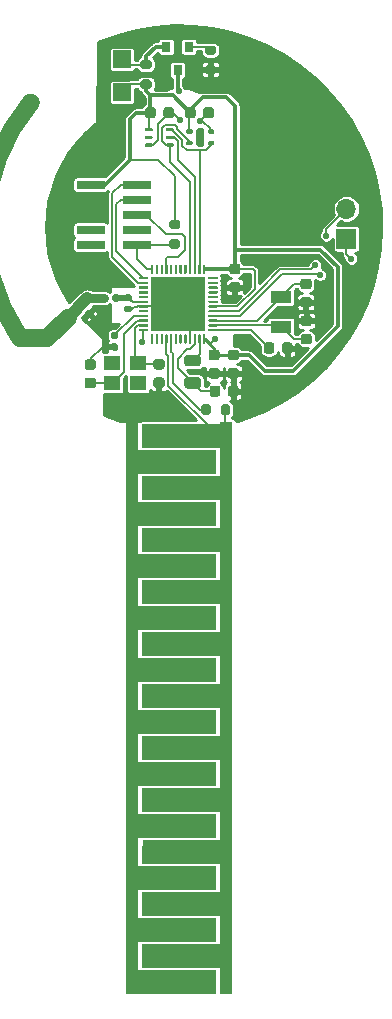
<source format=gtl>
G04 #@! TF.GenerationSoftware,KiCad,Pcbnew,5.1.10*
G04 #@! TF.CreationDate,2021-11-09T15:36:01+02:00*
G04 #@! TF.ProjectId,PlantBuddy,506c616e-7442-4756-9464-792e6b696361,rev?*
G04 #@! TF.SameCoordinates,Original*
G04 #@! TF.FileFunction,Copper,L1,Top*
G04 #@! TF.FilePolarity,Positive*
%FSLAX46Y46*%
G04 Gerber Fmt 4.6, Leading zero omitted, Abs format (unit mm)*
G04 Created by KiCad (PCBNEW 5.1.10) date 2021-11-09 15:36:01*
%MOMM*%
%LPD*%
G01*
G04 APERTURE LIST*
G04 #@! TA.AperFunction,EtchedComponent*
%ADD10C,1.500000*%
G04 #@! TD*
G04 #@! TA.AperFunction,SMDPad,CuDef*
%ADD11R,1.500000X1.500000*%
G04 #@! TD*
G04 #@! TA.AperFunction,ComponentPad*
%ADD12O,1.700000X1.700000*%
G04 #@! TD*
G04 #@! TA.AperFunction,ComponentPad*
%ADD13R,1.700000X1.700000*%
G04 #@! TD*
G04 #@! TA.AperFunction,SMDPad,CuDef*
%ADD14R,2.400000X0.740000*%
G04 #@! TD*
G04 #@! TA.AperFunction,SMDPad,CuDef*
%ADD15R,0.800000X0.900000*%
G04 #@! TD*
G04 #@! TA.AperFunction,SMDPad,CuDef*
%ADD16R,4.600000X4.600000*%
G04 #@! TD*
G04 #@! TA.AperFunction,ComponentPad*
%ADD17C,0.500000*%
G04 #@! TD*
G04 #@! TA.AperFunction,SMDPad,CuDef*
%ADD18R,1.400000X1.200000*%
G04 #@! TD*
G04 #@! TA.AperFunction,SMDPad,CuDef*
%ADD19R,1.800000X1.000000*%
G04 #@! TD*
G04 #@! TA.AperFunction,ComponentPad*
%ADD20C,0.100000*%
G04 #@! TD*
G04 #@! TA.AperFunction,ViaPad*
%ADD21C,0.550000*%
G04 #@! TD*
G04 #@! TA.AperFunction,Conductor*
%ADD22C,0.250000*%
G04 #@! TD*
G04 #@! TA.AperFunction,Conductor*
%ADD23C,0.152400*%
G04 #@! TD*
G04 #@! TA.AperFunction,Conductor*
%ADD24C,0.300000*%
G04 #@! TD*
G04 #@! TA.AperFunction,Conductor*
%ADD25C,0.500000*%
G04 #@! TD*
G04 #@! TA.AperFunction,Conductor*
%ADD26C,0.900000*%
G04 #@! TD*
G04 #@! TA.AperFunction,Conductor*
%ADD27C,1.500000*%
G04 #@! TD*
G04 #@! TA.AperFunction,Conductor*
%ADD28C,1.000000*%
G04 #@! TD*
G04 #@! TA.AperFunction,Conductor*
%ADD29C,0.750000*%
G04 #@! TD*
G04 #@! TA.AperFunction,Conductor*
%ADD30C,0.254000*%
G04 #@! TD*
G04 #@! TA.AperFunction,Conductor*
%ADD31C,0.100000*%
G04 #@! TD*
G04 APERTURE END LIST*
D10*
X52097598Y-73561420D02*
G75*
G02*
X53165089Y-53850772I13612202J9147020D01*
G01*
D11*
X60893080Y-53001171D03*
X60893080Y-50207171D03*
G04 #@! TA.AperFunction,SMDPad,CuDef*
G36*
G01*
X63200080Y-51052171D02*
X62650080Y-51052171D01*
G75*
G02*
X62450080Y-50852171I0J200000D01*
G01*
X62450080Y-50452171D01*
G75*
G02*
X62650080Y-50252171I200000J0D01*
G01*
X63200080Y-50252171D01*
G75*
G02*
X63400080Y-50452171I0J-200000D01*
G01*
X63400080Y-50852171D01*
G75*
G02*
X63200080Y-51052171I-200000J0D01*
G01*
G37*
G04 #@! TD.AperFunction*
G04 #@! TA.AperFunction,SMDPad,CuDef*
G36*
G01*
X63200080Y-52702171D02*
X62650080Y-52702171D01*
G75*
G02*
X62450080Y-52502171I0J200000D01*
G01*
X62450080Y-52102171D01*
G75*
G02*
X62650080Y-51902171I200000J0D01*
G01*
X63200080Y-51902171D01*
G75*
G02*
X63400080Y-52102171I0J-200000D01*
G01*
X63400080Y-52502171D01*
G75*
G02*
X63200080Y-52702171I-200000J0D01*
G01*
G37*
G04 #@! TD.AperFunction*
D12*
X79892280Y-62856371D03*
D13*
X79892280Y-65396371D03*
G04 #@! TA.AperFunction,SMDPad,CuDef*
G36*
G01*
X60402680Y-73857771D02*
X60062680Y-73857771D01*
G75*
G02*
X59922680Y-73717771I0J140000D01*
G01*
X59922680Y-73437771D01*
G75*
G02*
X60062680Y-73297771I140000J0D01*
G01*
X60402680Y-73297771D01*
G75*
G02*
X60542680Y-73437771I0J-140000D01*
G01*
X60542680Y-73717771D01*
G75*
G02*
X60402680Y-73857771I-140000J0D01*
G01*
G37*
G04 #@! TD.AperFunction*
G04 #@! TA.AperFunction,SMDPad,CuDef*
G36*
G01*
X60402680Y-74817771D02*
X60062680Y-74817771D01*
G75*
G02*
X59922680Y-74677771I0J140000D01*
G01*
X59922680Y-74397771D01*
G75*
G02*
X60062680Y-74257771I140000J0D01*
G01*
X60402680Y-74257771D01*
G75*
G02*
X60542680Y-74397771I0J-140000D01*
G01*
X60542680Y-74677771D01*
G75*
G02*
X60402680Y-74817771I-140000J0D01*
G01*
G37*
G04 #@! TD.AperFunction*
G04 #@! TA.AperFunction,SMDPad,CuDef*
G36*
G01*
X62843600Y-54976400D02*
X62843600Y-54476400D01*
G75*
G02*
X63068600Y-54251400I225000J0D01*
G01*
X63518600Y-54251400D01*
G75*
G02*
X63743600Y-54476400I0J-225000D01*
G01*
X63743600Y-54976400D01*
G75*
G02*
X63518600Y-55201400I-225000J0D01*
G01*
X63068600Y-55201400D01*
G75*
G02*
X62843600Y-54976400I0J225000D01*
G01*
G37*
G04 #@! TD.AperFunction*
G04 #@! TA.AperFunction,SMDPad,CuDef*
G36*
G01*
X64393600Y-54976400D02*
X64393600Y-54476400D01*
G75*
G02*
X64618600Y-54251400I225000J0D01*
G01*
X65068600Y-54251400D01*
G75*
G02*
X65293600Y-54476400I0J-225000D01*
G01*
X65293600Y-54976400D01*
G75*
G02*
X65068600Y-55201400I-225000J0D01*
G01*
X64618600Y-55201400D01*
G75*
G02*
X64393600Y-54976400I0J225000D01*
G01*
G37*
G04 #@! TD.AperFunction*
G04 #@! TA.AperFunction,SMDPad,CuDef*
G36*
G01*
X70754080Y-78049571D02*
X70754080Y-78549571D01*
G75*
G02*
X70529080Y-78774571I-225000J0D01*
G01*
X70079080Y-78774571D01*
G75*
G02*
X69854080Y-78549571I0J225000D01*
G01*
X69854080Y-78049571D01*
G75*
G02*
X70079080Y-77824571I225000J0D01*
G01*
X70529080Y-77824571D01*
G75*
G02*
X70754080Y-78049571I0J-225000D01*
G01*
G37*
G04 #@! TD.AperFunction*
G04 #@! TA.AperFunction,SMDPad,CuDef*
G36*
G01*
X69204080Y-78049571D02*
X69204080Y-78549571D01*
G75*
G02*
X68979080Y-78774571I-225000J0D01*
G01*
X68529080Y-78774571D01*
G75*
G02*
X68304080Y-78549571I0J225000D01*
G01*
X68304080Y-78049571D01*
G75*
G02*
X68529080Y-77824571I225000J0D01*
G01*
X68979080Y-77824571D01*
G75*
G02*
X69204080Y-78049571I0J-225000D01*
G01*
G37*
G04 #@! TD.AperFunction*
G04 #@! TA.AperFunction,SMDPad,CuDef*
G36*
G01*
X70066480Y-74788571D02*
X70566480Y-74788571D01*
G75*
G02*
X70791480Y-75013571I0J-225000D01*
G01*
X70791480Y-75463571D01*
G75*
G02*
X70566480Y-75688571I-225000J0D01*
G01*
X70066480Y-75688571D01*
G75*
G02*
X69841480Y-75463571I0J225000D01*
G01*
X69841480Y-75013571D01*
G75*
G02*
X70066480Y-74788571I225000J0D01*
G01*
G37*
G04 #@! TD.AperFunction*
G04 #@! TA.AperFunction,SMDPad,CuDef*
G36*
G01*
X70066480Y-76338571D02*
X70566480Y-76338571D01*
G75*
G02*
X70791480Y-76563571I0J-225000D01*
G01*
X70791480Y-77013571D01*
G75*
G02*
X70566480Y-77238571I-225000J0D01*
G01*
X70066480Y-77238571D01*
G75*
G02*
X69841480Y-77013571I0J225000D01*
G01*
X69841480Y-76563571D01*
G75*
G02*
X70066480Y-76338571I225000J0D01*
G01*
G37*
G04 #@! TD.AperFunction*
G04 #@! TA.AperFunction,SMDPad,CuDef*
G36*
G01*
X76238680Y-71892971D02*
X76738680Y-71892971D01*
G75*
G02*
X76963680Y-72117971I0J-225000D01*
G01*
X76963680Y-72567971D01*
G75*
G02*
X76738680Y-72792971I-225000J0D01*
G01*
X76238680Y-72792971D01*
G75*
G02*
X76013680Y-72567971I0J225000D01*
G01*
X76013680Y-72117971D01*
G75*
G02*
X76238680Y-71892971I225000J0D01*
G01*
G37*
G04 #@! TD.AperFunction*
G04 #@! TA.AperFunction,SMDPad,CuDef*
G36*
G01*
X76238680Y-73442971D02*
X76738680Y-73442971D01*
G75*
G02*
X76963680Y-73667971I0J-225000D01*
G01*
X76963680Y-74117971D01*
G75*
G02*
X76738680Y-74342971I-225000J0D01*
G01*
X76238680Y-74342971D01*
G75*
G02*
X76013680Y-74117971I0J225000D01*
G01*
X76013680Y-73667971D01*
G75*
G02*
X76238680Y-73442971I225000J0D01*
G01*
G37*
G04 #@! TD.AperFunction*
G04 #@! TA.AperFunction,SMDPad,CuDef*
G36*
G01*
X76713280Y-71218771D02*
X76213280Y-71218771D01*
G75*
G02*
X75988280Y-70993771I0J225000D01*
G01*
X75988280Y-70543771D01*
G75*
G02*
X76213280Y-70318771I225000J0D01*
G01*
X76713280Y-70318771D01*
G75*
G02*
X76938280Y-70543771I0J-225000D01*
G01*
X76938280Y-70993771D01*
G75*
G02*
X76713280Y-71218771I-225000J0D01*
G01*
G37*
G04 #@! TD.AperFunction*
G04 #@! TA.AperFunction,SMDPad,CuDef*
G36*
G01*
X76713280Y-69668771D02*
X76213280Y-69668771D01*
G75*
G02*
X75988280Y-69443771I0J225000D01*
G01*
X75988280Y-68993771D01*
G75*
G02*
X76213280Y-68768771I225000J0D01*
G01*
X76713280Y-68768771D01*
G75*
G02*
X76938280Y-68993771I0J-225000D01*
G01*
X76938280Y-69443771D01*
G75*
G02*
X76713280Y-69668771I-225000J0D01*
G01*
G37*
G04 #@! TD.AperFunction*
G04 #@! TA.AperFunction,SMDPad,CuDef*
G36*
G01*
X68440880Y-74788571D02*
X68940880Y-74788571D01*
G75*
G02*
X69165880Y-75013571I0J-225000D01*
G01*
X69165880Y-75463571D01*
G75*
G02*
X68940880Y-75688571I-225000J0D01*
G01*
X68440880Y-75688571D01*
G75*
G02*
X68215880Y-75463571I0J225000D01*
G01*
X68215880Y-75013571D01*
G75*
G02*
X68440880Y-74788571I225000J0D01*
G01*
G37*
G04 #@! TD.AperFunction*
G04 #@! TA.AperFunction,SMDPad,CuDef*
G36*
G01*
X68440880Y-76338571D02*
X68940880Y-76338571D01*
G75*
G02*
X69165880Y-76563571I0J-225000D01*
G01*
X69165880Y-77013571D01*
G75*
G02*
X68940880Y-77238571I-225000J0D01*
G01*
X68440880Y-77238571D01*
G75*
G02*
X68215880Y-77013571I0J225000D01*
G01*
X68215880Y-76563571D01*
G75*
G02*
X68440880Y-76338571I225000J0D01*
G01*
G37*
G04 #@! TD.AperFunction*
G04 #@! TA.AperFunction,SMDPad,CuDef*
G36*
G01*
X57950680Y-75601371D02*
X58450680Y-75601371D01*
G75*
G02*
X58675680Y-75826371I0J-225000D01*
G01*
X58675680Y-76276371D01*
G75*
G02*
X58450680Y-76501371I-225000J0D01*
G01*
X57950680Y-76501371D01*
G75*
G02*
X57725680Y-76276371I0J225000D01*
G01*
X57725680Y-75826371D01*
G75*
G02*
X57950680Y-75601371I225000J0D01*
G01*
G37*
G04 #@! TD.AperFunction*
G04 #@! TA.AperFunction,SMDPad,CuDef*
G36*
G01*
X57950680Y-77151371D02*
X58450680Y-77151371D01*
G75*
G02*
X58675680Y-77376371I0J-225000D01*
G01*
X58675680Y-77826371D01*
G75*
G02*
X58450680Y-78051371I-225000J0D01*
G01*
X57950680Y-78051371D01*
G75*
G02*
X57725680Y-77826371I0J225000D01*
G01*
X57725680Y-77376371D01*
G75*
G02*
X57950680Y-77151371I225000J0D01*
G01*
G37*
G04 #@! TD.AperFunction*
G04 #@! TA.AperFunction,SMDPad,CuDef*
G36*
G01*
X70193480Y-67498771D02*
X70693480Y-67498771D01*
G75*
G02*
X70918480Y-67723771I0J-225000D01*
G01*
X70918480Y-68173771D01*
G75*
G02*
X70693480Y-68398771I-225000J0D01*
G01*
X70193480Y-68398771D01*
G75*
G02*
X69968480Y-68173771I0J225000D01*
G01*
X69968480Y-67723771D01*
G75*
G02*
X70193480Y-67498771I225000J0D01*
G01*
G37*
G04 #@! TD.AperFunction*
G04 #@! TA.AperFunction,SMDPad,CuDef*
G36*
G01*
X70193480Y-69048771D02*
X70693480Y-69048771D01*
G75*
G02*
X70918480Y-69273771I0J-225000D01*
G01*
X70918480Y-69723771D01*
G75*
G02*
X70693480Y-69948771I-225000J0D01*
G01*
X70193480Y-69948771D01*
G75*
G02*
X69968480Y-69723771I0J225000D01*
G01*
X69968480Y-69273771D01*
G75*
G02*
X70193480Y-69048771I225000J0D01*
G01*
G37*
G04 #@! TD.AperFunction*
G04 #@! TA.AperFunction,SMDPad,CuDef*
G36*
G01*
X64267280Y-78025971D02*
X63767280Y-78025971D01*
G75*
G02*
X63542280Y-77800971I0J225000D01*
G01*
X63542280Y-77350971D01*
G75*
G02*
X63767280Y-77125971I225000J0D01*
G01*
X64267280Y-77125971D01*
G75*
G02*
X64492280Y-77350971I0J-225000D01*
G01*
X64492280Y-77800971D01*
G75*
G02*
X64267280Y-78025971I-225000J0D01*
G01*
G37*
G04 #@! TD.AperFunction*
G04 #@! TA.AperFunction,SMDPad,CuDef*
G36*
G01*
X64267280Y-76475971D02*
X63767280Y-76475971D01*
G75*
G02*
X63542280Y-76250971I0J225000D01*
G01*
X63542280Y-75800971D01*
G75*
G02*
X63767280Y-75575971I225000J0D01*
G01*
X64267280Y-75575971D01*
G75*
G02*
X64492280Y-75800971I0J-225000D01*
G01*
X64492280Y-76250971D01*
G75*
G02*
X64267280Y-76475971I-225000J0D01*
G01*
G37*
G04 #@! TD.AperFunction*
G04 #@! TA.AperFunction,SMDPad,CuDef*
G36*
G01*
X75326080Y-74391971D02*
X75326080Y-74891971D01*
G75*
G02*
X75101080Y-75116971I-225000J0D01*
G01*
X74651080Y-75116971D01*
G75*
G02*
X74426080Y-74891971I0J225000D01*
G01*
X74426080Y-74391971D01*
G75*
G02*
X74651080Y-74166971I225000J0D01*
G01*
X75101080Y-74166971D01*
G75*
G02*
X75326080Y-74391971I0J-225000D01*
G01*
G37*
G04 #@! TD.AperFunction*
G04 #@! TA.AperFunction,SMDPad,CuDef*
G36*
G01*
X73776080Y-74391971D02*
X73776080Y-74891971D01*
G75*
G02*
X73551080Y-75116971I-225000J0D01*
G01*
X73101080Y-75116971D01*
G75*
G02*
X72876080Y-74891971I0J225000D01*
G01*
X72876080Y-74391971D01*
G75*
G02*
X73101080Y-74166971I225000J0D01*
G01*
X73551080Y-74166971D01*
G75*
G02*
X73776080Y-74391971I0J-225000D01*
G01*
G37*
G04 #@! TD.AperFunction*
G04 #@! TA.AperFunction,SMDPad,CuDef*
G36*
G01*
X66209100Y-54978371D02*
X66209100Y-54478371D01*
G75*
G02*
X66434100Y-54253371I225000J0D01*
G01*
X66884100Y-54253371D01*
G75*
G02*
X67109100Y-54478371I0J-225000D01*
G01*
X67109100Y-54978371D01*
G75*
G02*
X66884100Y-55203371I-225000J0D01*
G01*
X66434100Y-55203371D01*
G75*
G02*
X66209100Y-54978371I0J225000D01*
G01*
G37*
G04 #@! TD.AperFunction*
G04 #@! TA.AperFunction,SMDPad,CuDef*
G36*
G01*
X67759100Y-54978371D02*
X67759100Y-54478371D01*
G75*
G02*
X67984100Y-54253371I225000J0D01*
G01*
X68434100Y-54253371D01*
G75*
G02*
X68659100Y-54478371I0J-225000D01*
G01*
X68659100Y-54978371D01*
G75*
G02*
X68434100Y-55203371I-225000J0D01*
G01*
X67984100Y-55203371D01*
G75*
G02*
X67759100Y-54978371I0J225000D01*
G01*
G37*
G04 #@! TD.AperFunction*
G04 #@! TA.AperFunction,SMDPad,CuDef*
G36*
G01*
X67592880Y-80149371D02*
X67592880Y-79599371D01*
G75*
G02*
X67792880Y-79399371I200000J0D01*
G01*
X68192880Y-79399371D01*
G75*
G02*
X68392880Y-79599371I0J-200000D01*
G01*
X68392880Y-80149371D01*
G75*
G02*
X68192880Y-80349371I-200000J0D01*
G01*
X67792880Y-80349371D01*
G75*
G02*
X67592880Y-80149371I0J200000D01*
G01*
G37*
G04 #@! TD.AperFunction*
G04 #@! TA.AperFunction,SMDPad,CuDef*
G36*
G01*
X69242880Y-80149371D02*
X69242880Y-79599371D01*
G75*
G02*
X69442880Y-79399371I200000J0D01*
G01*
X69842880Y-79399371D01*
G75*
G02*
X70042880Y-79599371I0J-200000D01*
G01*
X70042880Y-80149371D01*
G75*
G02*
X69842880Y-80349371I-200000J0D01*
G01*
X69442880Y-80349371D01*
G75*
G02*
X69242880Y-80149371I0J200000D01*
G01*
G37*
G04 #@! TD.AperFunction*
G04 #@! TA.AperFunction,SMDPad,CuDef*
G36*
G01*
X68111080Y-49032971D02*
X68661080Y-49032971D01*
G75*
G02*
X68861080Y-49232971I0J-200000D01*
G01*
X68861080Y-49632971D01*
G75*
G02*
X68661080Y-49832971I-200000J0D01*
G01*
X68111080Y-49832971D01*
G75*
G02*
X67911080Y-49632971I0J200000D01*
G01*
X67911080Y-49232971D01*
G75*
G02*
X68111080Y-49032971I200000J0D01*
G01*
G37*
G04 #@! TD.AperFunction*
G04 #@! TA.AperFunction,SMDPad,CuDef*
G36*
G01*
X68111080Y-50682971D02*
X68661080Y-50682971D01*
G75*
G02*
X68861080Y-50882971I0J-200000D01*
G01*
X68861080Y-51282971D01*
G75*
G02*
X68661080Y-51482971I-200000J0D01*
G01*
X68111080Y-51482971D01*
G75*
G02*
X67911080Y-51282971I0J200000D01*
G01*
X67911080Y-50882971D01*
G75*
G02*
X68111080Y-50682971I200000J0D01*
G01*
G37*
G04 #@! TD.AperFunction*
G04 #@! TA.AperFunction,SMDPad,CuDef*
G36*
G01*
X65088480Y-63790371D02*
X65638480Y-63790371D01*
G75*
G02*
X65838480Y-63990371I0J-200000D01*
G01*
X65838480Y-64390371D01*
G75*
G02*
X65638480Y-64590371I-200000J0D01*
G01*
X65088480Y-64590371D01*
G75*
G02*
X64888480Y-64390371I0J200000D01*
G01*
X64888480Y-63990371D01*
G75*
G02*
X65088480Y-63790371I200000J0D01*
G01*
G37*
G04 #@! TD.AperFunction*
G04 #@! TA.AperFunction,SMDPad,CuDef*
G36*
G01*
X65088480Y-65440371D02*
X65638480Y-65440371D01*
G75*
G02*
X65838480Y-65640371I0J-200000D01*
G01*
X65838480Y-66040371D01*
G75*
G02*
X65638480Y-66240371I-200000J0D01*
G01*
X65088480Y-66240371D01*
G75*
G02*
X64888480Y-66040371I0J200000D01*
G01*
X64888480Y-65640371D01*
G75*
G02*
X65088480Y-65440371I200000J0D01*
G01*
G37*
G04 #@! TD.AperFunction*
D14*
X58222600Y-60807600D03*
X62122600Y-60807600D03*
X58222600Y-62077600D03*
X62122600Y-62077600D03*
X58222600Y-63347600D03*
X62122600Y-63347600D03*
X58222600Y-64617600D03*
X62122600Y-64617600D03*
X58222600Y-65887600D03*
X62122600Y-65887600D03*
D15*
X66542080Y-49130971D03*
X64642080Y-49130971D03*
X65592080Y-51130971D03*
G04 #@! TA.AperFunction,SMDPad,CuDef*
G36*
G01*
X62818200Y-56234200D02*
X62818200Y-56084200D01*
G75*
G02*
X62893200Y-56009200I75000J0D01*
G01*
X63393200Y-56009200D01*
G75*
G02*
X63468200Y-56084200I0J-75000D01*
G01*
X63468200Y-56234200D01*
G75*
G02*
X63393200Y-56309200I-75000J0D01*
G01*
X62893200Y-56309200D01*
G75*
G02*
X62818200Y-56234200I0J75000D01*
G01*
G37*
G04 #@! TD.AperFunction*
G04 #@! TA.AperFunction,SMDPad,CuDef*
G36*
G01*
X62818200Y-56884200D02*
X62818200Y-56734200D01*
G75*
G02*
X62893200Y-56659200I75000J0D01*
G01*
X63393200Y-56659200D01*
G75*
G02*
X63468200Y-56734200I0J-75000D01*
G01*
X63468200Y-56884200D01*
G75*
G02*
X63393200Y-56959200I-75000J0D01*
G01*
X62893200Y-56959200D01*
G75*
G02*
X62818200Y-56884200I0J75000D01*
G01*
G37*
G04 #@! TD.AperFunction*
G04 #@! TA.AperFunction,SMDPad,CuDef*
G36*
G01*
X62818200Y-57534200D02*
X62818200Y-57384200D01*
G75*
G02*
X62893200Y-57309200I75000J0D01*
G01*
X63393200Y-57309200D01*
G75*
G02*
X63468200Y-57384200I0J-75000D01*
G01*
X63468200Y-57534200D01*
G75*
G02*
X63393200Y-57609200I-75000J0D01*
G01*
X62893200Y-57609200D01*
G75*
G02*
X62818200Y-57534200I0J75000D01*
G01*
G37*
G04 #@! TD.AperFunction*
G04 #@! TA.AperFunction,SMDPad,CuDef*
G36*
G01*
X64618200Y-57534200D02*
X64618200Y-57384200D01*
G75*
G02*
X64693200Y-57309200I75000J0D01*
G01*
X65193200Y-57309200D01*
G75*
G02*
X65268200Y-57384200I0J-75000D01*
G01*
X65268200Y-57534200D01*
G75*
G02*
X65193200Y-57609200I-75000J0D01*
G01*
X64693200Y-57609200D01*
G75*
G02*
X64618200Y-57534200I0J75000D01*
G01*
G37*
G04 #@! TD.AperFunction*
G04 #@! TA.AperFunction,SMDPad,CuDef*
G36*
G01*
X64618200Y-56884200D02*
X64618200Y-56734200D01*
G75*
G02*
X64693200Y-56659200I75000J0D01*
G01*
X65193200Y-56659200D01*
G75*
G02*
X65268200Y-56734200I0J-75000D01*
G01*
X65268200Y-56884200D01*
G75*
G02*
X65193200Y-56959200I-75000J0D01*
G01*
X64693200Y-56959200D01*
G75*
G02*
X64618200Y-56884200I0J75000D01*
G01*
G37*
G04 #@! TD.AperFunction*
G04 #@! TA.AperFunction,SMDPad,CuDef*
G36*
G01*
X64618200Y-56234200D02*
X64618200Y-56084200D01*
G75*
G02*
X64693200Y-56009200I75000J0D01*
G01*
X65193200Y-56009200D01*
G75*
G02*
X65268200Y-56084200I0J-75000D01*
G01*
X65268200Y-56234200D01*
G75*
G02*
X65193200Y-56309200I-75000J0D01*
G01*
X64693200Y-56309200D01*
G75*
G02*
X64618200Y-56234200I0J75000D01*
G01*
G37*
G04 #@! TD.AperFunction*
G04 #@! TA.AperFunction,SMDPad,CuDef*
G36*
G01*
X69000100Y-73075600D02*
X69000100Y-73175600D01*
G75*
G02*
X68950100Y-73225600I-50000J0D01*
G01*
X68250100Y-73225600D01*
G75*
G02*
X68200100Y-73175600I0J50000D01*
G01*
X68200100Y-73075600D01*
G75*
G02*
X68250100Y-73025600I50000J0D01*
G01*
X68950100Y-73025600D01*
G75*
G02*
X69000100Y-73075600I0J-50000D01*
G01*
G37*
G04 #@! TD.AperFunction*
G04 #@! TA.AperFunction,SMDPad,CuDef*
G36*
G01*
X69000100Y-72675600D02*
X69000100Y-72775600D01*
G75*
G02*
X68950100Y-72825600I-50000J0D01*
G01*
X68250100Y-72825600D01*
G75*
G02*
X68200100Y-72775600I0J50000D01*
G01*
X68200100Y-72675600D01*
G75*
G02*
X68250100Y-72625600I50000J0D01*
G01*
X68950100Y-72625600D01*
G75*
G02*
X69000100Y-72675600I0J-50000D01*
G01*
G37*
G04 #@! TD.AperFunction*
G04 #@! TA.AperFunction,SMDPad,CuDef*
G36*
G01*
X69000100Y-72275600D02*
X69000100Y-72375600D01*
G75*
G02*
X68950100Y-72425600I-50000J0D01*
G01*
X68250100Y-72425600D01*
G75*
G02*
X68200100Y-72375600I0J50000D01*
G01*
X68200100Y-72275600D01*
G75*
G02*
X68250100Y-72225600I50000J0D01*
G01*
X68950100Y-72225600D01*
G75*
G02*
X69000100Y-72275600I0J-50000D01*
G01*
G37*
G04 #@! TD.AperFunction*
G04 #@! TA.AperFunction,SMDPad,CuDef*
G36*
G01*
X69000100Y-71875600D02*
X69000100Y-71975600D01*
G75*
G02*
X68950100Y-72025600I-50000J0D01*
G01*
X68250100Y-72025600D01*
G75*
G02*
X68200100Y-71975600I0J50000D01*
G01*
X68200100Y-71875600D01*
G75*
G02*
X68250100Y-71825600I50000J0D01*
G01*
X68950100Y-71825600D01*
G75*
G02*
X69000100Y-71875600I0J-50000D01*
G01*
G37*
G04 #@! TD.AperFunction*
G04 #@! TA.AperFunction,SMDPad,CuDef*
G36*
G01*
X69000100Y-71475600D02*
X69000100Y-71575600D01*
G75*
G02*
X68950100Y-71625600I-50000J0D01*
G01*
X68250100Y-71625600D01*
G75*
G02*
X68200100Y-71575600I0J50000D01*
G01*
X68200100Y-71475600D01*
G75*
G02*
X68250100Y-71425600I50000J0D01*
G01*
X68950100Y-71425600D01*
G75*
G02*
X69000100Y-71475600I0J-50000D01*
G01*
G37*
G04 #@! TD.AperFunction*
G04 #@! TA.AperFunction,SMDPad,CuDef*
G36*
G01*
X69000100Y-71075600D02*
X69000100Y-71175600D01*
G75*
G02*
X68950100Y-71225600I-50000J0D01*
G01*
X68250100Y-71225600D01*
G75*
G02*
X68200100Y-71175600I0J50000D01*
G01*
X68200100Y-71075600D01*
G75*
G02*
X68250100Y-71025600I50000J0D01*
G01*
X68950100Y-71025600D01*
G75*
G02*
X69000100Y-71075600I0J-50000D01*
G01*
G37*
G04 #@! TD.AperFunction*
G04 #@! TA.AperFunction,SMDPad,CuDef*
G36*
G01*
X69000100Y-70675600D02*
X69000100Y-70775600D01*
G75*
G02*
X68950100Y-70825600I-50000J0D01*
G01*
X68250100Y-70825600D01*
G75*
G02*
X68200100Y-70775600I0J50000D01*
G01*
X68200100Y-70675600D01*
G75*
G02*
X68250100Y-70625600I50000J0D01*
G01*
X68950100Y-70625600D01*
G75*
G02*
X69000100Y-70675600I0J-50000D01*
G01*
G37*
G04 #@! TD.AperFunction*
G04 #@! TA.AperFunction,SMDPad,CuDef*
G36*
G01*
X69000100Y-70275600D02*
X69000100Y-70375600D01*
G75*
G02*
X68950100Y-70425600I-50000J0D01*
G01*
X68250100Y-70425600D01*
G75*
G02*
X68200100Y-70375600I0J50000D01*
G01*
X68200100Y-70275600D01*
G75*
G02*
X68250100Y-70225600I50000J0D01*
G01*
X68950100Y-70225600D01*
G75*
G02*
X69000100Y-70275600I0J-50000D01*
G01*
G37*
G04 #@! TD.AperFunction*
G04 #@! TA.AperFunction,SMDPad,CuDef*
G36*
G01*
X69000100Y-69875600D02*
X69000100Y-69975600D01*
G75*
G02*
X68950100Y-70025600I-50000J0D01*
G01*
X68250100Y-70025600D01*
G75*
G02*
X68200100Y-69975600I0J50000D01*
G01*
X68200100Y-69875600D01*
G75*
G02*
X68250100Y-69825600I50000J0D01*
G01*
X68950100Y-69825600D01*
G75*
G02*
X69000100Y-69875600I0J-50000D01*
G01*
G37*
G04 #@! TD.AperFunction*
G04 #@! TA.AperFunction,SMDPad,CuDef*
G36*
G01*
X69000100Y-69475600D02*
X69000100Y-69575600D01*
G75*
G02*
X68950100Y-69625600I-50000J0D01*
G01*
X68250100Y-69625600D01*
G75*
G02*
X68200100Y-69575600I0J50000D01*
G01*
X68200100Y-69475600D01*
G75*
G02*
X68250100Y-69425600I50000J0D01*
G01*
X68950100Y-69425600D01*
G75*
G02*
X69000100Y-69475600I0J-50000D01*
G01*
G37*
G04 #@! TD.AperFunction*
G04 #@! TA.AperFunction,SMDPad,CuDef*
G36*
G01*
X69000100Y-69075600D02*
X69000100Y-69175600D01*
G75*
G02*
X68950100Y-69225600I-50000J0D01*
G01*
X68250100Y-69225600D01*
G75*
G02*
X68200100Y-69175600I0J50000D01*
G01*
X68200100Y-69075600D01*
G75*
G02*
X68250100Y-69025600I50000J0D01*
G01*
X68950100Y-69025600D01*
G75*
G02*
X69000100Y-69075600I0J-50000D01*
G01*
G37*
G04 #@! TD.AperFunction*
G04 #@! TA.AperFunction,SMDPad,CuDef*
G36*
G01*
X69000100Y-68675600D02*
X69000100Y-68775600D01*
G75*
G02*
X68950100Y-68825600I-50000J0D01*
G01*
X68250100Y-68825600D01*
G75*
G02*
X68200100Y-68775600I0J50000D01*
G01*
X68200100Y-68675600D01*
G75*
G02*
X68250100Y-68625600I50000J0D01*
G01*
X68950100Y-68625600D01*
G75*
G02*
X69000100Y-68675600I0J-50000D01*
G01*
G37*
G04 #@! TD.AperFunction*
G04 #@! TA.AperFunction,SMDPad,CuDef*
G36*
G01*
X67950100Y-67625600D02*
X67950100Y-68325600D01*
G75*
G02*
X67900100Y-68375600I-50000J0D01*
G01*
X67800100Y-68375600D01*
G75*
G02*
X67750100Y-68325600I0J50000D01*
G01*
X67750100Y-67625600D01*
G75*
G02*
X67800100Y-67575600I50000J0D01*
G01*
X67900100Y-67575600D01*
G75*
G02*
X67950100Y-67625600I0J-50000D01*
G01*
G37*
G04 #@! TD.AperFunction*
G04 #@! TA.AperFunction,SMDPad,CuDef*
G36*
G01*
X67550100Y-67625600D02*
X67550100Y-68325600D01*
G75*
G02*
X67500100Y-68375600I-50000J0D01*
G01*
X67400100Y-68375600D01*
G75*
G02*
X67350100Y-68325600I0J50000D01*
G01*
X67350100Y-67625600D01*
G75*
G02*
X67400100Y-67575600I50000J0D01*
G01*
X67500100Y-67575600D01*
G75*
G02*
X67550100Y-67625600I0J-50000D01*
G01*
G37*
G04 #@! TD.AperFunction*
G04 #@! TA.AperFunction,SMDPad,CuDef*
G36*
G01*
X67150100Y-67625600D02*
X67150100Y-68325600D01*
G75*
G02*
X67100100Y-68375600I-50000J0D01*
G01*
X67000100Y-68375600D01*
G75*
G02*
X66950100Y-68325600I0J50000D01*
G01*
X66950100Y-67625600D01*
G75*
G02*
X67000100Y-67575600I50000J0D01*
G01*
X67100100Y-67575600D01*
G75*
G02*
X67150100Y-67625600I0J-50000D01*
G01*
G37*
G04 #@! TD.AperFunction*
G04 #@! TA.AperFunction,SMDPad,CuDef*
G36*
G01*
X66750100Y-67625600D02*
X66750100Y-68325600D01*
G75*
G02*
X66700100Y-68375600I-50000J0D01*
G01*
X66600100Y-68375600D01*
G75*
G02*
X66550100Y-68325600I0J50000D01*
G01*
X66550100Y-67625600D01*
G75*
G02*
X66600100Y-67575600I50000J0D01*
G01*
X66700100Y-67575600D01*
G75*
G02*
X66750100Y-67625600I0J-50000D01*
G01*
G37*
G04 #@! TD.AperFunction*
G04 #@! TA.AperFunction,SMDPad,CuDef*
G36*
G01*
X66350100Y-67625600D02*
X66350100Y-68325600D01*
G75*
G02*
X66300100Y-68375600I-50000J0D01*
G01*
X66200100Y-68375600D01*
G75*
G02*
X66150100Y-68325600I0J50000D01*
G01*
X66150100Y-67625600D01*
G75*
G02*
X66200100Y-67575600I50000J0D01*
G01*
X66300100Y-67575600D01*
G75*
G02*
X66350100Y-67625600I0J-50000D01*
G01*
G37*
G04 #@! TD.AperFunction*
G04 #@! TA.AperFunction,SMDPad,CuDef*
G36*
G01*
X65950100Y-67625600D02*
X65950100Y-68325600D01*
G75*
G02*
X65900100Y-68375600I-50000J0D01*
G01*
X65800100Y-68375600D01*
G75*
G02*
X65750100Y-68325600I0J50000D01*
G01*
X65750100Y-67625600D01*
G75*
G02*
X65800100Y-67575600I50000J0D01*
G01*
X65900100Y-67575600D01*
G75*
G02*
X65950100Y-67625600I0J-50000D01*
G01*
G37*
G04 #@! TD.AperFunction*
G04 #@! TA.AperFunction,SMDPad,CuDef*
G36*
G01*
X65550100Y-67625600D02*
X65550100Y-68325600D01*
G75*
G02*
X65500100Y-68375600I-50000J0D01*
G01*
X65400100Y-68375600D01*
G75*
G02*
X65350100Y-68325600I0J50000D01*
G01*
X65350100Y-67625600D01*
G75*
G02*
X65400100Y-67575600I50000J0D01*
G01*
X65500100Y-67575600D01*
G75*
G02*
X65550100Y-67625600I0J-50000D01*
G01*
G37*
G04 #@! TD.AperFunction*
G04 #@! TA.AperFunction,SMDPad,CuDef*
G36*
G01*
X65150100Y-67625600D02*
X65150100Y-68325600D01*
G75*
G02*
X65100100Y-68375600I-50000J0D01*
G01*
X65000100Y-68375600D01*
G75*
G02*
X64950100Y-68325600I0J50000D01*
G01*
X64950100Y-67625600D01*
G75*
G02*
X65000100Y-67575600I50000J0D01*
G01*
X65100100Y-67575600D01*
G75*
G02*
X65150100Y-67625600I0J-50000D01*
G01*
G37*
G04 #@! TD.AperFunction*
G04 #@! TA.AperFunction,SMDPad,CuDef*
G36*
G01*
X64750100Y-67625600D02*
X64750100Y-68325600D01*
G75*
G02*
X64700100Y-68375600I-50000J0D01*
G01*
X64600100Y-68375600D01*
G75*
G02*
X64550100Y-68325600I0J50000D01*
G01*
X64550100Y-67625600D01*
G75*
G02*
X64600100Y-67575600I50000J0D01*
G01*
X64700100Y-67575600D01*
G75*
G02*
X64750100Y-67625600I0J-50000D01*
G01*
G37*
G04 #@! TD.AperFunction*
G04 #@! TA.AperFunction,SMDPad,CuDef*
G36*
G01*
X64350100Y-67625600D02*
X64350100Y-68325600D01*
G75*
G02*
X64300100Y-68375600I-50000J0D01*
G01*
X64200100Y-68375600D01*
G75*
G02*
X64150100Y-68325600I0J50000D01*
G01*
X64150100Y-67625600D01*
G75*
G02*
X64200100Y-67575600I50000J0D01*
G01*
X64300100Y-67575600D01*
G75*
G02*
X64350100Y-67625600I0J-50000D01*
G01*
G37*
G04 #@! TD.AperFunction*
G04 #@! TA.AperFunction,SMDPad,CuDef*
G36*
G01*
X63950100Y-67625600D02*
X63950100Y-68325600D01*
G75*
G02*
X63900100Y-68375600I-50000J0D01*
G01*
X63800100Y-68375600D01*
G75*
G02*
X63750100Y-68325600I0J50000D01*
G01*
X63750100Y-67625600D01*
G75*
G02*
X63800100Y-67575600I50000J0D01*
G01*
X63900100Y-67575600D01*
G75*
G02*
X63950100Y-67625600I0J-50000D01*
G01*
G37*
G04 #@! TD.AperFunction*
G04 #@! TA.AperFunction,SMDPad,CuDef*
G36*
G01*
X63550100Y-67625600D02*
X63550100Y-68325600D01*
G75*
G02*
X63500100Y-68375600I-50000J0D01*
G01*
X63400100Y-68375600D01*
G75*
G02*
X63350100Y-68325600I0J50000D01*
G01*
X63350100Y-67625600D01*
G75*
G02*
X63400100Y-67575600I50000J0D01*
G01*
X63500100Y-67575600D01*
G75*
G02*
X63550100Y-67625600I0J-50000D01*
G01*
G37*
G04 #@! TD.AperFunction*
G04 #@! TA.AperFunction,SMDPad,CuDef*
G36*
G01*
X63100100Y-68675600D02*
X63100100Y-68775600D01*
G75*
G02*
X63050100Y-68825600I-50000J0D01*
G01*
X62350100Y-68825600D01*
G75*
G02*
X62300100Y-68775600I0J50000D01*
G01*
X62300100Y-68675600D01*
G75*
G02*
X62350100Y-68625600I50000J0D01*
G01*
X63050100Y-68625600D01*
G75*
G02*
X63100100Y-68675600I0J-50000D01*
G01*
G37*
G04 #@! TD.AperFunction*
G04 #@! TA.AperFunction,SMDPad,CuDef*
G36*
G01*
X63100100Y-69075600D02*
X63100100Y-69175600D01*
G75*
G02*
X63050100Y-69225600I-50000J0D01*
G01*
X62350100Y-69225600D01*
G75*
G02*
X62300100Y-69175600I0J50000D01*
G01*
X62300100Y-69075600D01*
G75*
G02*
X62350100Y-69025600I50000J0D01*
G01*
X63050100Y-69025600D01*
G75*
G02*
X63100100Y-69075600I0J-50000D01*
G01*
G37*
G04 #@! TD.AperFunction*
G04 #@! TA.AperFunction,SMDPad,CuDef*
G36*
G01*
X63100100Y-69475600D02*
X63100100Y-69575600D01*
G75*
G02*
X63050100Y-69625600I-50000J0D01*
G01*
X62350100Y-69625600D01*
G75*
G02*
X62300100Y-69575600I0J50000D01*
G01*
X62300100Y-69475600D01*
G75*
G02*
X62350100Y-69425600I50000J0D01*
G01*
X63050100Y-69425600D01*
G75*
G02*
X63100100Y-69475600I0J-50000D01*
G01*
G37*
G04 #@! TD.AperFunction*
G04 #@! TA.AperFunction,SMDPad,CuDef*
G36*
G01*
X63100100Y-69875600D02*
X63100100Y-69975600D01*
G75*
G02*
X63050100Y-70025600I-50000J0D01*
G01*
X62350100Y-70025600D01*
G75*
G02*
X62300100Y-69975600I0J50000D01*
G01*
X62300100Y-69875600D01*
G75*
G02*
X62350100Y-69825600I50000J0D01*
G01*
X63050100Y-69825600D01*
G75*
G02*
X63100100Y-69875600I0J-50000D01*
G01*
G37*
G04 #@! TD.AperFunction*
G04 #@! TA.AperFunction,SMDPad,CuDef*
G36*
G01*
X63100100Y-70275600D02*
X63100100Y-70375600D01*
G75*
G02*
X63050100Y-70425600I-50000J0D01*
G01*
X62350100Y-70425600D01*
G75*
G02*
X62300100Y-70375600I0J50000D01*
G01*
X62300100Y-70275600D01*
G75*
G02*
X62350100Y-70225600I50000J0D01*
G01*
X63050100Y-70225600D01*
G75*
G02*
X63100100Y-70275600I0J-50000D01*
G01*
G37*
G04 #@! TD.AperFunction*
G04 #@! TA.AperFunction,SMDPad,CuDef*
G36*
G01*
X63100100Y-70675600D02*
X63100100Y-70775600D01*
G75*
G02*
X63050100Y-70825600I-50000J0D01*
G01*
X62350100Y-70825600D01*
G75*
G02*
X62300100Y-70775600I0J50000D01*
G01*
X62300100Y-70675600D01*
G75*
G02*
X62350100Y-70625600I50000J0D01*
G01*
X63050100Y-70625600D01*
G75*
G02*
X63100100Y-70675600I0J-50000D01*
G01*
G37*
G04 #@! TD.AperFunction*
G04 #@! TA.AperFunction,SMDPad,CuDef*
G36*
G01*
X63100100Y-71075600D02*
X63100100Y-71175600D01*
G75*
G02*
X63050100Y-71225600I-50000J0D01*
G01*
X62350100Y-71225600D01*
G75*
G02*
X62300100Y-71175600I0J50000D01*
G01*
X62300100Y-71075600D01*
G75*
G02*
X62350100Y-71025600I50000J0D01*
G01*
X63050100Y-71025600D01*
G75*
G02*
X63100100Y-71075600I0J-50000D01*
G01*
G37*
G04 #@! TD.AperFunction*
G04 #@! TA.AperFunction,SMDPad,CuDef*
G36*
G01*
X63100100Y-71475600D02*
X63100100Y-71575600D01*
G75*
G02*
X63050100Y-71625600I-50000J0D01*
G01*
X62350100Y-71625600D01*
G75*
G02*
X62300100Y-71575600I0J50000D01*
G01*
X62300100Y-71475600D01*
G75*
G02*
X62350100Y-71425600I50000J0D01*
G01*
X63050100Y-71425600D01*
G75*
G02*
X63100100Y-71475600I0J-50000D01*
G01*
G37*
G04 #@! TD.AperFunction*
G04 #@! TA.AperFunction,SMDPad,CuDef*
G36*
G01*
X63100100Y-71875600D02*
X63100100Y-71975600D01*
G75*
G02*
X63050100Y-72025600I-50000J0D01*
G01*
X62350100Y-72025600D01*
G75*
G02*
X62300100Y-71975600I0J50000D01*
G01*
X62300100Y-71875600D01*
G75*
G02*
X62350100Y-71825600I50000J0D01*
G01*
X63050100Y-71825600D01*
G75*
G02*
X63100100Y-71875600I0J-50000D01*
G01*
G37*
G04 #@! TD.AperFunction*
G04 #@! TA.AperFunction,SMDPad,CuDef*
G36*
G01*
X63100100Y-72275600D02*
X63100100Y-72375600D01*
G75*
G02*
X63050100Y-72425600I-50000J0D01*
G01*
X62350100Y-72425600D01*
G75*
G02*
X62300100Y-72375600I0J50000D01*
G01*
X62300100Y-72275600D01*
G75*
G02*
X62350100Y-72225600I50000J0D01*
G01*
X63050100Y-72225600D01*
G75*
G02*
X63100100Y-72275600I0J-50000D01*
G01*
G37*
G04 #@! TD.AperFunction*
G04 #@! TA.AperFunction,SMDPad,CuDef*
G36*
G01*
X63100100Y-72675600D02*
X63100100Y-72775600D01*
G75*
G02*
X63050100Y-72825600I-50000J0D01*
G01*
X62350100Y-72825600D01*
G75*
G02*
X62300100Y-72775600I0J50000D01*
G01*
X62300100Y-72675600D01*
G75*
G02*
X62350100Y-72625600I50000J0D01*
G01*
X63050100Y-72625600D01*
G75*
G02*
X63100100Y-72675600I0J-50000D01*
G01*
G37*
G04 #@! TD.AperFunction*
G04 #@! TA.AperFunction,SMDPad,CuDef*
G36*
G01*
X63100100Y-73075600D02*
X63100100Y-73175600D01*
G75*
G02*
X63050100Y-73225600I-50000J0D01*
G01*
X62350100Y-73225600D01*
G75*
G02*
X62300100Y-73175600I0J50000D01*
G01*
X62300100Y-73075600D01*
G75*
G02*
X62350100Y-73025600I50000J0D01*
G01*
X63050100Y-73025600D01*
G75*
G02*
X63100100Y-73075600I0J-50000D01*
G01*
G37*
G04 #@! TD.AperFunction*
G04 #@! TA.AperFunction,SMDPad,CuDef*
G36*
G01*
X63550100Y-73525600D02*
X63550100Y-74225600D01*
G75*
G02*
X63500100Y-74275600I-50000J0D01*
G01*
X63400100Y-74275600D01*
G75*
G02*
X63350100Y-74225600I0J50000D01*
G01*
X63350100Y-73525600D01*
G75*
G02*
X63400100Y-73475600I50000J0D01*
G01*
X63500100Y-73475600D01*
G75*
G02*
X63550100Y-73525600I0J-50000D01*
G01*
G37*
G04 #@! TD.AperFunction*
G04 #@! TA.AperFunction,SMDPad,CuDef*
G36*
G01*
X63950100Y-73525600D02*
X63950100Y-74225600D01*
G75*
G02*
X63900100Y-74275600I-50000J0D01*
G01*
X63800100Y-74275600D01*
G75*
G02*
X63750100Y-74225600I0J50000D01*
G01*
X63750100Y-73525600D01*
G75*
G02*
X63800100Y-73475600I50000J0D01*
G01*
X63900100Y-73475600D01*
G75*
G02*
X63950100Y-73525600I0J-50000D01*
G01*
G37*
G04 #@! TD.AperFunction*
G04 #@! TA.AperFunction,SMDPad,CuDef*
G36*
G01*
X64350100Y-73525600D02*
X64350100Y-74225600D01*
G75*
G02*
X64300100Y-74275600I-50000J0D01*
G01*
X64200100Y-74275600D01*
G75*
G02*
X64150100Y-74225600I0J50000D01*
G01*
X64150100Y-73525600D01*
G75*
G02*
X64200100Y-73475600I50000J0D01*
G01*
X64300100Y-73475600D01*
G75*
G02*
X64350100Y-73525600I0J-50000D01*
G01*
G37*
G04 #@! TD.AperFunction*
G04 #@! TA.AperFunction,SMDPad,CuDef*
G36*
G01*
X64750100Y-73525600D02*
X64750100Y-74225600D01*
G75*
G02*
X64700100Y-74275600I-50000J0D01*
G01*
X64600100Y-74275600D01*
G75*
G02*
X64550100Y-74225600I0J50000D01*
G01*
X64550100Y-73525600D01*
G75*
G02*
X64600100Y-73475600I50000J0D01*
G01*
X64700100Y-73475600D01*
G75*
G02*
X64750100Y-73525600I0J-50000D01*
G01*
G37*
G04 #@! TD.AperFunction*
G04 #@! TA.AperFunction,SMDPad,CuDef*
G36*
G01*
X65150100Y-73525600D02*
X65150100Y-74225600D01*
G75*
G02*
X65100100Y-74275600I-50000J0D01*
G01*
X65000100Y-74275600D01*
G75*
G02*
X64950100Y-74225600I0J50000D01*
G01*
X64950100Y-73525600D01*
G75*
G02*
X65000100Y-73475600I50000J0D01*
G01*
X65100100Y-73475600D01*
G75*
G02*
X65150100Y-73525600I0J-50000D01*
G01*
G37*
G04 #@! TD.AperFunction*
G04 #@! TA.AperFunction,SMDPad,CuDef*
G36*
G01*
X65550100Y-73525600D02*
X65550100Y-74225600D01*
G75*
G02*
X65500100Y-74275600I-50000J0D01*
G01*
X65400100Y-74275600D01*
G75*
G02*
X65350100Y-74225600I0J50000D01*
G01*
X65350100Y-73525600D01*
G75*
G02*
X65400100Y-73475600I50000J0D01*
G01*
X65500100Y-73475600D01*
G75*
G02*
X65550100Y-73525600I0J-50000D01*
G01*
G37*
G04 #@! TD.AperFunction*
G04 #@! TA.AperFunction,SMDPad,CuDef*
G36*
G01*
X65950100Y-73525600D02*
X65950100Y-74225600D01*
G75*
G02*
X65900100Y-74275600I-50000J0D01*
G01*
X65800100Y-74275600D01*
G75*
G02*
X65750100Y-74225600I0J50000D01*
G01*
X65750100Y-73525600D01*
G75*
G02*
X65800100Y-73475600I50000J0D01*
G01*
X65900100Y-73475600D01*
G75*
G02*
X65950100Y-73525600I0J-50000D01*
G01*
G37*
G04 #@! TD.AperFunction*
G04 #@! TA.AperFunction,SMDPad,CuDef*
G36*
G01*
X66350100Y-73525600D02*
X66350100Y-74225600D01*
G75*
G02*
X66300100Y-74275600I-50000J0D01*
G01*
X66200100Y-74275600D01*
G75*
G02*
X66150100Y-74225600I0J50000D01*
G01*
X66150100Y-73525600D01*
G75*
G02*
X66200100Y-73475600I50000J0D01*
G01*
X66300100Y-73475600D01*
G75*
G02*
X66350100Y-73525600I0J-50000D01*
G01*
G37*
G04 #@! TD.AperFunction*
G04 #@! TA.AperFunction,SMDPad,CuDef*
G36*
G01*
X66750100Y-73525600D02*
X66750100Y-74225600D01*
G75*
G02*
X66700100Y-74275600I-50000J0D01*
G01*
X66600100Y-74275600D01*
G75*
G02*
X66550100Y-74225600I0J50000D01*
G01*
X66550100Y-73525600D01*
G75*
G02*
X66600100Y-73475600I50000J0D01*
G01*
X66700100Y-73475600D01*
G75*
G02*
X66750100Y-73525600I0J-50000D01*
G01*
G37*
G04 #@! TD.AperFunction*
G04 #@! TA.AperFunction,SMDPad,CuDef*
G36*
G01*
X67150100Y-73525600D02*
X67150100Y-74225600D01*
G75*
G02*
X67100100Y-74275600I-50000J0D01*
G01*
X67000100Y-74275600D01*
G75*
G02*
X66950100Y-74225600I0J50000D01*
G01*
X66950100Y-73525600D01*
G75*
G02*
X67000100Y-73475600I50000J0D01*
G01*
X67100100Y-73475600D01*
G75*
G02*
X67150100Y-73525600I0J-50000D01*
G01*
G37*
G04 #@! TD.AperFunction*
G04 #@! TA.AperFunction,SMDPad,CuDef*
G36*
G01*
X67550100Y-73525600D02*
X67550100Y-74225600D01*
G75*
G02*
X67500100Y-74275600I-50000J0D01*
G01*
X67400100Y-74275600D01*
G75*
G02*
X67350100Y-74225600I0J50000D01*
G01*
X67350100Y-73525600D01*
G75*
G02*
X67400100Y-73475600I50000J0D01*
G01*
X67500100Y-73475600D01*
G75*
G02*
X67550100Y-73525600I0J-50000D01*
G01*
G37*
G04 #@! TD.AperFunction*
G04 #@! TA.AperFunction,SMDPad,CuDef*
G36*
G01*
X67950100Y-73525600D02*
X67950100Y-74225600D01*
G75*
G02*
X67900100Y-74275600I-50000J0D01*
G01*
X67800100Y-74275600D01*
G75*
G02*
X67750100Y-74225600I0J50000D01*
G01*
X67750100Y-73525600D01*
G75*
G02*
X67800100Y-73475600I50000J0D01*
G01*
X67900100Y-73475600D01*
G75*
G02*
X67950100Y-73525600I0J-50000D01*
G01*
G37*
G04 #@! TD.AperFunction*
D16*
X65650100Y-70925600D03*
D17*
X67450100Y-72725600D03*
X66250100Y-72725600D03*
X65050100Y-72725600D03*
X63850100Y-72725600D03*
X67450100Y-71525600D03*
X66250100Y-71525600D03*
X65050100Y-71525600D03*
X63850100Y-71525600D03*
X67450100Y-70325600D03*
X66250100Y-70325600D03*
X65050100Y-70325600D03*
X63850100Y-70325600D03*
X67450100Y-69125600D03*
X66250100Y-69125600D03*
X65050100Y-69125600D03*
X63850100Y-69125600D03*
G04 #@! TA.AperFunction,SMDPad,CuDef*
G36*
G01*
X60067600Y-70596100D02*
X60067600Y-70251100D01*
G75*
G02*
X60215100Y-70103600I147500J0D01*
G01*
X60510100Y-70103600D01*
G75*
G02*
X60657600Y-70251100I0J-147500D01*
G01*
X60657600Y-70596100D01*
G75*
G02*
X60510100Y-70743600I-147500J0D01*
G01*
X60215100Y-70743600D01*
G75*
G02*
X60067600Y-70596100I0J147500D01*
G01*
G37*
G04 #@! TD.AperFunction*
G04 #@! TA.AperFunction,SMDPad,CuDef*
G36*
G01*
X59097600Y-70596100D02*
X59097600Y-70251100D01*
G75*
G02*
X59245100Y-70103600I147500J0D01*
G01*
X59540100Y-70103600D01*
G75*
G02*
X59687600Y-70251100I0J-147500D01*
G01*
X59687600Y-70596100D01*
G75*
G02*
X59540100Y-70743600I-147500J0D01*
G01*
X59245100Y-70743600D01*
G75*
G02*
X59097600Y-70596100I0J147500D01*
G01*
G37*
G04 #@! TD.AperFunction*
G04 #@! TA.AperFunction,SMDPad,CuDef*
G36*
G01*
X61231600Y-71068100D02*
X61571600Y-71068100D01*
G75*
G02*
X61711600Y-71208100I0J-140000D01*
G01*
X61711600Y-71488100D01*
G75*
G02*
X61571600Y-71628100I-140000J0D01*
G01*
X61231600Y-71628100D01*
G75*
G02*
X61091600Y-71488100I0J140000D01*
G01*
X61091600Y-71208100D01*
G75*
G02*
X61231600Y-71068100I140000J0D01*
G01*
G37*
G04 #@! TD.AperFunction*
G04 #@! TA.AperFunction,SMDPad,CuDef*
G36*
G01*
X61231600Y-70108100D02*
X61571600Y-70108100D01*
G75*
G02*
X61711600Y-70248100I0J-140000D01*
G01*
X61711600Y-70528100D01*
G75*
G02*
X61571600Y-70668100I-140000J0D01*
G01*
X61231600Y-70668100D01*
G75*
G02*
X61091600Y-70528100I0J140000D01*
G01*
X61091600Y-70248100D01*
G75*
G02*
X61231600Y-70108100I140000J0D01*
G01*
G37*
G04 #@! TD.AperFunction*
G04 #@! TA.AperFunction,SMDPad,CuDef*
G36*
G01*
X57771602Y-71626418D02*
X58012018Y-71386002D01*
G75*
G02*
X58210008Y-71386002I98995J-98995D01*
G01*
X58407998Y-71583992D01*
G75*
G02*
X58407998Y-71781982I-98995J-98995D01*
G01*
X58167582Y-72022398D01*
G75*
G02*
X57969592Y-72022398I-98995J98995D01*
G01*
X57771602Y-71824408D01*
G75*
G02*
X57771602Y-71626418I98995J98995D01*
G01*
G37*
G04 #@! TD.AperFunction*
G04 #@! TA.AperFunction,SMDPad,CuDef*
G36*
G01*
X57092780Y-70947596D02*
X57333196Y-70707180D01*
G75*
G02*
X57531186Y-70707180I98995J-98995D01*
G01*
X57729176Y-70905170D01*
G75*
G02*
X57729176Y-71103160I-98995J-98995D01*
G01*
X57488760Y-71343576D01*
G75*
G02*
X57290770Y-71343576I-98995J98995D01*
G01*
X57092780Y-71145586D01*
G75*
G02*
X57092780Y-70947596I98995J98995D01*
G01*
G37*
G04 #@! TD.AperFunction*
D18*
X62247080Y-77625571D03*
X60047080Y-77625571D03*
X60047080Y-75925571D03*
X62247080Y-75925571D03*
D19*
X74339200Y-72825800D03*
X74339200Y-70325800D03*
G04 #@! TA.AperFunction,ComponentPad*
D20*
G36*
X70219241Y-80863496D02*
G01*
X70220179Y-80863781D01*
X70221044Y-80864243D01*
X70221802Y-80864864D01*
X70222423Y-80865622D01*
X70222885Y-80866487D01*
X70223170Y-80867425D01*
X70223266Y-80868400D01*
X70223266Y-129340066D01*
X70223170Y-129341041D01*
X70222885Y-129341979D01*
X70222423Y-129342844D01*
X70221802Y-129343602D01*
X70221044Y-129344223D01*
X70220179Y-129344685D01*
X70219241Y-129344970D01*
X70218266Y-129345066D01*
X69219199Y-129345066D01*
X69218224Y-129344970D01*
X69217286Y-129344685D01*
X69216421Y-129344223D01*
X69215663Y-129343602D01*
X69215042Y-129342844D01*
X69214580Y-129341979D01*
X69214295Y-129341041D01*
X69214199Y-129340066D01*
X69214199Y-127143733D01*
X62623666Y-127143733D01*
X62622691Y-127143637D01*
X62621753Y-127143352D01*
X62620888Y-127142890D01*
X62620130Y-127142269D01*
X62619509Y-127141511D01*
X62619047Y-127140646D01*
X62618762Y-127139708D01*
X62618666Y-127138733D01*
X62618666Y-125132133D01*
X62618762Y-125131158D01*
X62619047Y-125130220D01*
X62619509Y-125129355D01*
X62620130Y-125128597D01*
X62620888Y-125127976D01*
X62621753Y-125127514D01*
X62622691Y-125127229D01*
X62623666Y-125127133D01*
X69214249Y-125127133D01*
X69209975Y-122736830D01*
X65919313Y-122734705D01*
X62623663Y-122732578D01*
X62622687Y-122732481D01*
X62621750Y-122732196D01*
X62620885Y-122731734D01*
X62620128Y-122731111D01*
X62619507Y-122730353D01*
X62619045Y-122729488D01*
X62618761Y-122728550D01*
X62618666Y-122727578D01*
X62618666Y-120729466D01*
X62618762Y-120728491D01*
X62619047Y-120727553D01*
X62619509Y-120726688D01*
X62620130Y-120725930D01*
X62620888Y-120725309D01*
X62621753Y-120724847D01*
X62622691Y-120724562D01*
X62623666Y-120724466D01*
X69214199Y-120724466D01*
X69214199Y-118329933D01*
X62623597Y-118329933D01*
X62622622Y-118329837D01*
X62621684Y-118329552D01*
X62620819Y-118329090D01*
X62620061Y-118328469D01*
X62619440Y-118327711D01*
X62618978Y-118326846D01*
X62618693Y-118325908D01*
X62618597Y-118324922D01*
X62620748Y-117323739D01*
X62622900Y-116322555D01*
X62622998Y-116321580D01*
X62623285Y-116320643D01*
X62623749Y-116319779D01*
X62624372Y-116319023D01*
X62625131Y-116318403D01*
X62625997Y-116317943D01*
X62626935Y-116317660D01*
X62627897Y-116317566D01*
X65923547Y-116315439D01*
X69214199Y-116313314D01*
X69214199Y-113927266D01*
X62623666Y-113927266D01*
X62622691Y-113927170D01*
X62621753Y-113926885D01*
X62620888Y-113926423D01*
X62620130Y-113925802D01*
X62619509Y-113925044D01*
X62619047Y-113924179D01*
X62618762Y-113923241D01*
X62618666Y-113922266D01*
X62618666Y-111915666D01*
X62618762Y-111914691D01*
X62619047Y-111913753D01*
X62619509Y-111912888D01*
X62620130Y-111912130D01*
X62620888Y-111911509D01*
X62621753Y-111911047D01*
X62622691Y-111910762D01*
X62623666Y-111910666D01*
X69214199Y-111910666D01*
X69214199Y-109516133D01*
X62623666Y-109516133D01*
X62622691Y-109516037D01*
X62621753Y-109515752D01*
X62620888Y-109515290D01*
X62620130Y-109514669D01*
X62619509Y-109513911D01*
X62619047Y-109513046D01*
X62618762Y-109512108D01*
X62618666Y-109511133D01*
X62618666Y-107513021D01*
X62618762Y-107512046D01*
X62619047Y-107511108D01*
X62619509Y-107510243D01*
X62620130Y-107509485D01*
X62620888Y-107508864D01*
X62621753Y-107508402D01*
X62622691Y-107508117D01*
X62623663Y-107508021D01*
X65919313Y-107505894D01*
X69209975Y-107503769D01*
X69214249Y-105113466D01*
X62623666Y-105113466D01*
X62622691Y-105113370D01*
X62621753Y-105113085D01*
X62620888Y-105112623D01*
X62620130Y-105112002D01*
X62619509Y-105111244D01*
X62619047Y-105110379D01*
X62618762Y-105109441D01*
X62618666Y-105108466D01*
X62618666Y-103101866D01*
X62618762Y-103100891D01*
X62619047Y-103099953D01*
X62619509Y-103099088D01*
X62620130Y-103098330D01*
X62620888Y-103097709D01*
X62621753Y-103097247D01*
X62622691Y-103096962D01*
X62623666Y-103096866D01*
X69214199Y-103096866D01*
X69214199Y-100702333D01*
X62623666Y-100702333D01*
X62622691Y-100702237D01*
X62621753Y-100701952D01*
X62620888Y-100701490D01*
X62620130Y-100700869D01*
X62619509Y-100700111D01*
X62619047Y-100699246D01*
X62618762Y-100698308D01*
X62618666Y-100697333D01*
X62618666Y-98699200D01*
X62618762Y-98698225D01*
X62619047Y-98697287D01*
X62619509Y-98696422D01*
X62620130Y-98695664D01*
X62620888Y-98695043D01*
X62621753Y-98694581D01*
X62622691Y-98694296D01*
X62623666Y-98694200D01*
X69214199Y-98694200D01*
X69214199Y-96299666D01*
X62623666Y-96299666D01*
X62622691Y-96299570D01*
X62621753Y-96299285D01*
X62620888Y-96298823D01*
X62620130Y-96298202D01*
X62619509Y-96297444D01*
X62619047Y-96296579D01*
X62618762Y-96295641D01*
X62618666Y-96294666D01*
X62618666Y-94288066D01*
X62618762Y-94287091D01*
X62619047Y-94286153D01*
X62619509Y-94285288D01*
X62620130Y-94284530D01*
X62620888Y-94283909D01*
X62621753Y-94283447D01*
X62622691Y-94283162D01*
X62623666Y-94283066D01*
X69214199Y-94283066D01*
X69214199Y-91888533D01*
X62623666Y-91888533D01*
X62622691Y-91888437D01*
X62621753Y-91888152D01*
X62620888Y-91887690D01*
X62620130Y-91887069D01*
X62619509Y-91886311D01*
X62619047Y-91885446D01*
X62618762Y-91884508D01*
X62618666Y-91883533D01*
X62618666Y-89885400D01*
X62618762Y-89884425D01*
X62619047Y-89883487D01*
X62619509Y-89882622D01*
X62620130Y-89881864D01*
X62620888Y-89881243D01*
X62621753Y-89880781D01*
X62622691Y-89880496D01*
X62623666Y-89880400D01*
X69214199Y-89880400D01*
X69214199Y-87485866D01*
X62623666Y-87485866D01*
X62622691Y-87485770D01*
X62621753Y-87485485D01*
X62620888Y-87485023D01*
X62620130Y-87484402D01*
X62619509Y-87483644D01*
X62619047Y-87482779D01*
X62618762Y-87481841D01*
X62618666Y-87480866D01*
X62618666Y-85474266D01*
X62618762Y-85473291D01*
X62619047Y-85472353D01*
X62619509Y-85471488D01*
X62620130Y-85470730D01*
X62620888Y-85470109D01*
X62621753Y-85469647D01*
X62622691Y-85469362D01*
X62623666Y-85469266D01*
X69214199Y-85469266D01*
X69214199Y-83074733D01*
X62623666Y-83074733D01*
X62622691Y-83074637D01*
X62621753Y-83074352D01*
X62620888Y-83073890D01*
X62620130Y-83073269D01*
X62619509Y-83072511D01*
X62619047Y-83071646D01*
X62618762Y-83070708D01*
X62618666Y-83069733D01*
X62618666Y-81071600D01*
X62618762Y-81070625D01*
X62619047Y-81069687D01*
X62619509Y-81068822D01*
X62620130Y-81068064D01*
X62620888Y-81067443D01*
X62621753Y-81066981D01*
X62622691Y-81066696D01*
X62623666Y-81066600D01*
X69214199Y-81066600D01*
X69214199Y-80868400D01*
X69214295Y-80867425D01*
X69214580Y-80866487D01*
X69215042Y-80865622D01*
X69215663Y-80864864D01*
X69216421Y-80864243D01*
X69217286Y-80863781D01*
X69218224Y-80863496D01*
X69219199Y-80863400D01*
X70218266Y-80863400D01*
X70219241Y-80863496D01*
G37*
G04 #@! TD.AperFunction*
G04 #@! TA.AperFunction,ComponentPad*
G36*
X62218241Y-80863496D02*
G01*
X62219179Y-80863781D01*
X62220044Y-80864243D01*
X62220802Y-80864864D01*
X62221423Y-80865622D01*
X62221885Y-80866487D01*
X62222170Y-80867425D01*
X62222266Y-80868400D01*
X62222266Y-83267933D01*
X68812799Y-83267933D01*
X68813774Y-83268029D01*
X68814712Y-83268314D01*
X68815577Y-83268776D01*
X68816335Y-83269397D01*
X68816956Y-83270155D01*
X68817418Y-83271020D01*
X68817703Y-83271958D01*
X68817799Y-83272933D01*
X68817799Y-85279533D01*
X68817703Y-85280508D01*
X68817418Y-85281446D01*
X68816956Y-85282311D01*
X68816335Y-85283069D01*
X68815577Y-85283690D01*
X68814712Y-85284152D01*
X68813774Y-85284437D01*
X68812799Y-85284533D01*
X62222217Y-85284533D01*
X62224354Y-86479674D01*
X62226490Y-87674836D01*
X65517153Y-87676960D01*
X68812803Y-87679088D01*
X68813779Y-87679185D01*
X68814716Y-87679470D01*
X68815581Y-87679932D01*
X68816338Y-87680555D01*
X68816959Y-87681313D01*
X68817421Y-87682178D01*
X68817705Y-87683116D01*
X68817800Y-87684088D01*
X68817799Y-88683144D01*
X68817799Y-89682200D01*
X68817703Y-89683175D01*
X68817418Y-89684113D01*
X68816956Y-89684978D01*
X68816335Y-89685736D01*
X68815577Y-89686357D01*
X68814712Y-89686819D01*
X68813774Y-89687104D01*
X68812799Y-89687200D01*
X62222266Y-89687200D01*
X62222266Y-92081733D01*
X68812869Y-92081733D01*
X68813844Y-92081829D01*
X68814782Y-92082114D01*
X68815647Y-92082576D01*
X68816405Y-92083197D01*
X68817026Y-92083955D01*
X68817488Y-92084820D01*
X68817773Y-92085758D01*
X68817869Y-92086744D01*
X68815718Y-93087927D01*
X68813566Y-94089110D01*
X68813468Y-94090085D01*
X68813181Y-94091022D01*
X68812717Y-94091886D01*
X68812094Y-94092642D01*
X68811335Y-94093262D01*
X68810469Y-94093722D01*
X68809531Y-94094005D01*
X68808569Y-94094099D01*
X65512919Y-94096227D01*
X62222266Y-94098351D01*
X62222266Y-96484399D01*
X68812799Y-96484399D01*
X68813774Y-96484495D01*
X68814712Y-96484780D01*
X68815577Y-96485242D01*
X68816335Y-96485863D01*
X68816956Y-96486621D01*
X68817418Y-96487486D01*
X68817703Y-96488424D01*
X68817799Y-96489399D01*
X68817799Y-98496000D01*
X68817703Y-98496975D01*
X68817418Y-98497913D01*
X68816956Y-98498778D01*
X68816335Y-98499536D01*
X68815577Y-98500157D01*
X68814712Y-98500619D01*
X68813774Y-98500904D01*
X68812799Y-98501000D01*
X62222266Y-98501000D01*
X62222266Y-100895533D01*
X68812799Y-100895533D01*
X68813774Y-100895629D01*
X68814712Y-100895914D01*
X68815577Y-100896376D01*
X68816335Y-100896997D01*
X68816956Y-100897755D01*
X68817418Y-100898620D01*
X68817703Y-100899558D01*
X68817799Y-100900533D01*
X68817799Y-101899589D01*
X68817800Y-102898645D01*
X68817704Y-102899620D01*
X68817419Y-102900558D01*
X68816957Y-102901423D01*
X68816336Y-102902181D01*
X68815578Y-102902802D01*
X68814713Y-102903264D01*
X68813775Y-102903549D01*
X68812803Y-102903645D01*
X65517153Y-102905772D01*
X62226490Y-102907897D01*
X62224354Y-104103059D01*
X62222217Y-105298200D01*
X68812799Y-105298200D01*
X68813774Y-105298296D01*
X68814712Y-105298581D01*
X68815577Y-105299043D01*
X68816335Y-105299664D01*
X68816956Y-105300422D01*
X68817418Y-105301287D01*
X68817703Y-105302225D01*
X68817799Y-105303200D01*
X68817799Y-107309799D01*
X68817703Y-107310774D01*
X68817418Y-107311712D01*
X68816956Y-107312577D01*
X68816335Y-107313335D01*
X68815577Y-107313956D01*
X68814712Y-107314418D01*
X68813774Y-107314703D01*
X68812799Y-107314799D01*
X62222266Y-107314799D01*
X62222266Y-109709333D01*
X68812799Y-109709333D01*
X68813774Y-109709429D01*
X68814712Y-109709714D01*
X68815577Y-109710176D01*
X68816335Y-109710797D01*
X68816956Y-109711555D01*
X68817418Y-109712420D01*
X68817703Y-109713358D01*
X68817799Y-109714333D01*
X68817799Y-111712466D01*
X68817703Y-111713441D01*
X68817418Y-111714379D01*
X68816956Y-111715244D01*
X68816335Y-111716002D01*
X68815577Y-111716623D01*
X68814712Y-111717085D01*
X68813774Y-111717370D01*
X68812799Y-111717466D01*
X62222266Y-111717466D01*
X62222266Y-114111999D01*
X68812799Y-114111999D01*
X68813774Y-114112095D01*
X68814712Y-114112380D01*
X68815577Y-114112842D01*
X68816335Y-114113463D01*
X68816956Y-114114221D01*
X68817418Y-114115086D01*
X68817703Y-114116024D01*
X68817799Y-114116999D01*
X68817799Y-116123600D01*
X68817703Y-116124575D01*
X68817418Y-116125513D01*
X68816956Y-116126378D01*
X68816335Y-116127136D01*
X68815577Y-116127757D01*
X68814712Y-116128219D01*
X68813774Y-116128504D01*
X68812799Y-116128600D01*
X62222266Y-116128600D01*
X62222266Y-118523133D01*
X68812799Y-118523133D01*
X68813774Y-118523229D01*
X68814712Y-118523514D01*
X68815577Y-118523976D01*
X68816335Y-118524597D01*
X68816956Y-118525355D01*
X68817418Y-118526220D01*
X68817703Y-118527158D01*
X68817799Y-118528133D01*
X68817799Y-120526266D01*
X68817703Y-120527241D01*
X68817418Y-120528179D01*
X68816956Y-120529044D01*
X68816335Y-120529802D01*
X68815577Y-120530423D01*
X68814712Y-120530885D01*
X68813774Y-120531170D01*
X68812799Y-120531266D01*
X62222266Y-120531266D01*
X62222266Y-122925800D01*
X68812799Y-122925800D01*
X68813774Y-122925896D01*
X68814712Y-122926181D01*
X68815577Y-122926643D01*
X68816335Y-122927264D01*
X68816956Y-122928022D01*
X68817418Y-122928887D01*
X68817703Y-122929825D01*
X68817799Y-122930800D01*
X68817799Y-124937400D01*
X68817703Y-124938375D01*
X68817418Y-124939313D01*
X68816956Y-124940178D01*
X68816335Y-124940936D01*
X68815577Y-124941557D01*
X68814712Y-124942019D01*
X68813774Y-124942304D01*
X68812799Y-124942400D01*
X62222266Y-124942400D01*
X62222266Y-127336933D01*
X68812799Y-127336933D01*
X68813774Y-127337029D01*
X68814712Y-127337314D01*
X68815577Y-127337776D01*
X68816335Y-127338397D01*
X68816956Y-127339155D01*
X68817418Y-127340020D01*
X68817703Y-127340958D01*
X68817799Y-127341933D01*
X68817799Y-129340066D01*
X68817703Y-129341041D01*
X68817418Y-129341979D01*
X68816956Y-129342844D01*
X68816335Y-129343602D01*
X68815577Y-129344223D01*
X68814712Y-129344685D01*
X68813774Y-129344970D01*
X68812799Y-129345066D01*
X61218200Y-129345066D01*
X61217225Y-129344970D01*
X61216287Y-129344685D01*
X61215422Y-129344223D01*
X61214664Y-129343602D01*
X61214043Y-129342844D01*
X61213581Y-129341979D01*
X61213296Y-129341041D01*
X61213200Y-129340066D01*
X61213200Y-80868400D01*
X61213296Y-80867425D01*
X61213581Y-80866487D01*
X61214043Y-80865622D01*
X61214664Y-80864864D01*
X61215422Y-80864243D01*
X61216287Y-80863781D01*
X61217225Y-80863496D01*
X61218200Y-80863400D01*
X62217266Y-80863400D01*
X62218241Y-80863496D01*
G37*
G04 #@! TD.AperFunction*
G04 #@! TA.AperFunction,SMDPad,CuDef*
G36*
G01*
X67318850Y-76196600D02*
X66406350Y-76196600D01*
G75*
G02*
X66162600Y-75952850I0J243750D01*
G01*
X66162600Y-75465350D01*
G75*
G02*
X66406350Y-75221600I243750J0D01*
G01*
X67318850Y-75221600D01*
G75*
G02*
X67562600Y-75465350I0J-243750D01*
G01*
X67562600Y-75952850D01*
G75*
G02*
X67318850Y-76196600I-243750J0D01*
G01*
G37*
G04 #@! TD.AperFunction*
G04 #@! TA.AperFunction,SMDPad,CuDef*
G36*
G01*
X67318850Y-78071600D02*
X66406350Y-78071600D01*
G75*
G02*
X66162600Y-77827850I0J243750D01*
G01*
X66162600Y-77340350D01*
G75*
G02*
X66406350Y-77096600I243750J0D01*
G01*
X67318850Y-77096600D01*
G75*
G02*
X67562600Y-77340350I0J-243750D01*
G01*
X67562600Y-77827850D01*
G75*
G02*
X67318850Y-78071600I-243750J0D01*
G01*
G37*
G04 #@! TD.AperFunction*
G04 #@! TA.AperFunction,SMDPad,CuDef*
G36*
G01*
X66311600Y-56399900D02*
X66311600Y-56224900D01*
G75*
G02*
X66399100Y-56137400I87500J0D01*
G01*
X66774100Y-56137400D01*
G75*
G02*
X66861600Y-56224900I0J-87500D01*
G01*
X66861600Y-56399900D01*
G75*
G02*
X66774100Y-56487400I-87500J0D01*
G01*
X66399100Y-56487400D01*
G75*
G02*
X66311600Y-56399900I0J87500D01*
G01*
G37*
G04 #@! TD.AperFunction*
G04 #@! TA.AperFunction,SMDPad,CuDef*
G36*
G01*
X66311600Y-57399900D02*
X66311600Y-57224900D01*
G75*
G02*
X66399100Y-57137400I87500J0D01*
G01*
X66774100Y-57137400D01*
G75*
G02*
X66861600Y-57224900I0J-87500D01*
G01*
X66861600Y-57399900D01*
G75*
G02*
X66774100Y-57487400I-87500J0D01*
G01*
X66399100Y-57487400D01*
G75*
G02*
X66311600Y-57399900I0J87500D01*
G01*
G37*
G04 #@! TD.AperFunction*
G04 #@! TA.AperFunction,SMDPad,CuDef*
G36*
G01*
X68161600Y-57399900D02*
X68161600Y-57224900D01*
G75*
G02*
X68249100Y-57137400I87500J0D01*
G01*
X68624100Y-57137400D01*
G75*
G02*
X68711600Y-57224900I0J-87500D01*
G01*
X68711600Y-57399900D01*
G75*
G02*
X68624100Y-57487400I-87500J0D01*
G01*
X68249100Y-57487400D01*
G75*
G02*
X68161600Y-57399900I0J87500D01*
G01*
G37*
G04 #@! TD.AperFunction*
G04 #@! TA.AperFunction,SMDPad,CuDef*
G36*
G01*
X68161600Y-56399900D02*
X68161600Y-56224900D01*
G75*
G02*
X68249100Y-56137400I87500J0D01*
G01*
X68624100Y-56137400D01*
G75*
G02*
X68711600Y-56224900I0J-87500D01*
G01*
X68711600Y-56399900D01*
G75*
G02*
X68624100Y-56487400I-87500J0D01*
G01*
X68249100Y-56487400D01*
G75*
G02*
X68161600Y-56399900I0J87500D01*
G01*
G37*
G04 #@! TD.AperFunction*
G04 #@! TA.AperFunction,SMDPad,CuDef*
G36*
G01*
X67161600Y-57437400D02*
X67161600Y-56187400D01*
G75*
G02*
X67336600Y-56012400I175000J0D01*
G01*
X67686600Y-56012400D01*
G75*
G02*
X67861600Y-56187400I0J-175000D01*
G01*
X67861600Y-57437400D01*
G75*
G02*
X67686600Y-57612400I-175000J0D01*
G01*
X67336600Y-57612400D01*
G75*
G02*
X67161600Y-57437400I0J175000D01*
G01*
G37*
G04 #@! TD.AperFunction*
D21*
X62575090Y-74108571D03*
X68792480Y-73854571D03*
X70316480Y-70400171D03*
X55016400Y-64414400D03*
X70874780Y-79929033D03*
X72801358Y-79166246D03*
X74617142Y-78168011D03*
X76293496Y-76950069D03*
X77803982Y-75531627D03*
X79124780Y-73935057D03*
X80235060Y-72185536D03*
X81117312Y-70310655D03*
X81757622Y-68339983D03*
X82145893Y-66304598D03*
X82276000Y-64236600D03*
X82145893Y-62168602D03*
X81757622Y-60133217D03*
X81117312Y-58162545D03*
X80235060Y-56287664D03*
X79124780Y-54538143D03*
X77803982Y-52941573D03*
X76293496Y-51523131D03*
X74617142Y-50305189D03*
X72801358Y-49306954D03*
X70874780Y-48544167D03*
X68867792Y-48028860D03*
X66812044Y-47769159D03*
X64739956Y-47769159D03*
X62684208Y-48028860D03*
X60677220Y-48544167D03*
X59140480Y-49089571D03*
X55099196Y-65730399D03*
X55346277Y-67025644D03*
X55753747Y-68279708D03*
X56315180Y-69472814D03*
X58823448Y-72504789D03*
X58823448Y-56324011D03*
X57862229Y-57226655D03*
X57021722Y-58242655D03*
X56315180Y-59355986D03*
X55753747Y-60549092D03*
X55346277Y-61803156D03*
X55099196Y-63098401D03*
X77860280Y-72381371D03*
X77834880Y-70781171D03*
X74863080Y-75886571D03*
X64068080Y-79467971D03*
X59292880Y-55464971D03*
X58302280Y-62729371D03*
X67522480Y-55388771D03*
X65769843Y-55302980D03*
X60677220Y-79929033D03*
X59369080Y-73346571D03*
X59165880Y-50588171D03*
X59191280Y-52061371D03*
X59191280Y-53661571D03*
X59422480Y-74537771D03*
X65706377Y-52891763D03*
X77250680Y-67631571D03*
X78165080Y-65142371D03*
X77657080Y-68469771D03*
X80298680Y-67098171D03*
D22*
X70316480Y-75238571D02*
X68690880Y-75238571D01*
X68690880Y-75238571D02*
X68690880Y-74716380D01*
D23*
X66586600Y-54800871D02*
X66659100Y-54728371D01*
X66586600Y-56312400D02*
X66586600Y-54800871D01*
X63143200Y-54876800D02*
X63293600Y-54726400D01*
X63143200Y-56159200D02*
X63143200Y-54876800D01*
D24*
X65173420Y-53242691D02*
X66659100Y-54728371D01*
X63293600Y-54726400D02*
X63293600Y-53242691D01*
X63293600Y-53242691D02*
X65173420Y-53242691D01*
X58222600Y-60807600D02*
X59411251Y-60807600D01*
X59411251Y-60807600D02*
X61528080Y-58690771D01*
X62088851Y-54726400D02*
X63293600Y-54726400D01*
X61528080Y-55287171D02*
X62088851Y-54726400D01*
X70443480Y-67948771D02*
X67900110Y-67948771D01*
X61528080Y-58690771D02*
X61528080Y-55287171D01*
X67725680Y-53407571D02*
X69732280Y-53407571D01*
X66659100Y-54474151D02*
X67725680Y-53407571D01*
X69732280Y-53407571D02*
X70443480Y-54118771D01*
X66659100Y-54728371D02*
X66659100Y-54474151D01*
D23*
X62700100Y-73983561D02*
X62575090Y-74108571D01*
X62700100Y-73125600D02*
X62700100Y-73983561D01*
X68792480Y-75136971D02*
X68690880Y-75238571D01*
X65338080Y-60113171D02*
X63915680Y-58690771D01*
X63915680Y-58690771D02*
X61528080Y-58690771D01*
X65338080Y-64164971D02*
X65338080Y-60113171D01*
X65363480Y-64190371D02*
X65338080Y-64164971D01*
X68792480Y-73854571D02*
X68310776Y-74336275D01*
D22*
X68310776Y-74336275D02*
X67875110Y-73900610D01*
X68690880Y-74716380D02*
X68310776Y-74336275D01*
D23*
X68600100Y-71125600D02*
X70657851Y-71125600D01*
X70657851Y-71125600D02*
X72119880Y-69663571D01*
X72119880Y-69663571D02*
X72119880Y-68114171D01*
X71954480Y-67948771D02*
X70443480Y-67948771D01*
X72119880Y-68114171D02*
X71954480Y-67948771D01*
D24*
X70443480Y-54118771D02*
X70443480Y-66310771D01*
X70443480Y-66310771D02*
X70443480Y-67948771D01*
X71649680Y-75238571D02*
X70316480Y-75238571D01*
X72958080Y-76546971D02*
X71649680Y-75238571D01*
X75396480Y-76546971D02*
X72958080Y-76546971D01*
X79155680Y-72787771D02*
X75396480Y-76546971D01*
X79155680Y-67783971D02*
X79155680Y-72787771D01*
X77682480Y-66310771D02*
X79155680Y-67783971D01*
X70443480Y-66310771D02*
X77682480Y-66310771D01*
D23*
X61592080Y-52302171D02*
X60893080Y-53001171D01*
X63179080Y-52302171D02*
X61592080Y-52302171D01*
D24*
X62925080Y-52302171D02*
X63179080Y-52302171D01*
X62925080Y-52874171D02*
X63293600Y-53242691D01*
X62925080Y-52302171D02*
X62925080Y-52874171D01*
D23*
X60058070Y-66944902D02*
X62238768Y-69125600D01*
X60058070Y-61519730D02*
X60058070Y-66944902D01*
X62122600Y-60807600D02*
X60770200Y-60807600D01*
X60770200Y-60807600D02*
X60058070Y-61519730D01*
X62238768Y-69125600D02*
X62700100Y-69125600D01*
X60410480Y-66435980D02*
X62700100Y-68725600D01*
X60410480Y-62437320D02*
X60410480Y-66435980D01*
X62122600Y-62077600D02*
X60770200Y-62077600D01*
X60770200Y-62077600D02*
X60410480Y-62437320D01*
X68035390Y-57888610D02*
X68436600Y-57487400D01*
X64943200Y-56159200D02*
X65145650Y-56159200D01*
X65995291Y-57008841D02*
X65995291Y-57510457D01*
X65145650Y-56159200D02*
X65995291Y-57008841D01*
X68436600Y-57487400D02*
X68436600Y-57312400D01*
X65995291Y-57510457D02*
X66373444Y-57888610D01*
X67450100Y-57907191D02*
X67431519Y-57888610D01*
X67450100Y-67975600D02*
X67450100Y-57907191D01*
X67431519Y-57888610D02*
X68035390Y-57888610D01*
X66373444Y-57888610D02*
X67431519Y-57888610D01*
X64245880Y-56034832D02*
X64245880Y-57086880D01*
X64547722Y-55732990D02*
X64245880Y-56034832D01*
X65338678Y-55732990D02*
X64547722Y-55732990D01*
X64618200Y-57459200D02*
X64943200Y-57459200D01*
X65544410Y-55938722D02*
X65338678Y-55732990D01*
X65544410Y-56059576D02*
X65544410Y-55938722D01*
X64245880Y-57086880D02*
X64618200Y-57459200D01*
X66586600Y-57101766D02*
X65544410Y-56059576D01*
X66586600Y-57312400D02*
X66586600Y-57101766D01*
X64943200Y-57459200D02*
X64943200Y-58854691D01*
X64943200Y-58854691D02*
X66650100Y-60561591D01*
X66650100Y-60561591D02*
X66650100Y-67975600D01*
X61671700Y-71348100D02*
X61401600Y-71348100D01*
X62144200Y-71125600D02*
X62700100Y-71125600D01*
X62144200Y-71125600D02*
X62114585Y-71126326D01*
X62114585Y-71126326D02*
X62085041Y-71128505D01*
X62085041Y-71128505D02*
X62055640Y-71132132D01*
X62055640Y-71132132D02*
X62026452Y-71137196D01*
X62026452Y-71137196D02*
X61997548Y-71143687D01*
X61997548Y-71143687D02*
X61968997Y-71151588D01*
X61968997Y-71151588D02*
X61940868Y-71160880D01*
X61940868Y-71160880D02*
X61913229Y-71171542D01*
X61913229Y-71171542D02*
X61886147Y-71183547D01*
X61886147Y-71183547D02*
X61859686Y-71196866D01*
X61859686Y-71196866D02*
X61833911Y-71211467D01*
X61833911Y-71211467D02*
X61808883Y-71227316D01*
X61808883Y-71227316D02*
X61784663Y-71244374D01*
X61784663Y-71244374D02*
X61761309Y-71262599D01*
X61761309Y-71262599D02*
X61738877Y-71281949D01*
X61738877Y-71281949D02*
X61717423Y-71302376D01*
X61717423Y-71302376D02*
X61671700Y-71348100D01*
X61722120Y-81368780D02*
X61722120Y-80112131D01*
X61722120Y-80112131D02*
X61782080Y-80052171D01*
X77821880Y-72342971D02*
X77860280Y-72381371D01*
X76488680Y-72342971D02*
X77821880Y-72342971D01*
X77822480Y-70768771D02*
X77834880Y-70781171D01*
X76463280Y-70768771D02*
X77822480Y-70768771D01*
X74876080Y-75873571D02*
X74863080Y-75886571D01*
X74876080Y-74641971D02*
X74876080Y-75873571D01*
X66650100Y-71925600D02*
X65650100Y-70925600D01*
X66650100Y-73875600D02*
X66650100Y-71925600D01*
X65450100Y-71125600D02*
X65650100Y-70925600D01*
X62700100Y-71125600D02*
X65450100Y-71125600D01*
X63966480Y-77575971D02*
X63966480Y-78451971D01*
X58273400Y-62700491D02*
X58302280Y-62729371D01*
X58222600Y-62700491D02*
X58273400Y-62700491D01*
X58222600Y-63347600D02*
X58302280Y-62729371D01*
X58222600Y-62700491D02*
X58222600Y-62077600D01*
X68182880Y-54728371D02*
X67522480Y-55388771D01*
X68209100Y-54728371D02*
X68182880Y-54728371D01*
X64843600Y-54726400D02*
X65193263Y-54726400D01*
X65193263Y-54726400D02*
X65769843Y-55302980D01*
X63893469Y-55676531D02*
X63893469Y-57033931D01*
X63468200Y-57459200D02*
X63143200Y-57459200D01*
X64843600Y-54726400D02*
X63893469Y-55676531D01*
X63893469Y-57033931D02*
X63468200Y-57459200D01*
X67687971Y-55388771D02*
X67522480Y-55388771D01*
X68436600Y-56137400D02*
X67687971Y-55388771D01*
X68436600Y-56312400D02*
X68436600Y-56137400D01*
X59270080Y-74537771D02*
X59422480Y-74537771D01*
X58200680Y-75607171D02*
X59270080Y-74537771D01*
X58200680Y-76051371D02*
X58200680Y-75607171D01*
X59422480Y-74537771D02*
X60232680Y-74537771D01*
X64943200Y-56809200D02*
X65297266Y-56809200D01*
X65297266Y-56809200D02*
X65642880Y-57154814D01*
X65642880Y-57154814D02*
X65642880Y-58741571D01*
X67050100Y-60148791D02*
X65642880Y-58741571D01*
X67050100Y-67975600D02*
X67050100Y-60148791D01*
X71809709Y-73125600D02*
X68600100Y-73125600D01*
X73326080Y-74641971D02*
X71809709Y-73125600D01*
X62347480Y-76025971D02*
X62247080Y-75925571D01*
X63966480Y-76025971D02*
X62347480Y-76025971D01*
X62238768Y-72725600D02*
X62700100Y-72725600D01*
X62023890Y-72940478D02*
X62238768Y-72725600D01*
X62023890Y-75702381D02*
X62023890Y-72940478D01*
X62247080Y-75925571D02*
X62023890Y-75702381D01*
X61366100Y-70423600D02*
X61401600Y-70388100D01*
X61562323Y-70548823D02*
X61401600Y-70388100D01*
X61562323Y-70548823D02*
X61583777Y-70569250D01*
X61583777Y-70569250D02*
X61606209Y-70588599D01*
X61606209Y-70588599D02*
X61629563Y-70606825D01*
X61629563Y-70606825D02*
X61653783Y-70623883D01*
X61653783Y-70623883D02*
X61678811Y-70639731D01*
X61678811Y-70639731D02*
X61704586Y-70654333D01*
X61704586Y-70654333D02*
X61731047Y-70667652D01*
X61731047Y-70667652D02*
X61758129Y-70679657D01*
X61758129Y-70679657D02*
X61785768Y-70690318D01*
X61785768Y-70690318D02*
X61813897Y-70699611D01*
X61813897Y-70699611D02*
X61842448Y-70707512D01*
X61842448Y-70707512D02*
X61871352Y-70714002D01*
X61871352Y-70714002D02*
X61900540Y-70719067D01*
X61900540Y-70719067D02*
X61929941Y-70722693D01*
X61929941Y-70722693D02*
X61959484Y-70724872D01*
X61959484Y-70724872D02*
X61989100Y-70725600D01*
X61989100Y-70725600D02*
X62700100Y-70725600D01*
D25*
X60362600Y-70423600D02*
X61366100Y-70423600D01*
D23*
X61884851Y-71925600D02*
X62700100Y-71925600D01*
X60232680Y-73577771D02*
X61884851Y-71925600D01*
X58224880Y-77625571D02*
X58200680Y-77601371D01*
X60047080Y-77625571D02*
X58224880Y-77625571D01*
X62140384Y-72325600D02*
X62700100Y-72325600D01*
X61023281Y-73442703D02*
X62140384Y-72325600D01*
X61023281Y-76649370D02*
X61023281Y-73442703D01*
X60047080Y-77625571D02*
X61023281Y-76649370D01*
X75446229Y-69218771D02*
X74339200Y-70325800D01*
X76463280Y-69218771D02*
X75446229Y-69218771D01*
X72339400Y-72325600D02*
X68600100Y-72325600D01*
X74339200Y-70325800D02*
X72339400Y-72325600D01*
X74339200Y-72825800D02*
X74239000Y-72725600D01*
X75406371Y-73892971D02*
X74339200Y-72825800D01*
X76488680Y-73892971D02*
X75406371Y-73892971D01*
X74239000Y-72725600D02*
X68600100Y-72725600D01*
X66862600Y-77584100D02*
X67573280Y-78294780D01*
X68749289Y-78294780D02*
X68754080Y-78299571D01*
X67573280Y-78294780D02*
X68749289Y-78294780D01*
X67050100Y-74336932D02*
X67050100Y-73875600D01*
X66668861Y-74718171D02*
X67050100Y-74336932D01*
X65592080Y-75544284D02*
X66418193Y-74718171D01*
X66418193Y-74718171D02*
X66668861Y-74718171D01*
X65592080Y-76313580D02*
X65592080Y-75544284D01*
X66862600Y-77584100D02*
X65592080Y-76313580D01*
X67450100Y-75121600D02*
X66862600Y-75709100D01*
X67450100Y-73875600D02*
X67450100Y-75121600D01*
X65316251Y-65887600D02*
X65363480Y-65840371D01*
X62122600Y-65887600D02*
X65316251Y-65887600D01*
X62964309Y-67975600D02*
X63450100Y-67975600D01*
X62122600Y-67133891D02*
X62964309Y-67975600D01*
X62122600Y-65887600D02*
X62122600Y-67133891D01*
X65171701Y-75085192D02*
X65050100Y-74963591D01*
X65050100Y-74963591D02*
X65050100Y-73875600D01*
X65171701Y-77574392D02*
X65171701Y-75085192D01*
X67471680Y-79874371D02*
X65171701Y-77574392D01*
X67992880Y-79874371D02*
X67471680Y-79874371D01*
D24*
X65592080Y-52777466D02*
X65706377Y-52891763D01*
X65592080Y-51130971D02*
X65592080Y-52777466D01*
D23*
X68084080Y-49130971D02*
X68386080Y-49432971D01*
X66542080Y-49130971D02*
X68084080Y-49130971D01*
X64650100Y-67049551D02*
X64650100Y-67975600D01*
X64804680Y-66894971D02*
X64650100Y-67049551D01*
X65668280Y-66894971D02*
X64804680Y-66894971D01*
X65973080Y-65015371D02*
X66201680Y-65243971D01*
X66201680Y-66361571D02*
X65668280Y-66894971D01*
X64620371Y-65015371D02*
X65973080Y-65015371D01*
X62952600Y-63347600D02*
X64620371Y-65015371D01*
X66201680Y-65243971D02*
X66201680Y-66361571D01*
X62122600Y-63347600D02*
X62952600Y-63347600D01*
X69642880Y-81289540D02*
X69722120Y-81368780D01*
X69642880Y-79874371D02*
X69642880Y-81289540D01*
X64650100Y-75122391D02*
X64650100Y-73875600D01*
X64819290Y-77849245D02*
X64819290Y-75291581D01*
X64819290Y-75291581D02*
X64650100Y-75122391D01*
X68338825Y-81368780D02*
X64819290Y-77849245D01*
X69722120Y-81368780D02*
X68338825Y-81368780D01*
D26*
X56376556Y-72059800D02*
X56311800Y-72059800D01*
D27*
X52259309Y-73797593D02*
X54574007Y-73797593D01*
X54574007Y-73797593D02*
X56311800Y-72059800D01*
D28*
X57948000Y-70423600D02*
X56311800Y-72059800D01*
D29*
X57948000Y-70423600D02*
X59392600Y-70423600D01*
D23*
X68600100Y-71525600D02*
X70756235Y-71525600D01*
X72472291Y-69797163D02*
X74282283Y-67987171D01*
X70756235Y-71525600D02*
X72472291Y-69809544D01*
X72472291Y-69809544D02*
X72472291Y-69797163D01*
X76895080Y-67987171D02*
X77250680Y-67631571D01*
X74282283Y-67987171D02*
X76895080Y-67987171D01*
X79892280Y-62856371D02*
X78165080Y-64583571D01*
X78165080Y-64583571D02*
X78165080Y-65142371D01*
X68600100Y-71925600D02*
X70854619Y-71925600D01*
X70854619Y-71925600D02*
X74437448Y-68342771D01*
X77530080Y-68342771D02*
X77657080Y-68469771D01*
X74437448Y-68342771D02*
X77530080Y-68342771D01*
X79892280Y-65396371D02*
X79892280Y-66691771D01*
X79892280Y-66691771D02*
X80298680Y-67098171D01*
X61338080Y-50652171D02*
X60893080Y-50207171D01*
X63179080Y-50652171D02*
X61338080Y-50652171D01*
D24*
X63747280Y-49130971D02*
X64642080Y-49130971D01*
X62925080Y-49953171D02*
X63747280Y-49130971D01*
X62925080Y-50652171D02*
X62925080Y-49953171D01*
D30*
X66913022Y-47350268D02*
X68515195Y-47538436D01*
X70092523Y-47876542D01*
X71631037Y-48361588D01*
X73117089Y-48989274D01*
X74537466Y-49754019D01*
X75879573Y-50649041D01*
X77131492Y-51666392D01*
X78282115Y-52797044D01*
X79321226Y-54030962D01*
X80239605Y-55357193D01*
X81029097Y-56763961D01*
X81682701Y-58238796D01*
X82194608Y-59768583D01*
X82560279Y-61339770D01*
X82776463Y-62938375D01*
X82841246Y-64550246D01*
X82754051Y-66161052D01*
X82515655Y-67756501D01*
X82128164Y-69322458D01*
X81595034Y-70844971D01*
X80920981Y-72310571D01*
X80111999Y-73706226D01*
X79175265Y-75019553D01*
X78119092Y-76238899D01*
X76952849Y-77353446D01*
X75686902Y-78353286D01*
X74332486Y-79229548D01*
X72901602Y-79974469D01*
X71403005Y-80583033D01*
X70706183Y-80809466D01*
X70544991Y-80809216D01*
X70537560Y-80771901D01*
X70537275Y-80770963D01*
X70512717Y-80711686D01*
X70512255Y-80710821D01*
X70476597Y-80657387D01*
X70475976Y-80656629D01*
X70430037Y-80610690D01*
X70429279Y-80610069D01*
X70375845Y-80574411D01*
X70374980Y-80573949D01*
X70315703Y-80549391D01*
X70314765Y-80549106D01*
X70251438Y-80536495D01*
X70250463Y-80536399D01*
X70218266Y-80534818D01*
X70202408Y-80534818D01*
X70216644Y-80523135D01*
X70282380Y-80443035D01*
X70331226Y-80351651D01*
X70361305Y-80252492D01*
X70371462Y-80149371D01*
X70371462Y-79599371D01*
X70361305Y-79496250D01*
X70331226Y-79397091D01*
X70282380Y-79305707D01*
X70216644Y-79225607D01*
X70136544Y-79159871D01*
X70045160Y-79111025D01*
X70015715Y-79102093D01*
X70095330Y-79101571D01*
X70177080Y-79019821D01*
X70177080Y-78426571D01*
X70431080Y-78426571D01*
X70431080Y-79019821D01*
X70512830Y-79101571D01*
X70754080Y-79103153D01*
X70818183Y-79096839D01*
X70879823Y-79078141D01*
X70936630Y-79047777D01*
X70986423Y-79006914D01*
X71027286Y-78957121D01*
X71057650Y-78900314D01*
X71076348Y-78838674D01*
X71082662Y-78774571D01*
X71081080Y-78508321D01*
X70999330Y-78426571D01*
X70431080Y-78426571D01*
X70177080Y-78426571D01*
X70157080Y-78426571D01*
X70157080Y-78172571D01*
X70177080Y-78172571D01*
X70177080Y-77579321D01*
X70431080Y-77579321D01*
X70431080Y-78172571D01*
X70999330Y-78172571D01*
X71081080Y-78090821D01*
X71082662Y-77824571D01*
X71076348Y-77760468D01*
X71057650Y-77698828D01*
X71027286Y-77642021D01*
X70986423Y-77592228D01*
X70936630Y-77551365D01*
X70918298Y-77541566D01*
X70974030Y-77511777D01*
X71023823Y-77470914D01*
X71064686Y-77421121D01*
X71095050Y-77364314D01*
X71113748Y-77302674D01*
X71120062Y-77238571D01*
X71118480Y-76997321D01*
X71036730Y-76915571D01*
X70443480Y-76915571D01*
X70443480Y-77483821D01*
X70485030Y-77525371D01*
X70431080Y-77579321D01*
X70177080Y-77579321D01*
X70135530Y-77537771D01*
X70189480Y-77483821D01*
X70189480Y-76915571D01*
X69596230Y-76915571D01*
X69514480Y-76997321D01*
X69512898Y-77238571D01*
X69519212Y-77302674D01*
X69537910Y-77364314D01*
X69568274Y-77421121D01*
X69609137Y-77470914D01*
X69658930Y-77511777D01*
X69702262Y-77534938D01*
X69671530Y-77551365D01*
X69621737Y-77592228D01*
X69580874Y-77642021D01*
X69550510Y-77698828D01*
X69531812Y-77760468D01*
X69525498Y-77824571D01*
X69526461Y-77986610D01*
X69522025Y-77941573D01*
X69490523Y-77837724D01*
X69439367Y-77742017D01*
X69370522Y-77658129D01*
X69286634Y-77589284D01*
X69232174Y-77560175D01*
X69291623Y-77542141D01*
X69348430Y-77511777D01*
X69398223Y-77470914D01*
X69439086Y-77421121D01*
X69469450Y-77364314D01*
X69488148Y-77302674D01*
X69494462Y-77238571D01*
X69492880Y-76997321D01*
X69411130Y-76915571D01*
X68817880Y-76915571D01*
X68817880Y-76935571D01*
X68563880Y-76935571D01*
X68563880Y-76915571D01*
X67970630Y-76915571D01*
X67888880Y-76997321D01*
X67887298Y-77238571D01*
X67893612Y-77302674D01*
X67912310Y-77364314D01*
X67942674Y-77421121D01*
X67983537Y-77470914D01*
X68033330Y-77511777D01*
X68090137Y-77542141D01*
X68151777Y-77560839D01*
X68215880Y-77567153D01*
X68263459Y-77566870D01*
X68221526Y-77589284D01*
X68137638Y-77658129D01*
X68068793Y-77742017D01*
X68017637Y-77837724D01*
X68001300Y-77891580D01*
X67884905Y-77891580D01*
X67891182Y-77827850D01*
X67891182Y-77340350D01*
X67880185Y-77228694D01*
X67847616Y-77121328D01*
X67794727Y-77022379D01*
X67723550Y-76935650D01*
X67636821Y-76864473D01*
X67537872Y-76811584D01*
X67430506Y-76779015D01*
X67318850Y-76768018D01*
X66616729Y-76768018D01*
X66370346Y-76521636D01*
X66406350Y-76525182D01*
X67318850Y-76525182D01*
X67430506Y-76514185D01*
X67537872Y-76481616D01*
X67636821Y-76428727D01*
X67723550Y-76357550D01*
X67757321Y-76316400D01*
X67889482Y-76316400D01*
X67887298Y-76338571D01*
X67888880Y-76579821D01*
X67970630Y-76661571D01*
X68563880Y-76661571D01*
X68563880Y-76641571D01*
X68817880Y-76641571D01*
X68817880Y-76661571D01*
X69411130Y-76661571D01*
X69492880Y-76579821D01*
X69494462Y-76338571D01*
X69492278Y-76316400D01*
X69515082Y-76316400D01*
X69512898Y-76338571D01*
X69514480Y-76579821D01*
X69596230Y-76661571D01*
X70189480Y-76661571D01*
X70189480Y-76641571D01*
X70443480Y-76641571D01*
X70443480Y-76661571D01*
X71036730Y-76661571D01*
X71118480Y-76579821D01*
X71120062Y-76338571D01*
X71113748Y-76274468D01*
X71095050Y-76212828D01*
X71064686Y-76156021D01*
X71023823Y-76106228D01*
X70974030Y-76065365D01*
X70917223Y-76035001D01*
X70855583Y-76016303D01*
X70791480Y-76009989D01*
X70629441Y-76010952D01*
X70674478Y-76006516D01*
X70778327Y-75975014D01*
X70874034Y-75923858D01*
X70957922Y-75855013D01*
X71026767Y-75771125D01*
X71056461Y-75715571D01*
X71452101Y-75715571D01*
X72604229Y-76867700D01*
X72619159Y-76885892D01*
X72691791Y-76945500D01*
X72774657Y-76989793D01*
X72864572Y-77017068D01*
X72934657Y-77023971D01*
X72934664Y-77023971D01*
X72958079Y-77026277D01*
X72981494Y-77023971D01*
X75373065Y-77023971D01*
X75396480Y-77026277D01*
X75419895Y-77023971D01*
X75419903Y-77023971D01*
X75489988Y-77017068D01*
X75579903Y-76989793D01*
X75662769Y-76945500D01*
X75735401Y-76885892D01*
X75750335Y-76867695D01*
X79476409Y-73141622D01*
X79494601Y-73126692D01*
X79511228Y-73106433D01*
X79554209Y-73054060D01*
X79598502Y-72971194D01*
X79625777Y-72881279D01*
X79627039Y-72868466D01*
X79632680Y-72811194D01*
X79632680Y-72811186D01*
X79634986Y-72787771D01*
X79632680Y-72764356D01*
X79632680Y-67807385D01*
X79634986Y-67783970D01*
X79632680Y-67760555D01*
X79632680Y-67760548D01*
X79625777Y-67690463D01*
X79625369Y-67689116D01*
X79610084Y-67638730D01*
X79598502Y-67600548D01*
X79554209Y-67517682D01*
X79494601Y-67445050D01*
X79476409Y-67430120D01*
X78036335Y-65990047D01*
X78021401Y-65971850D01*
X77948769Y-65912242D01*
X77865903Y-65867949D01*
X77775988Y-65840674D01*
X77705903Y-65833771D01*
X77705895Y-65833771D01*
X77682480Y-65831465D01*
X77659065Y-65833771D01*
X70920480Y-65833771D01*
X70920480Y-65083079D01*
X77563080Y-65083079D01*
X77563080Y-65201663D01*
X77586214Y-65317968D01*
X77631594Y-65427525D01*
X77697476Y-65526124D01*
X77781327Y-65609975D01*
X77879926Y-65675857D01*
X77989483Y-65721237D01*
X78105788Y-65744371D01*
X78224372Y-65744371D01*
X78340677Y-65721237D01*
X78450234Y-65675857D01*
X78548833Y-65609975D01*
X78632684Y-65526124D01*
X78698566Y-65427525D01*
X78713698Y-65390993D01*
X78713698Y-66246371D01*
X78720012Y-66310474D01*
X78738710Y-66372114D01*
X78769074Y-66428921D01*
X78809937Y-66478714D01*
X78859730Y-66519577D01*
X78916537Y-66549941D01*
X78978177Y-66568639D01*
X79042280Y-66574953D01*
X79489081Y-66574953D01*
X79489081Y-66671970D01*
X79487131Y-66691771D01*
X79494915Y-66770812D01*
X79517971Y-66846815D01*
X79555411Y-66916860D01*
X79578425Y-66944902D01*
X79605797Y-66978255D01*
X79621172Y-66990873D01*
X79696680Y-67066381D01*
X79696680Y-67157463D01*
X79719814Y-67273768D01*
X79765194Y-67383325D01*
X79831076Y-67481924D01*
X79914927Y-67565775D01*
X80013526Y-67631657D01*
X80123083Y-67677037D01*
X80239388Y-67700171D01*
X80357972Y-67700171D01*
X80474277Y-67677037D01*
X80583834Y-67631657D01*
X80682433Y-67565775D01*
X80766284Y-67481924D01*
X80832166Y-67383325D01*
X80877546Y-67273768D01*
X80900680Y-67157463D01*
X80900680Y-67038879D01*
X80877546Y-66922574D01*
X80832166Y-66813017D01*
X80766284Y-66714418D01*
X80682433Y-66630567D01*
X80599201Y-66574953D01*
X80742280Y-66574953D01*
X80806383Y-66568639D01*
X80868023Y-66549941D01*
X80924830Y-66519577D01*
X80974623Y-66478714D01*
X81015486Y-66428921D01*
X81045850Y-66372114D01*
X81064548Y-66310474D01*
X81070862Y-66246371D01*
X81070862Y-64546371D01*
X81064548Y-64482268D01*
X81045850Y-64420628D01*
X81015486Y-64363821D01*
X80974623Y-64314028D01*
X80924830Y-64273165D01*
X80868023Y-64242801D01*
X80806383Y-64224103D01*
X80742280Y-64217789D01*
X79101072Y-64217789D01*
X79394642Y-63924219D01*
X79548962Y-63988140D01*
X79776356Y-64033371D01*
X80008204Y-64033371D01*
X80235598Y-63988140D01*
X80449799Y-63899415D01*
X80642574Y-63770607D01*
X80806516Y-63606665D01*
X80935324Y-63413890D01*
X81024049Y-63199689D01*
X81069280Y-62972295D01*
X81069280Y-62740447D01*
X81024049Y-62513053D01*
X80935324Y-62298852D01*
X80806516Y-62106077D01*
X80642574Y-61942135D01*
X80449799Y-61813327D01*
X80235598Y-61724602D01*
X80008204Y-61679371D01*
X79776356Y-61679371D01*
X79548962Y-61724602D01*
X79334761Y-61813327D01*
X79141986Y-61942135D01*
X78978044Y-62106077D01*
X78849236Y-62298852D01*
X78760511Y-62513053D01*
X78715280Y-62740447D01*
X78715280Y-62972295D01*
X78760511Y-63199689D01*
X78824432Y-63354009D01*
X77893977Y-64284464D01*
X77878596Y-64297087D01*
X77828210Y-64358483D01*
X77790770Y-64428528D01*
X77776110Y-64476855D01*
X77768378Y-64502347D01*
X77767715Y-64504531D01*
X77761880Y-64563774D01*
X77761880Y-64563780D01*
X77759931Y-64583571D01*
X77761880Y-64603362D01*
X77761880Y-64694214D01*
X77697476Y-64758618D01*
X77631594Y-64857217D01*
X77586214Y-64966774D01*
X77563080Y-65083079D01*
X70920480Y-65083079D01*
X70920480Y-54142186D01*
X70922786Y-54118771D01*
X70920480Y-54095356D01*
X70920480Y-54095348D01*
X70913577Y-54025263D01*
X70886302Y-53935348D01*
X70842009Y-53852482D01*
X70782401Y-53779850D01*
X70764209Y-53764920D01*
X70086135Y-53086847D01*
X70071201Y-53068650D01*
X69998569Y-53009042D01*
X69915703Y-52964749D01*
X69825788Y-52937474D01*
X69755703Y-52930571D01*
X69755695Y-52930571D01*
X69732280Y-52928265D01*
X69708865Y-52930571D01*
X67749095Y-52930571D01*
X67725680Y-52928265D01*
X67702265Y-52930571D01*
X67702257Y-52930571D01*
X67632172Y-52937474D01*
X67542257Y-52964749D01*
X67465727Y-53005655D01*
X67169232Y-52865424D01*
X67157718Y-52860655D01*
X66828311Y-52742791D01*
X66816385Y-52739173D01*
X66477011Y-52654164D01*
X66464787Y-52651733D01*
X66245053Y-52619138D01*
X66239863Y-52606609D01*
X66173981Y-52508010D01*
X66090130Y-52424159D01*
X66069080Y-52410094D01*
X66069080Y-51899327D01*
X66117823Y-51884541D01*
X66174630Y-51854177D01*
X66224423Y-51813314D01*
X66265286Y-51763521D01*
X66295650Y-51706714D01*
X66314348Y-51645074D01*
X66320662Y-51580971D01*
X66320662Y-51482971D01*
X67582498Y-51482971D01*
X67588812Y-51547074D01*
X67607510Y-51608714D01*
X67637874Y-51665521D01*
X67678737Y-51715314D01*
X67728530Y-51756177D01*
X67785337Y-51786541D01*
X67846977Y-51805239D01*
X67911080Y-51811553D01*
X68177330Y-51809971D01*
X68259080Y-51728221D01*
X68259080Y-51209971D01*
X68513080Y-51209971D01*
X68513080Y-51728221D01*
X68594830Y-51809971D01*
X68861080Y-51811553D01*
X68925183Y-51805239D01*
X68986823Y-51786541D01*
X69043630Y-51756177D01*
X69093423Y-51715314D01*
X69134286Y-51665521D01*
X69164650Y-51608714D01*
X69183348Y-51547074D01*
X69189662Y-51482971D01*
X69188080Y-51291721D01*
X69106330Y-51209971D01*
X68513080Y-51209971D01*
X68259080Y-51209971D01*
X67665830Y-51209971D01*
X67584080Y-51291721D01*
X67582498Y-51482971D01*
X66320662Y-51482971D01*
X66320662Y-50682971D01*
X67582498Y-50682971D01*
X67584080Y-50874221D01*
X67665830Y-50955971D01*
X68259080Y-50955971D01*
X68259080Y-50437721D01*
X68513080Y-50437721D01*
X68513080Y-50955971D01*
X69106330Y-50955971D01*
X69188080Y-50874221D01*
X69189662Y-50682971D01*
X69183348Y-50618868D01*
X69164650Y-50557228D01*
X69134286Y-50500421D01*
X69093423Y-50450628D01*
X69043630Y-50409765D01*
X68986823Y-50379401D01*
X68925183Y-50360703D01*
X68861080Y-50354389D01*
X68594830Y-50355971D01*
X68513080Y-50437721D01*
X68259080Y-50437721D01*
X68177330Y-50355971D01*
X67911080Y-50354389D01*
X67846977Y-50360703D01*
X67785337Y-50379401D01*
X67728530Y-50409765D01*
X67678737Y-50450628D01*
X67637874Y-50500421D01*
X67607510Y-50557228D01*
X67588812Y-50618868D01*
X67582498Y-50682971D01*
X66320662Y-50682971D01*
X66320662Y-50680971D01*
X66314348Y-50616868D01*
X66295650Y-50555228D01*
X66265286Y-50498421D01*
X66224423Y-50448628D01*
X66174630Y-50407765D01*
X66117823Y-50377401D01*
X66056183Y-50358703D01*
X65992080Y-50352389D01*
X65192080Y-50352389D01*
X65127977Y-50358703D01*
X65066337Y-50377401D01*
X65009530Y-50407765D01*
X64959737Y-50448628D01*
X64918874Y-50498421D01*
X64888510Y-50555228D01*
X64869812Y-50616868D01*
X64863498Y-50680971D01*
X64863498Y-51580971D01*
X64869812Y-51645074D01*
X64888510Y-51706714D01*
X64918874Y-51763521D01*
X64959737Y-51813314D01*
X65009530Y-51854177D01*
X65066337Y-51884541D01*
X65115080Y-51899327D01*
X65115081Y-52640077D01*
X65036501Y-52651733D01*
X65024277Y-52654164D01*
X64684903Y-52739173D01*
X64672977Y-52742791D01*
X64608976Y-52765691D01*
X63655692Y-52765691D01*
X63688426Y-52704451D01*
X63718505Y-52605292D01*
X63728662Y-52502171D01*
X63728662Y-52102171D01*
X63718505Y-51999050D01*
X63688426Y-51899891D01*
X63639580Y-51808507D01*
X63573844Y-51728407D01*
X63493744Y-51662671D01*
X63402360Y-51613825D01*
X63303201Y-51583746D01*
X63200080Y-51573589D01*
X62650080Y-51573589D01*
X62546959Y-51583746D01*
X62447800Y-51613825D01*
X62356416Y-51662671D01*
X62276316Y-51728407D01*
X62210580Y-51808507D01*
X62162226Y-51898971D01*
X61611867Y-51898971D01*
X61592079Y-51897022D01*
X61572291Y-51898971D01*
X61572282Y-51898971D01*
X61513039Y-51904806D01*
X61454416Y-51922589D01*
X60143080Y-51922589D01*
X60078977Y-51928903D01*
X60017337Y-51947601D01*
X59960530Y-51977965D01*
X59910737Y-52018828D01*
X59869874Y-52068621D01*
X59839510Y-52125428D01*
X59820812Y-52187068D01*
X59814498Y-52251171D01*
X59814498Y-53751171D01*
X59820812Y-53815274D01*
X59839510Y-53876914D01*
X59869874Y-53933721D01*
X59910737Y-53983514D01*
X59960530Y-54024377D01*
X60017337Y-54054741D01*
X60078977Y-54073439D01*
X60143080Y-54079753D01*
X61643080Y-54079753D01*
X61707183Y-54073439D01*
X61768823Y-54054741D01*
X61825630Y-54024377D01*
X61875423Y-53983514D01*
X61916286Y-53933721D01*
X61946650Y-53876914D01*
X61965348Y-53815274D01*
X61971662Y-53751171D01*
X61971662Y-52705371D01*
X62162226Y-52705371D01*
X62210580Y-52795835D01*
X62276316Y-52875935D01*
X62356416Y-52941671D01*
X62447800Y-52990517D01*
X62463341Y-52995231D01*
X62482258Y-53057593D01*
X62494633Y-53080744D01*
X62526552Y-53140460D01*
X62586160Y-53213092D01*
X62604351Y-53228021D01*
X62816601Y-53440271D01*
X62816600Y-53986419D01*
X62761046Y-54016113D01*
X62677158Y-54084958D01*
X62608313Y-54168846D01*
X62565256Y-54249400D01*
X62112266Y-54249400D01*
X62088851Y-54247094D01*
X62065436Y-54249400D01*
X62065428Y-54249400D01*
X61995343Y-54256303D01*
X61905428Y-54283578D01*
X61822562Y-54327871D01*
X61785136Y-54358586D01*
X61770774Y-54370373D01*
X61749930Y-54387479D01*
X61735000Y-54405671D01*
X61207351Y-54933321D01*
X61189160Y-54948250D01*
X61174231Y-54966441D01*
X61174228Y-54966444D01*
X61164440Y-54978371D01*
X61129552Y-55020882D01*
X61126838Y-55025960D01*
X61085258Y-55103749D01*
X61057983Y-55193664D01*
X61048774Y-55287171D01*
X61051081Y-55310596D01*
X61051080Y-58493191D01*
X59434119Y-60110153D01*
X59422600Y-60109018D01*
X57022600Y-60109018D01*
X56958497Y-60115332D01*
X56896857Y-60134030D01*
X56840050Y-60164394D01*
X56790257Y-60205257D01*
X56749394Y-60255050D01*
X56719030Y-60311857D01*
X56700332Y-60373497D01*
X56694018Y-60437600D01*
X56694018Y-61177600D01*
X56700332Y-61241703D01*
X56719030Y-61303343D01*
X56749394Y-61360150D01*
X56790257Y-61409943D01*
X56840050Y-61450806D01*
X56896857Y-61481170D01*
X56958497Y-61499868D01*
X57022600Y-61506182D01*
X59422600Y-61506182D01*
X59486703Y-61499868D01*
X59548343Y-61481170D01*
X59605150Y-61450806D01*
X59654943Y-61409943D01*
X59678880Y-61380775D01*
X59660705Y-61440690D01*
X59654870Y-61499933D01*
X59654870Y-61499939D01*
X59652921Y-61519730D01*
X59654870Y-61539521D01*
X59654870Y-64015197D01*
X59605150Y-63974394D01*
X59548343Y-63944030D01*
X59486703Y-63925332D01*
X59422600Y-63919018D01*
X57022600Y-63919018D01*
X56958497Y-63925332D01*
X56896857Y-63944030D01*
X56840050Y-63974394D01*
X56790257Y-64015257D01*
X56749394Y-64065050D01*
X56719030Y-64121857D01*
X56700332Y-64183497D01*
X56694018Y-64247600D01*
X56694018Y-64987600D01*
X56700332Y-65051703D01*
X56719030Y-65113343D01*
X56749394Y-65170150D01*
X56790257Y-65219943D01*
X56830051Y-65252600D01*
X56790257Y-65285257D01*
X56749394Y-65335050D01*
X56719030Y-65391857D01*
X56700332Y-65453497D01*
X56694018Y-65517600D01*
X56694018Y-66257600D01*
X56700332Y-66321703D01*
X56719030Y-66383343D01*
X56749394Y-66440150D01*
X56790257Y-66489943D01*
X56840050Y-66530806D01*
X56896857Y-66561170D01*
X56958497Y-66579868D01*
X57022600Y-66586182D01*
X59422600Y-66586182D01*
X59486703Y-66579868D01*
X59548343Y-66561170D01*
X59605150Y-66530806D01*
X59654871Y-66490002D01*
X59654871Y-66925101D01*
X59652921Y-66944902D01*
X59660705Y-67023943D01*
X59679916Y-67087270D01*
X59683761Y-67099946D01*
X59721201Y-67169991D01*
X59771587Y-67231386D01*
X59786962Y-67244004D01*
X61899758Y-69356800D01*
X60004600Y-69356800D01*
X59979824Y-69359240D01*
X59955999Y-69366467D01*
X59934043Y-69378203D01*
X59914797Y-69393997D01*
X59899003Y-69413243D01*
X59887267Y-69435199D01*
X59880040Y-69459024D01*
X59877600Y-69483800D01*
X59877600Y-69913493D01*
X59784497Y-69837085D01*
X59662543Y-69771899D01*
X59530216Y-69731758D01*
X59427080Y-69721600D01*
X58389009Y-69721600D01*
X58266010Y-69655856D01*
X58110120Y-69608567D01*
X57947999Y-69592600D01*
X57785879Y-69608567D01*
X57629989Y-69655856D01*
X57486319Y-69732648D01*
X57391948Y-69810098D01*
X56420362Y-70781685D01*
X56341291Y-70675071D01*
X55772555Y-69726193D01*
X55299563Y-68726135D01*
X54926877Y-67684546D01*
X54658074Y-66611426D01*
X54495753Y-65517145D01*
X54441470Y-64412209D01*
X54495753Y-63307273D01*
X54658074Y-62212992D01*
X54926877Y-61139872D01*
X55299563Y-60098283D01*
X55772555Y-59098225D01*
X56341291Y-58149347D01*
X57000287Y-57260794D01*
X57743211Y-56441103D01*
X58562900Y-55698180D01*
X58755089Y-55555644D01*
X58773537Y-55538924D01*
X58788367Y-55518927D01*
X58799012Y-55496421D01*
X58805061Y-55472271D01*
X58806436Y-55453842D01*
X58816157Y-49457171D01*
X59814498Y-49457171D01*
X59814498Y-50957171D01*
X59820812Y-51021274D01*
X59839510Y-51082914D01*
X59869874Y-51139721D01*
X59910737Y-51189514D01*
X59960530Y-51230377D01*
X60017337Y-51260741D01*
X60078977Y-51279439D01*
X60143080Y-51285753D01*
X61643080Y-51285753D01*
X61707183Y-51279439D01*
X61768823Y-51260741D01*
X61825630Y-51230377D01*
X61875423Y-51189514D01*
X61916286Y-51139721D01*
X61946650Y-51082914D01*
X61955005Y-51055371D01*
X62162226Y-51055371D01*
X62210580Y-51145835D01*
X62276316Y-51225935D01*
X62356416Y-51291671D01*
X62447800Y-51340517D01*
X62546959Y-51370596D01*
X62650080Y-51380753D01*
X63200080Y-51380753D01*
X63303201Y-51370596D01*
X63402360Y-51340517D01*
X63493744Y-51291671D01*
X63573844Y-51225935D01*
X63639580Y-51145835D01*
X63688426Y-51054451D01*
X63718505Y-50955292D01*
X63728662Y-50852171D01*
X63728662Y-50452171D01*
X63718505Y-50349050D01*
X63688426Y-50249891D01*
X63639580Y-50158507D01*
X63573844Y-50078407D01*
X63519237Y-50033593D01*
X63918731Y-49634100D01*
X63919812Y-49645074D01*
X63938510Y-49706714D01*
X63968874Y-49763521D01*
X64009737Y-49813314D01*
X64059530Y-49854177D01*
X64116337Y-49884541D01*
X64177977Y-49903239D01*
X64242080Y-49909553D01*
X65042080Y-49909553D01*
X65106183Y-49903239D01*
X65167823Y-49884541D01*
X65224630Y-49854177D01*
X65274423Y-49813314D01*
X65315286Y-49763521D01*
X65345650Y-49706714D01*
X65364348Y-49645074D01*
X65370662Y-49580971D01*
X65370662Y-48680971D01*
X65813498Y-48680971D01*
X65813498Y-49580971D01*
X65819812Y-49645074D01*
X65838510Y-49706714D01*
X65868874Y-49763521D01*
X65909737Y-49813314D01*
X65959530Y-49854177D01*
X66016337Y-49884541D01*
X66077977Y-49903239D01*
X66142080Y-49909553D01*
X66942080Y-49909553D01*
X67006183Y-49903239D01*
X67067823Y-49884541D01*
X67124630Y-49854177D01*
X67174423Y-49813314D01*
X67215286Y-49763521D01*
X67245650Y-49706714D01*
X67264348Y-49645074D01*
X67270662Y-49580971D01*
X67270662Y-49534171D01*
X67582498Y-49534171D01*
X67582498Y-49632971D01*
X67592655Y-49736092D01*
X67622734Y-49835251D01*
X67671580Y-49926635D01*
X67737316Y-50006735D01*
X67817416Y-50072471D01*
X67908800Y-50121317D01*
X68007959Y-50151396D01*
X68111080Y-50161553D01*
X68661080Y-50161553D01*
X68764201Y-50151396D01*
X68863360Y-50121317D01*
X68954744Y-50072471D01*
X69034844Y-50006735D01*
X69100580Y-49926635D01*
X69149426Y-49835251D01*
X69179505Y-49736092D01*
X69189662Y-49632971D01*
X69189662Y-49232971D01*
X69179505Y-49129850D01*
X69149426Y-49030691D01*
X69100580Y-48939307D01*
X69034844Y-48859207D01*
X68954744Y-48793471D01*
X68863360Y-48744625D01*
X68764201Y-48714546D01*
X68661080Y-48704389D01*
X68111080Y-48704389D01*
X68007959Y-48714546D01*
X67964361Y-48727771D01*
X67270662Y-48727771D01*
X67270662Y-48680971D01*
X67264348Y-48616868D01*
X67245650Y-48555228D01*
X67215286Y-48498421D01*
X67174423Y-48448628D01*
X67124630Y-48407765D01*
X67067823Y-48377401D01*
X67006183Y-48358703D01*
X66942080Y-48352389D01*
X66142080Y-48352389D01*
X66077977Y-48358703D01*
X66016337Y-48377401D01*
X65959530Y-48407765D01*
X65909737Y-48448628D01*
X65868874Y-48498421D01*
X65838510Y-48555228D01*
X65819812Y-48616868D01*
X65813498Y-48680971D01*
X65370662Y-48680971D01*
X65364348Y-48616868D01*
X65345650Y-48555228D01*
X65315286Y-48498421D01*
X65274423Y-48448628D01*
X65224630Y-48407765D01*
X65167823Y-48377401D01*
X65106183Y-48358703D01*
X65042080Y-48352389D01*
X64242080Y-48352389D01*
X64177977Y-48358703D01*
X64116337Y-48377401D01*
X64059530Y-48407765D01*
X64009737Y-48448628D01*
X63968874Y-48498421D01*
X63938510Y-48555228D01*
X63919812Y-48616868D01*
X63916157Y-48653971D01*
X63770694Y-48653971D01*
X63747279Y-48651665D01*
X63723864Y-48653971D01*
X63723857Y-48653971D01*
X63662618Y-48660003D01*
X63653771Y-48660874D01*
X63640058Y-48665034D01*
X63563857Y-48688149D01*
X63480991Y-48732442D01*
X63451479Y-48756662D01*
X63426604Y-48777077D01*
X63408359Y-48792050D01*
X63393429Y-48810242D01*
X62604351Y-49599321D01*
X62586160Y-49614250D01*
X62526552Y-49686882D01*
X62511275Y-49715464D01*
X62482258Y-49769749D01*
X62454983Y-49859664D01*
X62445774Y-49953171D01*
X62446872Y-49964321D01*
X62356416Y-50012671D01*
X62276316Y-50078407D01*
X62210580Y-50158507D01*
X62162226Y-50248971D01*
X61971662Y-50248971D01*
X61971662Y-49457171D01*
X61965348Y-49393068D01*
X61946650Y-49331428D01*
X61916286Y-49274621D01*
X61875423Y-49224828D01*
X61825630Y-49183965D01*
X61768823Y-49153601D01*
X61707183Y-49134903D01*
X61643080Y-49128589D01*
X60143080Y-49128589D01*
X60078977Y-49134903D01*
X60017337Y-49153601D01*
X59960530Y-49183965D01*
X59910737Y-49224828D01*
X59869874Y-49274621D01*
X59839510Y-49331428D01*
X59820812Y-49393068D01*
X59814498Y-49457171D01*
X58816157Y-49457171D01*
X58817269Y-48771518D01*
X59028327Y-48669935D01*
X60541285Y-48110228D01*
X62100200Y-47695387D01*
X63691244Y-47429094D01*
X65300273Y-47313714D01*
X66913022Y-47350268D01*
G04 #@! TA.AperFunction,Conductor*
D31*
G36*
X66913022Y-47350268D02*
G01*
X68515195Y-47538436D01*
X70092523Y-47876542D01*
X71631037Y-48361588D01*
X73117089Y-48989274D01*
X74537466Y-49754019D01*
X75879573Y-50649041D01*
X77131492Y-51666392D01*
X78282115Y-52797044D01*
X79321226Y-54030962D01*
X80239605Y-55357193D01*
X81029097Y-56763961D01*
X81682701Y-58238796D01*
X82194608Y-59768583D01*
X82560279Y-61339770D01*
X82776463Y-62938375D01*
X82841246Y-64550246D01*
X82754051Y-66161052D01*
X82515655Y-67756501D01*
X82128164Y-69322458D01*
X81595034Y-70844971D01*
X80920981Y-72310571D01*
X80111999Y-73706226D01*
X79175265Y-75019553D01*
X78119092Y-76238899D01*
X76952849Y-77353446D01*
X75686902Y-78353286D01*
X74332486Y-79229548D01*
X72901602Y-79974469D01*
X71403005Y-80583033D01*
X70706183Y-80809466D01*
X70544991Y-80809216D01*
X70537560Y-80771901D01*
X70537275Y-80770963D01*
X70512717Y-80711686D01*
X70512255Y-80710821D01*
X70476597Y-80657387D01*
X70475976Y-80656629D01*
X70430037Y-80610690D01*
X70429279Y-80610069D01*
X70375845Y-80574411D01*
X70374980Y-80573949D01*
X70315703Y-80549391D01*
X70314765Y-80549106D01*
X70251438Y-80536495D01*
X70250463Y-80536399D01*
X70218266Y-80534818D01*
X70202408Y-80534818D01*
X70216644Y-80523135D01*
X70282380Y-80443035D01*
X70331226Y-80351651D01*
X70361305Y-80252492D01*
X70371462Y-80149371D01*
X70371462Y-79599371D01*
X70361305Y-79496250D01*
X70331226Y-79397091D01*
X70282380Y-79305707D01*
X70216644Y-79225607D01*
X70136544Y-79159871D01*
X70045160Y-79111025D01*
X70015715Y-79102093D01*
X70095330Y-79101571D01*
X70177080Y-79019821D01*
X70177080Y-78426571D01*
X70431080Y-78426571D01*
X70431080Y-79019821D01*
X70512830Y-79101571D01*
X70754080Y-79103153D01*
X70818183Y-79096839D01*
X70879823Y-79078141D01*
X70936630Y-79047777D01*
X70986423Y-79006914D01*
X71027286Y-78957121D01*
X71057650Y-78900314D01*
X71076348Y-78838674D01*
X71082662Y-78774571D01*
X71081080Y-78508321D01*
X70999330Y-78426571D01*
X70431080Y-78426571D01*
X70177080Y-78426571D01*
X70157080Y-78426571D01*
X70157080Y-78172571D01*
X70177080Y-78172571D01*
X70177080Y-77579321D01*
X70431080Y-77579321D01*
X70431080Y-78172571D01*
X70999330Y-78172571D01*
X71081080Y-78090821D01*
X71082662Y-77824571D01*
X71076348Y-77760468D01*
X71057650Y-77698828D01*
X71027286Y-77642021D01*
X70986423Y-77592228D01*
X70936630Y-77551365D01*
X70918298Y-77541566D01*
X70974030Y-77511777D01*
X71023823Y-77470914D01*
X71064686Y-77421121D01*
X71095050Y-77364314D01*
X71113748Y-77302674D01*
X71120062Y-77238571D01*
X71118480Y-76997321D01*
X71036730Y-76915571D01*
X70443480Y-76915571D01*
X70443480Y-77483821D01*
X70485030Y-77525371D01*
X70431080Y-77579321D01*
X70177080Y-77579321D01*
X70135530Y-77537771D01*
X70189480Y-77483821D01*
X70189480Y-76915571D01*
X69596230Y-76915571D01*
X69514480Y-76997321D01*
X69512898Y-77238571D01*
X69519212Y-77302674D01*
X69537910Y-77364314D01*
X69568274Y-77421121D01*
X69609137Y-77470914D01*
X69658930Y-77511777D01*
X69702262Y-77534938D01*
X69671530Y-77551365D01*
X69621737Y-77592228D01*
X69580874Y-77642021D01*
X69550510Y-77698828D01*
X69531812Y-77760468D01*
X69525498Y-77824571D01*
X69526461Y-77986610D01*
X69522025Y-77941573D01*
X69490523Y-77837724D01*
X69439367Y-77742017D01*
X69370522Y-77658129D01*
X69286634Y-77589284D01*
X69232174Y-77560175D01*
X69291623Y-77542141D01*
X69348430Y-77511777D01*
X69398223Y-77470914D01*
X69439086Y-77421121D01*
X69469450Y-77364314D01*
X69488148Y-77302674D01*
X69494462Y-77238571D01*
X69492880Y-76997321D01*
X69411130Y-76915571D01*
X68817880Y-76915571D01*
X68817880Y-76935571D01*
X68563880Y-76935571D01*
X68563880Y-76915571D01*
X67970630Y-76915571D01*
X67888880Y-76997321D01*
X67887298Y-77238571D01*
X67893612Y-77302674D01*
X67912310Y-77364314D01*
X67942674Y-77421121D01*
X67983537Y-77470914D01*
X68033330Y-77511777D01*
X68090137Y-77542141D01*
X68151777Y-77560839D01*
X68215880Y-77567153D01*
X68263459Y-77566870D01*
X68221526Y-77589284D01*
X68137638Y-77658129D01*
X68068793Y-77742017D01*
X68017637Y-77837724D01*
X68001300Y-77891580D01*
X67884905Y-77891580D01*
X67891182Y-77827850D01*
X67891182Y-77340350D01*
X67880185Y-77228694D01*
X67847616Y-77121328D01*
X67794727Y-77022379D01*
X67723550Y-76935650D01*
X67636821Y-76864473D01*
X67537872Y-76811584D01*
X67430506Y-76779015D01*
X67318850Y-76768018D01*
X66616729Y-76768018D01*
X66370346Y-76521636D01*
X66406350Y-76525182D01*
X67318850Y-76525182D01*
X67430506Y-76514185D01*
X67537872Y-76481616D01*
X67636821Y-76428727D01*
X67723550Y-76357550D01*
X67757321Y-76316400D01*
X67889482Y-76316400D01*
X67887298Y-76338571D01*
X67888880Y-76579821D01*
X67970630Y-76661571D01*
X68563880Y-76661571D01*
X68563880Y-76641571D01*
X68817880Y-76641571D01*
X68817880Y-76661571D01*
X69411130Y-76661571D01*
X69492880Y-76579821D01*
X69494462Y-76338571D01*
X69492278Y-76316400D01*
X69515082Y-76316400D01*
X69512898Y-76338571D01*
X69514480Y-76579821D01*
X69596230Y-76661571D01*
X70189480Y-76661571D01*
X70189480Y-76641571D01*
X70443480Y-76641571D01*
X70443480Y-76661571D01*
X71036730Y-76661571D01*
X71118480Y-76579821D01*
X71120062Y-76338571D01*
X71113748Y-76274468D01*
X71095050Y-76212828D01*
X71064686Y-76156021D01*
X71023823Y-76106228D01*
X70974030Y-76065365D01*
X70917223Y-76035001D01*
X70855583Y-76016303D01*
X70791480Y-76009989D01*
X70629441Y-76010952D01*
X70674478Y-76006516D01*
X70778327Y-75975014D01*
X70874034Y-75923858D01*
X70957922Y-75855013D01*
X71026767Y-75771125D01*
X71056461Y-75715571D01*
X71452101Y-75715571D01*
X72604229Y-76867700D01*
X72619159Y-76885892D01*
X72691791Y-76945500D01*
X72774657Y-76989793D01*
X72864572Y-77017068D01*
X72934657Y-77023971D01*
X72934664Y-77023971D01*
X72958079Y-77026277D01*
X72981494Y-77023971D01*
X75373065Y-77023971D01*
X75396480Y-77026277D01*
X75419895Y-77023971D01*
X75419903Y-77023971D01*
X75489988Y-77017068D01*
X75579903Y-76989793D01*
X75662769Y-76945500D01*
X75735401Y-76885892D01*
X75750335Y-76867695D01*
X79476409Y-73141622D01*
X79494601Y-73126692D01*
X79511228Y-73106433D01*
X79554209Y-73054060D01*
X79598502Y-72971194D01*
X79625777Y-72881279D01*
X79627039Y-72868466D01*
X79632680Y-72811194D01*
X79632680Y-72811186D01*
X79634986Y-72787771D01*
X79632680Y-72764356D01*
X79632680Y-67807385D01*
X79634986Y-67783970D01*
X79632680Y-67760555D01*
X79632680Y-67760548D01*
X79625777Y-67690463D01*
X79625369Y-67689116D01*
X79610084Y-67638730D01*
X79598502Y-67600548D01*
X79554209Y-67517682D01*
X79494601Y-67445050D01*
X79476409Y-67430120D01*
X78036335Y-65990047D01*
X78021401Y-65971850D01*
X77948769Y-65912242D01*
X77865903Y-65867949D01*
X77775988Y-65840674D01*
X77705903Y-65833771D01*
X77705895Y-65833771D01*
X77682480Y-65831465D01*
X77659065Y-65833771D01*
X70920480Y-65833771D01*
X70920480Y-65083079D01*
X77563080Y-65083079D01*
X77563080Y-65201663D01*
X77586214Y-65317968D01*
X77631594Y-65427525D01*
X77697476Y-65526124D01*
X77781327Y-65609975D01*
X77879926Y-65675857D01*
X77989483Y-65721237D01*
X78105788Y-65744371D01*
X78224372Y-65744371D01*
X78340677Y-65721237D01*
X78450234Y-65675857D01*
X78548833Y-65609975D01*
X78632684Y-65526124D01*
X78698566Y-65427525D01*
X78713698Y-65390993D01*
X78713698Y-66246371D01*
X78720012Y-66310474D01*
X78738710Y-66372114D01*
X78769074Y-66428921D01*
X78809937Y-66478714D01*
X78859730Y-66519577D01*
X78916537Y-66549941D01*
X78978177Y-66568639D01*
X79042280Y-66574953D01*
X79489081Y-66574953D01*
X79489081Y-66671970D01*
X79487131Y-66691771D01*
X79494915Y-66770812D01*
X79517971Y-66846815D01*
X79555411Y-66916860D01*
X79578425Y-66944902D01*
X79605797Y-66978255D01*
X79621172Y-66990873D01*
X79696680Y-67066381D01*
X79696680Y-67157463D01*
X79719814Y-67273768D01*
X79765194Y-67383325D01*
X79831076Y-67481924D01*
X79914927Y-67565775D01*
X80013526Y-67631657D01*
X80123083Y-67677037D01*
X80239388Y-67700171D01*
X80357972Y-67700171D01*
X80474277Y-67677037D01*
X80583834Y-67631657D01*
X80682433Y-67565775D01*
X80766284Y-67481924D01*
X80832166Y-67383325D01*
X80877546Y-67273768D01*
X80900680Y-67157463D01*
X80900680Y-67038879D01*
X80877546Y-66922574D01*
X80832166Y-66813017D01*
X80766284Y-66714418D01*
X80682433Y-66630567D01*
X80599201Y-66574953D01*
X80742280Y-66574953D01*
X80806383Y-66568639D01*
X80868023Y-66549941D01*
X80924830Y-66519577D01*
X80974623Y-66478714D01*
X81015486Y-66428921D01*
X81045850Y-66372114D01*
X81064548Y-66310474D01*
X81070862Y-66246371D01*
X81070862Y-64546371D01*
X81064548Y-64482268D01*
X81045850Y-64420628D01*
X81015486Y-64363821D01*
X80974623Y-64314028D01*
X80924830Y-64273165D01*
X80868023Y-64242801D01*
X80806383Y-64224103D01*
X80742280Y-64217789D01*
X79101072Y-64217789D01*
X79394642Y-63924219D01*
X79548962Y-63988140D01*
X79776356Y-64033371D01*
X80008204Y-64033371D01*
X80235598Y-63988140D01*
X80449799Y-63899415D01*
X80642574Y-63770607D01*
X80806516Y-63606665D01*
X80935324Y-63413890D01*
X81024049Y-63199689D01*
X81069280Y-62972295D01*
X81069280Y-62740447D01*
X81024049Y-62513053D01*
X80935324Y-62298852D01*
X80806516Y-62106077D01*
X80642574Y-61942135D01*
X80449799Y-61813327D01*
X80235598Y-61724602D01*
X80008204Y-61679371D01*
X79776356Y-61679371D01*
X79548962Y-61724602D01*
X79334761Y-61813327D01*
X79141986Y-61942135D01*
X78978044Y-62106077D01*
X78849236Y-62298852D01*
X78760511Y-62513053D01*
X78715280Y-62740447D01*
X78715280Y-62972295D01*
X78760511Y-63199689D01*
X78824432Y-63354009D01*
X77893977Y-64284464D01*
X77878596Y-64297087D01*
X77828210Y-64358483D01*
X77790770Y-64428528D01*
X77776110Y-64476855D01*
X77768378Y-64502347D01*
X77767715Y-64504531D01*
X77761880Y-64563774D01*
X77761880Y-64563780D01*
X77759931Y-64583571D01*
X77761880Y-64603362D01*
X77761880Y-64694214D01*
X77697476Y-64758618D01*
X77631594Y-64857217D01*
X77586214Y-64966774D01*
X77563080Y-65083079D01*
X70920480Y-65083079D01*
X70920480Y-54142186D01*
X70922786Y-54118771D01*
X70920480Y-54095356D01*
X70920480Y-54095348D01*
X70913577Y-54025263D01*
X70886302Y-53935348D01*
X70842009Y-53852482D01*
X70782401Y-53779850D01*
X70764209Y-53764920D01*
X70086135Y-53086847D01*
X70071201Y-53068650D01*
X69998569Y-53009042D01*
X69915703Y-52964749D01*
X69825788Y-52937474D01*
X69755703Y-52930571D01*
X69755695Y-52930571D01*
X69732280Y-52928265D01*
X69708865Y-52930571D01*
X67749095Y-52930571D01*
X67725680Y-52928265D01*
X67702265Y-52930571D01*
X67702257Y-52930571D01*
X67632172Y-52937474D01*
X67542257Y-52964749D01*
X67465727Y-53005655D01*
X67169232Y-52865424D01*
X67157718Y-52860655D01*
X66828311Y-52742791D01*
X66816385Y-52739173D01*
X66477011Y-52654164D01*
X66464787Y-52651733D01*
X66245053Y-52619138D01*
X66239863Y-52606609D01*
X66173981Y-52508010D01*
X66090130Y-52424159D01*
X66069080Y-52410094D01*
X66069080Y-51899327D01*
X66117823Y-51884541D01*
X66174630Y-51854177D01*
X66224423Y-51813314D01*
X66265286Y-51763521D01*
X66295650Y-51706714D01*
X66314348Y-51645074D01*
X66320662Y-51580971D01*
X66320662Y-51482971D01*
X67582498Y-51482971D01*
X67588812Y-51547074D01*
X67607510Y-51608714D01*
X67637874Y-51665521D01*
X67678737Y-51715314D01*
X67728530Y-51756177D01*
X67785337Y-51786541D01*
X67846977Y-51805239D01*
X67911080Y-51811553D01*
X68177330Y-51809971D01*
X68259080Y-51728221D01*
X68259080Y-51209971D01*
X68513080Y-51209971D01*
X68513080Y-51728221D01*
X68594830Y-51809971D01*
X68861080Y-51811553D01*
X68925183Y-51805239D01*
X68986823Y-51786541D01*
X69043630Y-51756177D01*
X69093423Y-51715314D01*
X69134286Y-51665521D01*
X69164650Y-51608714D01*
X69183348Y-51547074D01*
X69189662Y-51482971D01*
X69188080Y-51291721D01*
X69106330Y-51209971D01*
X68513080Y-51209971D01*
X68259080Y-51209971D01*
X67665830Y-51209971D01*
X67584080Y-51291721D01*
X67582498Y-51482971D01*
X66320662Y-51482971D01*
X66320662Y-50682971D01*
X67582498Y-50682971D01*
X67584080Y-50874221D01*
X67665830Y-50955971D01*
X68259080Y-50955971D01*
X68259080Y-50437721D01*
X68513080Y-50437721D01*
X68513080Y-50955971D01*
X69106330Y-50955971D01*
X69188080Y-50874221D01*
X69189662Y-50682971D01*
X69183348Y-50618868D01*
X69164650Y-50557228D01*
X69134286Y-50500421D01*
X69093423Y-50450628D01*
X69043630Y-50409765D01*
X68986823Y-50379401D01*
X68925183Y-50360703D01*
X68861080Y-50354389D01*
X68594830Y-50355971D01*
X68513080Y-50437721D01*
X68259080Y-50437721D01*
X68177330Y-50355971D01*
X67911080Y-50354389D01*
X67846977Y-50360703D01*
X67785337Y-50379401D01*
X67728530Y-50409765D01*
X67678737Y-50450628D01*
X67637874Y-50500421D01*
X67607510Y-50557228D01*
X67588812Y-50618868D01*
X67582498Y-50682971D01*
X66320662Y-50682971D01*
X66320662Y-50680971D01*
X66314348Y-50616868D01*
X66295650Y-50555228D01*
X66265286Y-50498421D01*
X66224423Y-50448628D01*
X66174630Y-50407765D01*
X66117823Y-50377401D01*
X66056183Y-50358703D01*
X65992080Y-50352389D01*
X65192080Y-50352389D01*
X65127977Y-50358703D01*
X65066337Y-50377401D01*
X65009530Y-50407765D01*
X64959737Y-50448628D01*
X64918874Y-50498421D01*
X64888510Y-50555228D01*
X64869812Y-50616868D01*
X64863498Y-50680971D01*
X64863498Y-51580971D01*
X64869812Y-51645074D01*
X64888510Y-51706714D01*
X64918874Y-51763521D01*
X64959737Y-51813314D01*
X65009530Y-51854177D01*
X65066337Y-51884541D01*
X65115080Y-51899327D01*
X65115081Y-52640077D01*
X65036501Y-52651733D01*
X65024277Y-52654164D01*
X64684903Y-52739173D01*
X64672977Y-52742791D01*
X64608976Y-52765691D01*
X63655692Y-52765691D01*
X63688426Y-52704451D01*
X63718505Y-52605292D01*
X63728662Y-52502171D01*
X63728662Y-52102171D01*
X63718505Y-51999050D01*
X63688426Y-51899891D01*
X63639580Y-51808507D01*
X63573844Y-51728407D01*
X63493744Y-51662671D01*
X63402360Y-51613825D01*
X63303201Y-51583746D01*
X63200080Y-51573589D01*
X62650080Y-51573589D01*
X62546959Y-51583746D01*
X62447800Y-51613825D01*
X62356416Y-51662671D01*
X62276316Y-51728407D01*
X62210580Y-51808507D01*
X62162226Y-51898971D01*
X61611867Y-51898971D01*
X61592079Y-51897022D01*
X61572291Y-51898971D01*
X61572282Y-51898971D01*
X61513039Y-51904806D01*
X61454416Y-51922589D01*
X60143080Y-51922589D01*
X60078977Y-51928903D01*
X60017337Y-51947601D01*
X59960530Y-51977965D01*
X59910737Y-52018828D01*
X59869874Y-52068621D01*
X59839510Y-52125428D01*
X59820812Y-52187068D01*
X59814498Y-52251171D01*
X59814498Y-53751171D01*
X59820812Y-53815274D01*
X59839510Y-53876914D01*
X59869874Y-53933721D01*
X59910737Y-53983514D01*
X59960530Y-54024377D01*
X60017337Y-54054741D01*
X60078977Y-54073439D01*
X60143080Y-54079753D01*
X61643080Y-54079753D01*
X61707183Y-54073439D01*
X61768823Y-54054741D01*
X61825630Y-54024377D01*
X61875423Y-53983514D01*
X61916286Y-53933721D01*
X61946650Y-53876914D01*
X61965348Y-53815274D01*
X61971662Y-53751171D01*
X61971662Y-52705371D01*
X62162226Y-52705371D01*
X62210580Y-52795835D01*
X62276316Y-52875935D01*
X62356416Y-52941671D01*
X62447800Y-52990517D01*
X62463341Y-52995231D01*
X62482258Y-53057593D01*
X62494633Y-53080744D01*
X62526552Y-53140460D01*
X62586160Y-53213092D01*
X62604351Y-53228021D01*
X62816601Y-53440271D01*
X62816600Y-53986419D01*
X62761046Y-54016113D01*
X62677158Y-54084958D01*
X62608313Y-54168846D01*
X62565256Y-54249400D01*
X62112266Y-54249400D01*
X62088851Y-54247094D01*
X62065436Y-54249400D01*
X62065428Y-54249400D01*
X61995343Y-54256303D01*
X61905428Y-54283578D01*
X61822562Y-54327871D01*
X61785136Y-54358586D01*
X61770774Y-54370373D01*
X61749930Y-54387479D01*
X61735000Y-54405671D01*
X61207351Y-54933321D01*
X61189160Y-54948250D01*
X61174231Y-54966441D01*
X61174228Y-54966444D01*
X61164440Y-54978371D01*
X61129552Y-55020882D01*
X61126838Y-55025960D01*
X61085258Y-55103749D01*
X61057983Y-55193664D01*
X61048774Y-55287171D01*
X61051081Y-55310596D01*
X61051080Y-58493191D01*
X59434119Y-60110153D01*
X59422600Y-60109018D01*
X57022600Y-60109018D01*
X56958497Y-60115332D01*
X56896857Y-60134030D01*
X56840050Y-60164394D01*
X56790257Y-60205257D01*
X56749394Y-60255050D01*
X56719030Y-60311857D01*
X56700332Y-60373497D01*
X56694018Y-60437600D01*
X56694018Y-61177600D01*
X56700332Y-61241703D01*
X56719030Y-61303343D01*
X56749394Y-61360150D01*
X56790257Y-61409943D01*
X56840050Y-61450806D01*
X56896857Y-61481170D01*
X56958497Y-61499868D01*
X57022600Y-61506182D01*
X59422600Y-61506182D01*
X59486703Y-61499868D01*
X59548343Y-61481170D01*
X59605150Y-61450806D01*
X59654943Y-61409943D01*
X59678880Y-61380775D01*
X59660705Y-61440690D01*
X59654870Y-61499933D01*
X59654870Y-61499939D01*
X59652921Y-61519730D01*
X59654870Y-61539521D01*
X59654870Y-64015197D01*
X59605150Y-63974394D01*
X59548343Y-63944030D01*
X59486703Y-63925332D01*
X59422600Y-63919018D01*
X57022600Y-63919018D01*
X56958497Y-63925332D01*
X56896857Y-63944030D01*
X56840050Y-63974394D01*
X56790257Y-64015257D01*
X56749394Y-64065050D01*
X56719030Y-64121857D01*
X56700332Y-64183497D01*
X56694018Y-64247600D01*
X56694018Y-64987600D01*
X56700332Y-65051703D01*
X56719030Y-65113343D01*
X56749394Y-65170150D01*
X56790257Y-65219943D01*
X56830051Y-65252600D01*
X56790257Y-65285257D01*
X56749394Y-65335050D01*
X56719030Y-65391857D01*
X56700332Y-65453497D01*
X56694018Y-65517600D01*
X56694018Y-66257600D01*
X56700332Y-66321703D01*
X56719030Y-66383343D01*
X56749394Y-66440150D01*
X56790257Y-66489943D01*
X56840050Y-66530806D01*
X56896857Y-66561170D01*
X56958497Y-66579868D01*
X57022600Y-66586182D01*
X59422600Y-66586182D01*
X59486703Y-66579868D01*
X59548343Y-66561170D01*
X59605150Y-66530806D01*
X59654871Y-66490002D01*
X59654871Y-66925101D01*
X59652921Y-66944902D01*
X59660705Y-67023943D01*
X59679916Y-67087270D01*
X59683761Y-67099946D01*
X59721201Y-67169991D01*
X59771587Y-67231386D01*
X59786962Y-67244004D01*
X61899758Y-69356800D01*
X60004600Y-69356800D01*
X59979824Y-69359240D01*
X59955999Y-69366467D01*
X59934043Y-69378203D01*
X59914797Y-69393997D01*
X59899003Y-69413243D01*
X59887267Y-69435199D01*
X59880040Y-69459024D01*
X59877600Y-69483800D01*
X59877600Y-69913493D01*
X59784497Y-69837085D01*
X59662543Y-69771899D01*
X59530216Y-69731758D01*
X59427080Y-69721600D01*
X58389009Y-69721600D01*
X58266010Y-69655856D01*
X58110120Y-69608567D01*
X57947999Y-69592600D01*
X57785879Y-69608567D01*
X57629989Y-69655856D01*
X57486319Y-69732648D01*
X57391948Y-69810098D01*
X56420362Y-70781685D01*
X56341291Y-70675071D01*
X55772555Y-69726193D01*
X55299563Y-68726135D01*
X54926877Y-67684546D01*
X54658074Y-66611426D01*
X54495753Y-65517145D01*
X54441470Y-64412209D01*
X54495753Y-63307273D01*
X54658074Y-62212992D01*
X54926877Y-61139872D01*
X55299563Y-60098283D01*
X55772555Y-59098225D01*
X56341291Y-58149347D01*
X57000287Y-57260794D01*
X57743211Y-56441103D01*
X58562900Y-55698180D01*
X58755089Y-55555644D01*
X58773537Y-55538924D01*
X58788367Y-55518927D01*
X58799012Y-55496421D01*
X58805061Y-55472271D01*
X58806436Y-55453842D01*
X58816157Y-49457171D01*
X59814498Y-49457171D01*
X59814498Y-50957171D01*
X59820812Y-51021274D01*
X59839510Y-51082914D01*
X59869874Y-51139721D01*
X59910737Y-51189514D01*
X59960530Y-51230377D01*
X60017337Y-51260741D01*
X60078977Y-51279439D01*
X60143080Y-51285753D01*
X61643080Y-51285753D01*
X61707183Y-51279439D01*
X61768823Y-51260741D01*
X61825630Y-51230377D01*
X61875423Y-51189514D01*
X61916286Y-51139721D01*
X61946650Y-51082914D01*
X61955005Y-51055371D01*
X62162226Y-51055371D01*
X62210580Y-51145835D01*
X62276316Y-51225935D01*
X62356416Y-51291671D01*
X62447800Y-51340517D01*
X62546959Y-51370596D01*
X62650080Y-51380753D01*
X63200080Y-51380753D01*
X63303201Y-51370596D01*
X63402360Y-51340517D01*
X63493744Y-51291671D01*
X63573844Y-51225935D01*
X63639580Y-51145835D01*
X63688426Y-51054451D01*
X63718505Y-50955292D01*
X63728662Y-50852171D01*
X63728662Y-50452171D01*
X63718505Y-50349050D01*
X63688426Y-50249891D01*
X63639580Y-50158507D01*
X63573844Y-50078407D01*
X63519237Y-50033593D01*
X63918731Y-49634100D01*
X63919812Y-49645074D01*
X63938510Y-49706714D01*
X63968874Y-49763521D01*
X64009737Y-49813314D01*
X64059530Y-49854177D01*
X64116337Y-49884541D01*
X64177977Y-49903239D01*
X64242080Y-49909553D01*
X65042080Y-49909553D01*
X65106183Y-49903239D01*
X65167823Y-49884541D01*
X65224630Y-49854177D01*
X65274423Y-49813314D01*
X65315286Y-49763521D01*
X65345650Y-49706714D01*
X65364348Y-49645074D01*
X65370662Y-49580971D01*
X65370662Y-48680971D01*
X65813498Y-48680971D01*
X65813498Y-49580971D01*
X65819812Y-49645074D01*
X65838510Y-49706714D01*
X65868874Y-49763521D01*
X65909737Y-49813314D01*
X65959530Y-49854177D01*
X66016337Y-49884541D01*
X66077977Y-49903239D01*
X66142080Y-49909553D01*
X66942080Y-49909553D01*
X67006183Y-49903239D01*
X67067823Y-49884541D01*
X67124630Y-49854177D01*
X67174423Y-49813314D01*
X67215286Y-49763521D01*
X67245650Y-49706714D01*
X67264348Y-49645074D01*
X67270662Y-49580971D01*
X67270662Y-49534171D01*
X67582498Y-49534171D01*
X67582498Y-49632971D01*
X67592655Y-49736092D01*
X67622734Y-49835251D01*
X67671580Y-49926635D01*
X67737316Y-50006735D01*
X67817416Y-50072471D01*
X67908800Y-50121317D01*
X68007959Y-50151396D01*
X68111080Y-50161553D01*
X68661080Y-50161553D01*
X68764201Y-50151396D01*
X68863360Y-50121317D01*
X68954744Y-50072471D01*
X69034844Y-50006735D01*
X69100580Y-49926635D01*
X69149426Y-49835251D01*
X69179505Y-49736092D01*
X69189662Y-49632971D01*
X69189662Y-49232971D01*
X69179505Y-49129850D01*
X69149426Y-49030691D01*
X69100580Y-48939307D01*
X69034844Y-48859207D01*
X68954744Y-48793471D01*
X68863360Y-48744625D01*
X68764201Y-48714546D01*
X68661080Y-48704389D01*
X68111080Y-48704389D01*
X68007959Y-48714546D01*
X67964361Y-48727771D01*
X67270662Y-48727771D01*
X67270662Y-48680971D01*
X67264348Y-48616868D01*
X67245650Y-48555228D01*
X67215286Y-48498421D01*
X67174423Y-48448628D01*
X67124630Y-48407765D01*
X67067823Y-48377401D01*
X67006183Y-48358703D01*
X66942080Y-48352389D01*
X66142080Y-48352389D01*
X66077977Y-48358703D01*
X66016337Y-48377401D01*
X65959530Y-48407765D01*
X65909737Y-48448628D01*
X65868874Y-48498421D01*
X65838510Y-48555228D01*
X65819812Y-48616868D01*
X65813498Y-48680971D01*
X65370662Y-48680971D01*
X65364348Y-48616868D01*
X65345650Y-48555228D01*
X65315286Y-48498421D01*
X65274423Y-48448628D01*
X65224630Y-48407765D01*
X65167823Y-48377401D01*
X65106183Y-48358703D01*
X65042080Y-48352389D01*
X64242080Y-48352389D01*
X64177977Y-48358703D01*
X64116337Y-48377401D01*
X64059530Y-48407765D01*
X64009737Y-48448628D01*
X63968874Y-48498421D01*
X63938510Y-48555228D01*
X63919812Y-48616868D01*
X63916157Y-48653971D01*
X63770694Y-48653971D01*
X63747279Y-48651665D01*
X63723864Y-48653971D01*
X63723857Y-48653971D01*
X63662618Y-48660003D01*
X63653771Y-48660874D01*
X63640058Y-48665034D01*
X63563857Y-48688149D01*
X63480991Y-48732442D01*
X63451479Y-48756662D01*
X63426604Y-48777077D01*
X63408359Y-48792050D01*
X63393429Y-48810242D01*
X62604351Y-49599321D01*
X62586160Y-49614250D01*
X62526552Y-49686882D01*
X62511275Y-49715464D01*
X62482258Y-49769749D01*
X62454983Y-49859664D01*
X62445774Y-49953171D01*
X62446872Y-49964321D01*
X62356416Y-50012671D01*
X62276316Y-50078407D01*
X62210580Y-50158507D01*
X62162226Y-50248971D01*
X61971662Y-50248971D01*
X61971662Y-49457171D01*
X61965348Y-49393068D01*
X61946650Y-49331428D01*
X61916286Y-49274621D01*
X61875423Y-49224828D01*
X61825630Y-49183965D01*
X61768823Y-49153601D01*
X61707183Y-49134903D01*
X61643080Y-49128589D01*
X60143080Y-49128589D01*
X60078977Y-49134903D01*
X60017337Y-49153601D01*
X59960530Y-49183965D01*
X59910737Y-49224828D01*
X59869874Y-49274621D01*
X59839510Y-49331428D01*
X59820812Y-49393068D01*
X59814498Y-49457171D01*
X58816157Y-49457171D01*
X58817269Y-48771518D01*
X59028327Y-48669935D01*
X60541285Y-48110228D01*
X62100200Y-47695387D01*
X63691244Y-47429094D01*
X65300273Y-47313714D01*
X66913022Y-47350268D01*
G37*
G04 #@! TD.AperFunction*
D30*
X61218498Y-77025571D02*
X61218498Y-78225571D01*
X61224812Y-78289674D01*
X61243510Y-78351314D01*
X61273874Y-78408121D01*
X61314737Y-78457914D01*
X61364530Y-78498777D01*
X61421337Y-78529141D01*
X61482977Y-78547839D01*
X61547080Y-78554153D01*
X62947080Y-78554153D01*
X63011183Y-78547839D01*
X63072823Y-78529141D01*
X63129630Y-78498777D01*
X63179423Y-78457914D01*
X63220286Y-78408121D01*
X63250650Y-78351314D01*
X63269348Y-78289674D01*
X63275662Y-78225571D01*
X63275662Y-78216549D01*
X63309937Y-78258314D01*
X63359730Y-78299177D01*
X63416537Y-78329541D01*
X63478177Y-78348239D01*
X63542280Y-78354553D01*
X63808530Y-78352971D01*
X63890280Y-78271221D01*
X63890280Y-77702971D01*
X63870280Y-77702971D01*
X63870280Y-77448971D01*
X63890280Y-77448971D01*
X63890280Y-77428971D01*
X64144280Y-77428971D01*
X64144280Y-77448971D01*
X64164280Y-77448971D01*
X64164280Y-77702971D01*
X64144280Y-77702971D01*
X64144280Y-78271221D01*
X64226030Y-78352971D01*
X64492280Y-78354553D01*
X64556383Y-78348239D01*
X64618023Y-78329541D01*
X64674830Y-78299177D01*
X64688112Y-78288277D01*
X67137852Y-80738018D01*
X62623666Y-80738018D01*
X62591469Y-80739599D01*
X62590494Y-80739695D01*
X62527167Y-80752306D01*
X62526229Y-80752591D01*
X62466952Y-80777149D01*
X62466087Y-80777611D01*
X62437533Y-80796666D01*
X60695610Y-80793970D01*
X59365566Y-80328235D01*
X59333556Y-78552821D01*
X59347080Y-78554153D01*
X60747080Y-78554153D01*
X60811183Y-78547839D01*
X60872823Y-78529141D01*
X60929630Y-78498777D01*
X60979423Y-78457914D01*
X61020286Y-78408121D01*
X61050650Y-78351314D01*
X61069348Y-78289674D01*
X61075662Y-78225571D01*
X61075662Y-77167199D01*
X61218630Y-77024231D01*
X61218498Y-77025571D01*
G04 #@! TA.AperFunction,Conductor*
D31*
G36*
X61218498Y-77025571D02*
G01*
X61218498Y-78225571D01*
X61224812Y-78289674D01*
X61243510Y-78351314D01*
X61273874Y-78408121D01*
X61314737Y-78457914D01*
X61364530Y-78498777D01*
X61421337Y-78529141D01*
X61482977Y-78547839D01*
X61547080Y-78554153D01*
X62947080Y-78554153D01*
X63011183Y-78547839D01*
X63072823Y-78529141D01*
X63129630Y-78498777D01*
X63179423Y-78457914D01*
X63220286Y-78408121D01*
X63250650Y-78351314D01*
X63269348Y-78289674D01*
X63275662Y-78225571D01*
X63275662Y-78216549D01*
X63309937Y-78258314D01*
X63359730Y-78299177D01*
X63416537Y-78329541D01*
X63478177Y-78348239D01*
X63542280Y-78354553D01*
X63808530Y-78352971D01*
X63890280Y-78271221D01*
X63890280Y-77702971D01*
X63870280Y-77702971D01*
X63870280Y-77448971D01*
X63890280Y-77448971D01*
X63890280Y-77428971D01*
X64144280Y-77428971D01*
X64144280Y-77448971D01*
X64164280Y-77448971D01*
X64164280Y-77702971D01*
X64144280Y-77702971D01*
X64144280Y-78271221D01*
X64226030Y-78352971D01*
X64492280Y-78354553D01*
X64556383Y-78348239D01*
X64618023Y-78329541D01*
X64674830Y-78299177D01*
X64688112Y-78288277D01*
X67137852Y-80738018D01*
X62623666Y-80738018D01*
X62591469Y-80739599D01*
X62590494Y-80739695D01*
X62527167Y-80752306D01*
X62526229Y-80752591D01*
X62466952Y-80777149D01*
X62466087Y-80777611D01*
X62437533Y-80796666D01*
X60695610Y-80793970D01*
X59365566Y-80328235D01*
X59333556Y-78552821D01*
X59347080Y-78554153D01*
X60747080Y-78554153D01*
X60811183Y-78547839D01*
X60872823Y-78529141D01*
X60929630Y-78498777D01*
X60979423Y-78457914D01*
X61020286Y-78408121D01*
X61050650Y-78351314D01*
X61069348Y-78289674D01*
X61075662Y-78225571D01*
X61075662Y-77167199D01*
X61218630Y-77024231D01*
X61218498Y-77025571D01*
G37*
G04 #@! TD.AperFunction*
D30*
X72547498Y-74433600D02*
X72547498Y-74891971D01*
X72558135Y-74999969D01*
X72589637Y-75103818D01*
X72640793Y-75199525D01*
X72709638Y-75283413D01*
X72793526Y-75352258D01*
X72889233Y-75403414D01*
X72993082Y-75434916D01*
X73101080Y-75445553D01*
X73551080Y-75445553D01*
X73659078Y-75434916D01*
X73762927Y-75403414D01*
X73858634Y-75352258D01*
X73942522Y-75283413D01*
X74011367Y-75199525D01*
X74062523Y-75103818D01*
X74094025Y-74999969D01*
X74098461Y-74954932D01*
X74097498Y-75116971D01*
X74103812Y-75181074D01*
X74122510Y-75242714D01*
X74152874Y-75299521D01*
X74193737Y-75349314D01*
X74243530Y-75390177D01*
X74300337Y-75420541D01*
X74361977Y-75439239D01*
X74426080Y-75445553D01*
X74667330Y-75443971D01*
X74749080Y-75362221D01*
X74749080Y-74768971D01*
X75003080Y-74768971D01*
X75003080Y-75362221D01*
X75084830Y-75443971D01*
X75326080Y-75445553D01*
X75390183Y-75439239D01*
X75451823Y-75420541D01*
X75508630Y-75390177D01*
X75558423Y-75349314D01*
X75599286Y-75299521D01*
X75629650Y-75242714D01*
X75648348Y-75181074D01*
X75654662Y-75116971D01*
X75653080Y-74850721D01*
X75571330Y-74768971D01*
X75003080Y-74768971D01*
X74749080Y-74768971D01*
X74729080Y-74768971D01*
X74729080Y-74514971D01*
X74749080Y-74514971D01*
X74749080Y-74494971D01*
X75003080Y-74494971D01*
X75003080Y-74514971D01*
X75571330Y-74514971D01*
X75653080Y-74433221D01*
X75653894Y-74296171D01*
X75717030Y-74296171D01*
X75727237Y-74329818D01*
X75778393Y-74425525D01*
X75847238Y-74509413D01*
X75931126Y-74578258D01*
X76026833Y-74629414D01*
X76130682Y-74660916D01*
X76238680Y-74671553D01*
X76597319Y-74671553D01*
X75198901Y-76069971D01*
X73155660Y-76069971D01*
X72003535Y-74917847D01*
X71988601Y-74899650D01*
X71915969Y-74840042D01*
X71833103Y-74795749D01*
X71743188Y-74768474D01*
X71673103Y-74761571D01*
X71673095Y-74761571D01*
X71649680Y-74759265D01*
X71626265Y-74761571D01*
X71056461Y-74761571D01*
X71026767Y-74706017D01*
X70957922Y-74622129D01*
X70874034Y-74553284D01*
X70778327Y-74502128D01*
X70674478Y-74470626D01*
X70566480Y-74459989D01*
X70342400Y-74459989D01*
X70342400Y-73528800D01*
X71642699Y-73528800D01*
X72547498Y-74433600D01*
G04 #@! TA.AperFunction,Conductor*
D31*
G36*
X72547498Y-74433600D02*
G01*
X72547498Y-74891971D01*
X72558135Y-74999969D01*
X72589637Y-75103818D01*
X72640793Y-75199525D01*
X72709638Y-75283413D01*
X72793526Y-75352258D01*
X72889233Y-75403414D01*
X72993082Y-75434916D01*
X73101080Y-75445553D01*
X73551080Y-75445553D01*
X73659078Y-75434916D01*
X73762927Y-75403414D01*
X73858634Y-75352258D01*
X73942522Y-75283413D01*
X74011367Y-75199525D01*
X74062523Y-75103818D01*
X74094025Y-74999969D01*
X74098461Y-74954932D01*
X74097498Y-75116971D01*
X74103812Y-75181074D01*
X74122510Y-75242714D01*
X74152874Y-75299521D01*
X74193737Y-75349314D01*
X74243530Y-75390177D01*
X74300337Y-75420541D01*
X74361977Y-75439239D01*
X74426080Y-75445553D01*
X74667330Y-75443971D01*
X74749080Y-75362221D01*
X74749080Y-74768971D01*
X75003080Y-74768971D01*
X75003080Y-75362221D01*
X75084830Y-75443971D01*
X75326080Y-75445553D01*
X75390183Y-75439239D01*
X75451823Y-75420541D01*
X75508630Y-75390177D01*
X75558423Y-75349314D01*
X75599286Y-75299521D01*
X75629650Y-75242714D01*
X75648348Y-75181074D01*
X75654662Y-75116971D01*
X75653080Y-74850721D01*
X75571330Y-74768971D01*
X75003080Y-74768971D01*
X74749080Y-74768971D01*
X74729080Y-74768971D01*
X74729080Y-74514971D01*
X74749080Y-74514971D01*
X74749080Y-74494971D01*
X75003080Y-74494971D01*
X75003080Y-74514971D01*
X75571330Y-74514971D01*
X75653080Y-74433221D01*
X75653894Y-74296171D01*
X75717030Y-74296171D01*
X75727237Y-74329818D01*
X75778393Y-74425525D01*
X75847238Y-74509413D01*
X75931126Y-74578258D01*
X76026833Y-74629414D01*
X76130682Y-74660916D01*
X76238680Y-74671553D01*
X76597319Y-74671553D01*
X75198901Y-76069971D01*
X73155660Y-76069971D01*
X72003535Y-74917847D01*
X71988601Y-74899650D01*
X71915969Y-74840042D01*
X71833103Y-74795749D01*
X71743188Y-74768474D01*
X71673103Y-74761571D01*
X71673095Y-74761571D01*
X71649680Y-74759265D01*
X71626265Y-74761571D01*
X71056461Y-74761571D01*
X71026767Y-74706017D01*
X70957922Y-74622129D01*
X70874034Y-74553284D01*
X70778327Y-74502128D01*
X70674478Y-74470626D01*
X70566480Y-74459989D01*
X70342400Y-74459989D01*
X70342400Y-73528800D01*
X71642699Y-73528800D01*
X72547498Y-74433600D01*
G37*
G04 #@! TD.AperFunction*
D30*
X59877600Y-72481000D02*
X59880040Y-72505776D01*
X59887267Y-72529601D01*
X59899003Y-72551557D01*
X59914797Y-72570803D01*
X59934043Y-72586597D01*
X59955999Y-72598333D01*
X59979824Y-72605560D01*
X60004600Y-72608000D01*
X60632241Y-72608000D01*
X60271052Y-72969189D01*
X60062680Y-72969189D01*
X59971264Y-72978193D01*
X59883361Y-73004858D01*
X59802350Y-73048159D01*
X59731342Y-73106433D01*
X59673068Y-73177441D01*
X59629767Y-73258452D01*
X59603102Y-73346355D01*
X59594098Y-73437771D01*
X59594098Y-73717771D01*
X59603102Y-73809187D01*
X59629767Y-73897090D01*
X59673068Y-73978101D01*
X59703227Y-74014850D01*
X59690337Y-74025428D01*
X59649474Y-74075221D01*
X59619110Y-74132028D01*
X59600412Y-74193668D01*
X59594098Y-74257771D01*
X59595680Y-74329021D01*
X59677430Y-74410771D01*
X60105680Y-74410771D01*
X60105680Y-74390771D01*
X60359680Y-74390771D01*
X60359680Y-74410771D01*
X60379680Y-74410771D01*
X60379680Y-74664771D01*
X60359680Y-74664771D01*
X60359680Y-74684771D01*
X60105680Y-74684771D01*
X60105680Y-74664771D01*
X59677430Y-74664771D01*
X59595680Y-74746521D01*
X59594098Y-74817771D01*
X59600412Y-74881874D01*
X59619110Y-74943514D01*
X59647693Y-74996989D01*
X59347080Y-74996989D01*
X59282977Y-75003303D01*
X59269634Y-75007351D01*
X59247328Y-73770163D01*
X59244442Y-73745434D01*
X59236787Y-73721744D01*
X59224657Y-73700003D01*
X59203084Y-73676099D01*
X58566267Y-73129290D01*
X57743211Y-72383315D01*
X57564941Y-72186624D01*
X57786982Y-72186624D01*
X57786982Y-72302236D01*
X57836244Y-72353736D01*
X57886037Y-72394599D01*
X57942844Y-72424963D01*
X58004483Y-72443661D01*
X58068587Y-72449976D01*
X58132690Y-72443661D01*
X58194329Y-72424963D01*
X58251137Y-72394599D01*
X58300929Y-72353736D01*
X58371405Y-72281022D01*
X58371405Y-72165410D01*
X58089800Y-71883805D01*
X57786982Y-72186624D01*
X57564941Y-72186624D01*
X57464903Y-72076250D01*
X57534135Y-72007018D01*
X57607376Y-72007018D01*
X57910195Y-71704200D01*
X58269405Y-71704200D01*
X58551010Y-71985805D01*
X58666622Y-71985805D01*
X58739336Y-71915329D01*
X58780199Y-71865537D01*
X58810563Y-71808729D01*
X58829261Y-71747090D01*
X58835576Y-71682987D01*
X58829261Y-71618883D01*
X58810563Y-71557244D01*
X58780199Y-71500437D01*
X58739336Y-71450644D01*
X58687836Y-71401382D01*
X58572224Y-71401382D01*
X58269405Y-71704200D01*
X57910195Y-71704200D01*
X57896053Y-71690058D01*
X58075658Y-71510453D01*
X58089800Y-71524595D01*
X58392618Y-71221776D01*
X58392618Y-71148536D01*
X58415554Y-71125600D01*
X59427080Y-71125600D01*
X59530216Y-71115442D01*
X59662543Y-71075301D01*
X59784497Y-71010115D01*
X59877600Y-70933707D01*
X59877600Y-72481000D01*
G04 #@! TA.AperFunction,Conductor*
D31*
G36*
X59877600Y-72481000D02*
G01*
X59880040Y-72505776D01*
X59887267Y-72529601D01*
X59899003Y-72551557D01*
X59914797Y-72570803D01*
X59934043Y-72586597D01*
X59955999Y-72598333D01*
X59979824Y-72605560D01*
X60004600Y-72608000D01*
X60632241Y-72608000D01*
X60271052Y-72969189D01*
X60062680Y-72969189D01*
X59971264Y-72978193D01*
X59883361Y-73004858D01*
X59802350Y-73048159D01*
X59731342Y-73106433D01*
X59673068Y-73177441D01*
X59629767Y-73258452D01*
X59603102Y-73346355D01*
X59594098Y-73437771D01*
X59594098Y-73717771D01*
X59603102Y-73809187D01*
X59629767Y-73897090D01*
X59673068Y-73978101D01*
X59703227Y-74014850D01*
X59690337Y-74025428D01*
X59649474Y-74075221D01*
X59619110Y-74132028D01*
X59600412Y-74193668D01*
X59594098Y-74257771D01*
X59595680Y-74329021D01*
X59677430Y-74410771D01*
X60105680Y-74410771D01*
X60105680Y-74390771D01*
X60359680Y-74390771D01*
X60359680Y-74410771D01*
X60379680Y-74410771D01*
X60379680Y-74664771D01*
X60359680Y-74664771D01*
X60359680Y-74684771D01*
X60105680Y-74684771D01*
X60105680Y-74664771D01*
X59677430Y-74664771D01*
X59595680Y-74746521D01*
X59594098Y-74817771D01*
X59600412Y-74881874D01*
X59619110Y-74943514D01*
X59647693Y-74996989D01*
X59347080Y-74996989D01*
X59282977Y-75003303D01*
X59269634Y-75007351D01*
X59247328Y-73770163D01*
X59244442Y-73745434D01*
X59236787Y-73721744D01*
X59224657Y-73700003D01*
X59203084Y-73676099D01*
X58566267Y-73129290D01*
X57743211Y-72383315D01*
X57564941Y-72186624D01*
X57786982Y-72186624D01*
X57786982Y-72302236D01*
X57836244Y-72353736D01*
X57886037Y-72394599D01*
X57942844Y-72424963D01*
X58004483Y-72443661D01*
X58068587Y-72449976D01*
X58132690Y-72443661D01*
X58194329Y-72424963D01*
X58251137Y-72394599D01*
X58300929Y-72353736D01*
X58371405Y-72281022D01*
X58371405Y-72165410D01*
X58089800Y-71883805D01*
X57786982Y-72186624D01*
X57564941Y-72186624D01*
X57464903Y-72076250D01*
X57534135Y-72007018D01*
X57607376Y-72007018D01*
X57910195Y-71704200D01*
X58269405Y-71704200D01*
X58551010Y-71985805D01*
X58666622Y-71985805D01*
X58739336Y-71915329D01*
X58780199Y-71865537D01*
X58810563Y-71808729D01*
X58829261Y-71747090D01*
X58835576Y-71682987D01*
X58829261Y-71618883D01*
X58810563Y-71557244D01*
X58780199Y-71500437D01*
X58739336Y-71450644D01*
X58687836Y-71401382D01*
X58572224Y-71401382D01*
X58269405Y-71704200D01*
X57910195Y-71704200D01*
X57896053Y-71690058D01*
X58075658Y-71510453D01*
X58089800Y-71524595D01*
X58392618Y-71221776D01*
X58392618Y-71148536D01*
X58415554Y-71125600D01*
X59427080Y-71125600D01*
X59530216Y-71115442D01*
X59662543Y-71075301D01*
X59784497Y-71010115D01*
X59877600Y-70933707D01*
X59877600Y-72481000D01*
G37*
G04 #@! TD.AperFunction*
D30*
X78678680Y-67981551D02*
X78678681Y-72590190D01*
X77292262Y-73976609D01*
X77292262Y-73667971D01*
X77281625Y-73559973D01*
X77250123Y-73456124D01*
X77198967Y-73360417D01*
X77130122Y-73276529D01*
X77046234Y-73207684D01*
X76950527Y-73156528D01*
X76846678Y-73125026D01*
X76801641Y-73120590D01*
X76963680Y-73121553D01*
X77027783Y-73115239D01*
X77089423Y-73096541D01*
X77146230Y-73066177D01*
X77196023Y-73025314D01*
X77236886Y-72975521D01*
X77267250Y-72918714D01*
X77285948Y-72857074D01*
X77292262Y-72792971D01*
X77290680Y-72551721D01*
X77208930Y-72469971D01*
X76615680Y-72469971D01*
X76615680Y-72489971D01*
X76361680Y-72489971D01*
X76361680Y-72469971D01*
X75768430Y-72469971D01*
X75686680Y-72551721D01*
X75685098Y-72792971D01*
X75691412Y-72857074D01*
X75710110Y-72918714D01*
X75740474Y-72975521D01*
X75781337Y-73025314D01*
X75831130Y-73066177D01*
X75887937Y-73096541D01*
X75949577Y-73115239D01*
X76013680Y-73121553D01*
X76175719Y-73120590D01*
X76130682Y-73125026D01*
X76026833Y-73156528D01*
X75931126Y-73207684D01*
X75847238Y-73276529D01*
X75778393Y-73360417D01*
X75727237Y-73456124D01*
X75717030Y-73489771D01*
X75573381Y-73489771D01*
X75540117Y-73456507D01*
X75542770Y-73451543D01*
X75561468Y-73389903D01*
X75567782Y-73325800D01*
X75567782Y-72325800D01*
X75561468Y-72261697D01*
X75542770Y-72200057D01*
X75512406Y-72143250D01*
X75471543Y-72093457D01*
X75421750Y-72052594D01*
X75364943Y-72022230D01*
X75303303Y-72003532D01*
X75239200Y-71997218D01*
X73439200Y-71997218D01*
X73375097Y-72003532D01*
X73313457Y-72022230D01*
X73256650Y-72052594D01*
X73206857Y-72093457D01*
X73165994Y-72143250D01*
X73135630Y-72200057D01*
X73116932Y-72261697D01*
X73110953Y-72322400D01*
X72912810Y-72322400D01*
X73342239Y-71892971D01*
X75685098Y-71892971D01*
X75686680Y-72134221D01*
X75768430Y-72215971D01*
X76361680Y-72215971D01*
X76361680Y-71647721D01*
X76615680Y-71647721D01*
X76615680Y-72215971D01*
X77208930Y-72215971D01*
X77290680Y-72134221D01*
X77292262Y-71892971D01*
X77285948Y-71828868D01*
X77267250Y-71767228D01*
X77236886Y-71710421D01*
X77196023Y-71660628D01*
X77146230Y-71619765D01*
X77089423Y-71589401D01*
X77027783Y-71570703D01*
X76963680Y-71564389D01*
X76697430Y-71565971D01*
X76615680Y-71647721D01*
X76361680Y-71647721D01*
X76279930Y-71565971D01*
X76013680Y-71564389D01*
X75949577Y-71570703D01*
X75887937Y-71589401D01*
X75831130Y-71619765D01*
X75781337Y-71660628D01*
X75740474Y-71710421D01*
X75710110Y-71767228D01*
X75691412Y-71828868D01*
X75685098Y-71892971D01*
X73342239Y-71892971D01*
X74016439Y-71218771D01*
X75659698Y-71218771D01*
X75666012Y-71282874D01*
X75684710Y-71344514D01*
X75715074Y-71401321D01*
X75755937Y-71451114D01*
X75805730Y-71491977D01*
X75862537Y-71522341D01*
X75924177Y-71541039D01*
X75988280Y-71547353D01*
X76254530Y-71545771D01*
X76336280Y-71464021D01*
X76336280Y-70895771D01*
X76590280Y-70895771D01*
X76590280Y-71464021D01*
X76672030Y-71545771D01*
X76938280Y-71547353D01*
X77002383Y-71541039D01*
X77064023Y-71522341D01*
X77120830Y-71491977D01*
X77170623Y-71451114D01*
X77211486Y-71401321D01*
X77241850Y-71344514D01*
X77260548Y-71282874D01*
X77266862Y-71218771D01*
X77265280Y-70977521D01*
X77183530Y-70895771D01*
X76590280Y-70895771D01*
X76336280Y-70895771D01*
X75743030Y-70895771D01*
X75661280Y-70977521D01*
X75659698Y-71218771D01*
X74016439Y-71218771D01*
X74080829Y-71154382D01*
X75239200Y-71154382D01*
X75303303Y-71148068D01*
X75364943Y-71129370D01*
X75421750Y-71099006D01*
X75471543Y-71058143D01*
X75512406Y-71008350D01*
X75542770Y-70951543D01*
X75561468Y-70889903D01*
X75567782Y-70825800D01*
X75567782Y-69825800D01*
X75561468Y-69761697D01*
X75542770Y-69700057D01*
X75540117Y-69695094D01*
X75613240Y-69621971D01*
X75691630Y-69621971D01*
X75701837Y-69655618D01*
X75752993Y-69751325D01*
X75821838Y-69835213D01*
X75905726Y-69904058D01*
X76001433Y-69955214D01*
X76105282Y-69986716D01*
X76150319Y-69991152D01*
X75988280Y-69990189D01*
X75924177Y-69996503D01*
X75862537Y-70015201D01*
X75805730Y-70045565D01*
X75755937Y-70086428D01*
X75715074Y-70136221D01*
X75684710Y-70193028D01*
X75666012Y-70254668D01*
X75659698Y-70318771D01*
X75661280Y-70560021D01*
X75743030Y-70641771D01*
X76336280Y-70641771D01*
X76336280Y-70621771D01*
X76590280Y-70621771D01*
X76590280Y-70641771D01*
X77183530Y-70641771D01*
X77265280Y-70560021D01*
X77266862Y-70318771D01*
X77260548Y-70254668D01*
X77241850Y-70193028D01*
X77211486Y-70136221D01*
X77170623Y-70086428D01*
X77120830Y-70045565D01*
X77064023Y-70015201D01*
X77002383Y-69996503D01*
X76938280Y-69990189D01*
X76776241Y-69991152D01*
X76821278Y-69986716D01*
X76925127Y-69955214D01*
X77020834Y-69904058D01*
X77104722Y-69835213D01*
X77173567Y-69751325D01*
X77224723Y-69655618D01*
X77256225Y-69551769D01*
X77266862Y-69443771D01*
X77266862Y-68993771D01*
X77259994Y-68924042D01*
X77273327Y-68937375D01*
X77371926Y-69003257D01*
X77481483Y-69048637D01*
X77597788Y-69071771D01*
X77716372Y-69071771D01*
X77832677Y-69048637D01*
X77942234Y-69003257D01*
X78040833Y-68937375D01*
X78124684Y-68853524D01*
X78190566Y-68754925D01*
X78235946Y-68645368D01*
X78259080Y-68529063D01*
X78259080Y-68410479D01*
X78235946Y-68294174D01*
X78190566Y-68184617D01*
X78124684Y-68086018D01*
X78040833Y-68002167D01*
X77942234Y-67936285D01*
X77832677Y-67890905D01*
X77797740Y-67883956D01*
X77829546Y-67807168D01*
X77852680Y-67690863D01*
X77852680Y-67572279D01*
X77829546Y-67455974D01*
X77784166Y-67346417D01*
X77718284Y-67247818D01*
X77634433Y-67163967D01*
X77535834Y-67098085D01*
X77426277Y-67052705D01*
X77309972Y-67029571D01*
X77191388Y-67029571D01*
X77075083Y-67052705D01*
X76965526Y-67098085D01*
X76866927Y-67163967D01*
X76783076Y-67247818D01*
X76717194Y-67346417D01*
X76671814Y-67455974D01*
X76648680Y-67572279D01*
X76648680Y-67583971D01*
X74302070Y-67583971D01*
X74282282Y-67582022D01*
X74262494Y-67583971D01*
X74262485Y-67583971D01*
X74203242Y-67589806D01*
X74127239Y-67612861D01*
X74057194Y-67650301D01*
X74057192Y-67650302D01*
X74057193Y-67650302D01*
X74017982Y-67682482D01*
X73995799Y-67700687D01*
X73983181Y-67716062D01*
X72523080Y-69176164D01*
X72523080Y-68133962D01*
X72525029Y-68114171D01*
X72523080Y-68094380D01*
X72523080Y-68094373D01*
X72517245Y-68035130D01*
X72494190Y-67959127D01*
X72456750Y-67889082D01*
X72406364Y-67827687D01*
X72390983Y-67815064D01*
X72253587Y-67677668D01*
X72240964Y-67662287D01*
X72179569Y-67611901D01*
X72109524Y-67574461D01*
X72033521Y-67551406D01*
X71974278Y-67545571D01*
X71974271Y-67545571D01*
X71954480Y-67543622D01*
X71934689Y-67545571D01*
X71215130Y-67545571D01*
X71204923Y-67511924D01*
X71153767Y-67416217D01*
X71084922Y-67332329D01*
X71001034Y-67263484D01*
X70920480Y-67220427D01*
X70920480Y-66787771D01*
X77484901Y-66787771D01*
X78678680Y-67981551D01*
G04 #@! TA.AperFunction,Conductor*
D31*
G36*
X78678680Y-67981551D02*
G01*
X78678681Y-72590190D01*
X77292262Y-73976609D01*
X77292262Y-73667971D01*
X77281625Y-73559973D01*
X77250123Y-73456124D01*
X77198967Y-73360417D01*
X77130122Y-73276529D01*
X77046234Y-73207684D01*
X76950527Y-73156528D01*
X76846678Y-73125026D01*
X76801641Y-73120590D01*
X76963680Y-73121553D01*
X77027783Y-73115239D01*
X77089423Y-73096541D01*
X77146230Y-73066177D01*
X77196023Y-73025314D01*
X77236886Y-72975521D01*
X77267250Y-72918714D01*
X77285948Y-72857074D01*
X77292262Y-72792971D01*
X77290680Y-72551721D01*
X77208930Y-72469971D01*
X76615680Y-72469971D01*
X76615680Y-72489971D01*
X76361680Y-72489971D01*
X76361680Y-72469971D01*
X75768430Y-72469971D01*
X75686680Y-72551721D01*
X75685098Y-72792971D01*
X75691412Y-72857074D01*
X75710110Y-72918714D01*
X75740474Y-72975521D01*
X75781337Y-73025314D01*
X75831130Y-73066177D01*
X75887937Y-73096541D01*
X75949577Y-73115239D01*
X76013680Y-73121553D01*
X76175719Y-73120590D01*
X76130682Y-73125026D01*
X76026833Y-73156528D01*
X75931126Y-73207684D01*
X75847238Y-73276529D01*
X75778393Y-73360417D01*
X75727237Y-73456124D01*
X75717030Y-73489771D01*
X75573381Y-73489771D01*
X75540117Y-73456507D01*
X75542770Y-73451543D01*
X75561468Y-73389903D01*
X75567782Y-73325800D01*
X75567782Y-72325800D01*
X75561468Y-72261697D01*
X75542770Y-72200057D01*
X75512406Y-72143250D01*
X75471543Y-72093457D01*
X75421750Y-72052594D01*
X75364943Y-72022230D01*
X75303303Y-72003532D01*
X75239200Y-71997218D01*
X73439200Y-71997218D01*
X73375097Y-72003532D01*
X73313457Y-72022230D01*
X73256650Y-72052594D01*
X73206857Y-72093457D01*
X73165994Y-72143250D01*
X73135630Y-72200057D01*
X73116932Y-72261697D01*
X73110953Y-72322400D01*
X72912810Y-72322400D01*
X73342239Y-71892971D01*
X75685098Y-71892971D01*
X75686680Y-72134221D01*
X75768430Y-72215971D01*
X76361680Y-72215971D01*
X76361680Y-71647721D01*
X76615680Y-71647721D01*
X76615680Y-72215971D01*
X77208930Y-72215971D01*
X77290680Y-72134221D01*
X77292262Y-71892971D01*
X77285948Y-71828868D01*
X77267250Y-71767228D01*
X77236886Y-71710421D01*
X77196023Y-71660628D01*
X77146230Y-71619765D01*
X77089423Y-71589401D01*
X77027783Y-71570703D01*
X76963680Y-71564389D01*
X76697430Y-71565971D01*
X76615680Y-71647721D01*
X76361680Y-71647721D01*
X76279930Y-71565971D01*
X76013680Y-71564389D01*
X75949577Y-71570703D01*
X75887937Y-71589401D01*
X75831130Y-71619765D01*
X75781337Y-71660628D01*
X75740474Y-71710421D01*
X75710110Y-71767228D01*
X75691412Y-71828868D01*
X75685098Y-71892971D01*
X73342239Y-71892971D01*
X74016439Y-71218771D01*
X75659698Y-71218771D01*
X75666012Y-71282874D01*
X75684710Y-71344514D01*
X75715074Y-71401321D01*
X75755937Y-71451114D01*
X75805730Y-71491977D01*
X75862537Y-71522341D01*
X75924177Y-71541039D01*
X75988280Y-71547353D01*
X76254530Y-71545771D01*
X76336280Y-71464021D01*
X76336280Y-70895771D01*
X76590280Y-70895771D01*
X76590280Y-71464021D01*
X76672030Y-71545771D01*
X76938280Y-71547353D01*
X77002383Y-71541039D01*
X77064023Y-71522341D01*
X77120830Y-71491977D01*
X77170623Y-71451114D01*
X77211486Y-71401321D01*
X77241850Y-71344514D01*
X77260548Y-71282874D01*
X77266862Y-71218771D01*
X77265280Y-70977521D01*
X77183530Y-70895771D01*
X76590280Y-70895771D01*
X76336280Y-70895771D01*
X75743030Y-70895771D01*
X75661280Y-70977521D01*
X75659698Y-71218771D01*
X74016439Y-71218771D01*
X74080829Y-71154382D01*
X75239200Y-71154382D01*
X75303303Y-71148068D01*
X75364943Y-71129370D01*
X75421750Y-71099006D01*
X75471543Y-71058143D01*
X75512406Y-71008350D01*
X75542770Y-70951543D01*
X75561468Y-70889903D01*
X75567782Y-70825800D01*
X75567782Y-69825800D01*
X75561468Y-69761697D01*
X75542770Y-69700057D01*
X75540117Y-69695094D01*
X75613240Y-69621971D01*
X75691630Y-69621971D01*
X75701837Y-69655618D01*
X75752993Y-69751325D01*
X75821838Y-69835213D01*
X75905726Y-69904058D01*
X76001433Y-69955214D01*
X76105282Y-69986716D01*
X76150319Y-69991152D01*
X75988280Y-69990189D01*
X75924177Y-69996503D01*
X75862537Y-70015201D01*
X75805730Y-70045565D01*
X75755937Y-70086428D01*
X75715074Y-70136221D01*
X75684710Y-70193028D01*
X75666012Y-70254668D01*
X75659698Y-70318771D01*
X75661280Y-70560021D01*
X75743030Y-70641771D01*
X76336280Y-70641771D01*
X76336280Y-70621771D01*
X76590280Y-70621771D01*
X76590280Y-70641771D01*
X77183530Y-70641771D01*
X77265280Y-70560021D01*
X77266862Y-70318771D01*
X77260548Y-70254668D01*
X77241850Y-70193028D01*
X77211486Y-70136221D01*
X77170623Y-70086428D01*
X77120830Y-70045565D01*
X77064023Y-70015201D01*
X77002383Y-69996503D01*
X76938280Y-69990189D01*
X76776241Y-69991152D01*
X76821278Y-69986716D01*
X76925127Y-69955214D01*
X77020834Y-69904058D01*
X77104722Y-69835213D01*
X77173567Y-69751325D01*
X77224723Y-69655618D01*
X77256225Y-69551769D01*
X77266862Y-69443771D01*
X77266862Y-68993771D01*
X77259994Y-68924042D01*
X77273327Y-68937375D01*
X77371926Y-69003257D01*
X77481483Y-69048637D01*
X77597788Y-69071771D01*
X77716372Y-69071771D01*
X77832677Y-69048637D01*
X77942234Y-69003257D01*
X78040833Y-68937375D01*
X78124684Y-68853524D01*
X78190566Y-68754925D01*
X78235946Y-68645368D01*
X78259080Y-68529063D01*
X78259080Y-68410479D01*
X78235946Y-68294174D01*
X78190566Y-68184617D01*
X78124684Y-68086018D01*
X78040833Y-68002167D01*
X77942234Y-67936285D01*
X77832677Y-67890905D01*
X77797740Y-67883956D01*
X77829546Y-67807168D01*
X77852680Y-67690863D01*
X77852680Y-67572279D01*
X77829546Y-67455974D01*
X77784166Y-67346417D01*
X77718284Y-67247818D01*
X77634433Y-67163967D01*
X77535834Y-67098085D01*
X77426277Y-67052705D01*
X77309972Y-67029571D01*
X77191388Y-67029571D01*
X77075083Y-67052705D01*
X76965526Y-67098085D01*
X76866927Y-67163967D01*
X76783076Y-67247818D01*
X76717194Y-67346417D01*
X76671814Y-67455974D01*
X76648680Y-67572279D01*
X76648680Y-67583971D01*
X74302070Y-67583971D01*
X74282282Y-67582022D01*
X74262494Y-67583971D01*
X74262485Y-67583971D01*
X74203242Y-67589806D01*
X74127239Y-67612861D01*
X74057194Y-67650301D01*
X74057192Y-67650302D01*
X74057193Y-67650302D01*
X74017982Y-67682482D01*
X73995799Y-67700687D01*
X73983181Y-67716062D01*
X72523080Y-69176164D01*
X72523080Y-68133962D01*
X72525029Y-68114171D01*
X72523080Y-68094380D01*
X72523080Y-68094373D01*
X72517245Y-68035130D01*
X72494190Y-67959127D01*
X72456750Y-67889082D01*
X72406364Y-67827687D01*
X72390983Y-67815064D01*
X72253587Y-67677668D01*
X72240964Y-67662287D01*
X72179569Y-67611901D01*
X72109524Y-67574461D01*
X72033521Y-67551406D01*
X71974278Y-67545571D01*
X71974271Y-67545571D01*
X71954480Y-67543622D01*
X71934689Y-67545571D01*
X71215130Y-67545571D01*
X71204923Y-67511924D01*
X71153767Y-67416217D01*
X71084922Y-67332329D01*
X71001034Y-67263484D01*
X70920480Y-67220427D01*
X70920480Y-66787771D01*
X77484901Y-66787771D01*
X78678680Y-67981551D01*
G37*
G04 #@! TD.AperFunction*
D30*
X65777100Y-70798600D02*
X65797100Y-70798600D01*
X65797100Y-71052600D01*
X65777100Y-71052600D01*
X65777100Y-71072600D01*
X65523100Y-71072600D01*
X65523100Y-71052600D01*
X65503100Y-71052600D01*
X65503100Y-70798600D01*
X65523100Y-70798600D01*
X65523100Y-70778600D01*
X65777100Y-70778600D01*
X65777100Y-70798600D01*
G04 #@! TA.AperFunction,Conductor*
D31*
G36*
X65777100Y-70798600D02*
G01*
X65797100Y-70798600D01*
X65797100Y-71052600D01*
X65777100Y-71052600D01*
X65777100Y-71072600D01*
X65523100Y-71072600D01*
X65523100Y-71052600D01*
X65503100Y-71052600D01*
X65503100Y-70798600D01*
X65523100Y-70798600D01*
X65523100Y-70778600D01*
X65777100Y-70778600D01*
X65777100Y-70798600D01*
G37*
G04 #@! TD.AperFunction*
D30*
X71716680Y-69496560D02*
X71245160Y-69968080D01*
X71247062Y-69948771D01*
X71245480Y-69707521D01*
X71163730Y-69625771D01*
X70570480Y-69625771D01*
X70570480Y-70194021D01*
X70652230Y-70275771D01*
X70918480Y-70277353D01*
X70937790Y-70275451D01*
X70490841Y-70722400D01*
X69328682Y-70722400D01*
X69328682Y-70675600D01*
X69321408Y-70601742D01*
X69299864Y-70530723D01*
X69297126Y-70525600D01*
X69299864Y-70520477D01*
X69321408Y-70449458D01*
X69328682Y-70375600D01*
X69328682Y-70275600D01*
X69321408Y-70201742D01*
X69299864Y-70130723D01*
X69297126Y-70125600D01*
X69299864Y-70120477D01*
X69321408Y-70049458D01*
X69328682Y-69975600D01*
X69328682Y-69948771D01*
X69639898Y-69948771D01*
X69646212Y-70012874D01*
X69664910Y-70074514D01*
X69695274Y-70131321D01*
X69736137Y-70181114D01*
X69785930Y-70221977D01*
X69842737Y-70252341D01*
X69904377Y-70271039D01*
X69968480Y-70277353D01*
X70234730Y-70275771D01*
X70316480Y-70194021D01*
X70316480Y-69625771D01*
X69723230Y-69625771D01*
X69641480Y-69707521D01*
X69639898Y-69948771D01*
X69328682Y-69948771D01*
X69328682Y-69875600D01*
X69321408Y-69801742D01*
X69299864Y-69730723D01*
X69297126Y-69725600D01*
X69299864Y-69720477D01*
X69321408Y-69649458D01*
X69328682Y-69575600D01*
X69328682Y-69475600D01*
X69321408Y-69401742D01*
X69299864Y-69330723D01*
X69297126Y-69325600D01*
X69299864Y-69320477D01*
X69321408Y-69249458D01*
X69328682Y-69175600D01*
X69328682Y-69075600D01*
X69321408Y-69001742D01*
X69299864Y-68930723D01*
X69297126Y-68925600D01*
X69299864Y-68920477D01*
X69321408Y-68849458D01*
X69328682Y-68775600D01*
X69328682Y-68675600D01*
X69321408Y-68601742D01*
X69299864Y-68530723D01*
X69264879Y-68465271D01*
X69232463Y-68425771D01*
X69703499Y-68425771D01*
X69733193Y-68481325D01*
X69802038Y-68565213D01*
X69885926Y-68634058D01*
X69981633Y-68685214D01*
X70085482Y-68716716D01*
X70130519Y-68721152D01*
X69968480Y-68720189D01*
X69904377Y-68726503D01*
X69842737Y-68745201D01*
X69785930Y-68775565D01*
X69736137Y-68816428D01*
X69695274Y-68866221D01*
X69664910Y-68923028D01*
X69646212Y-68984668D01*
X69639898Y-69048771D01*
X69641480Y-69290021D01*
X69723230Y-69371771D01*
X70316480Y-69371771D01*
X70316480Y-69351771D01*
X70570480Y-69351771D01*
X70570480Y-69371771D01*
X71163730Y-69371771D01*
X71245480Y-69290021D01*
X71247062Y-69048771D01*
X71240748Y-68984668D01*
X71222050Y-68923028D01*
X71191686Y-68866221D01*
X71150823Y-68816428D01*
X71101030Y-68775565D01*
X71044223Y-68745201D01*
X70982583Y-68726503D01*
X70918480Y-68720189D01*
X70756441Y-68721152D01*
X70801478Y-68716716D01*
X70905327Y-68685214D01*
X71001034Y-68634058D01*
X71084922Y-68565213D01*
X71153767Y-68481325D01*
X71204923Y-68385618D01*
X71215130Y-68351971D01*
X71716681Y-68351971D01*
X71716680Y-69496560D01*
G04 #@! TA.AperFunction,Conductor*
D31*
G36*
X71716680Y-69496560D02*
G01*
X71245160Y-69968080D01*
X71247062Y-69948771D01*
X71245480Y-69707521D01*
X71163730Y-69625771D01*
X70570480Y-69625771D01*
X70570480Y-70194021D01*
X70652230Y-70275771D01*
X70918480Y-70277353D01*
X70937790Y-70275451D01*
X70490841Y-70722400D01*
X69328682Y-70722400D01*
X69328682Y-70675600D01*
X69321408Y-70601742D01*
X69299864Y-70530723D01*
X69297126Y-70525600D01*
X69299864Y-70520477D01*
X69321408Y-70449458D01*
X69328682Y-70375600D01*
X69328682Y-70275600D01*
X69321408Y-70201742D01*
X69299864Y-70130723D01*
X69297126Y-70125600D01*
X69299864Y-70120477D01*
X69321408Y-70049458D01*
X69328682Y-69975600D01*
X69328682Y-69948771D01*
X69639898Y-69948771D01*
X69646212Y-70012874D01*
X69664910Y-70074514D01*
X69695274Y-70131321D01*
X69736137Y-70181114D01*
X69785930Y-70221977D01*
X69842737Y-70252341D01*
X69904377Y-70271039D01*
X69968480Y-70277353D01*
X70234730Y-70275771D01*
X70316480Y-70194021D01*
X70316480Y-69625771D01*
X69723230Y-69625771D01*
X69641480Y-69707521D01*
X69639898Y-69948771D01*
X69328682Y-69948771D01*
X69328682Y-69875600D01*
X69321408Y-69801742D01*
X69299864Y-69730723D01*
X69297126Y-69725600D01*
X69299864Y-69720477D01*
X69321408Y-69649458D01*
X69328682Y-69575600D01*
X69328682Y-69475600D01*
X69321408Y-69401742D01*
X69299864Y-69330723D01*
X69297126Y-69325600D01*
X69299864Y-69320477D01*
X69321408Y-69249458D01*
X69328682Y-69175600D01*
X69328682Y-69075600D01*
X69321408Y-69001742D01*
X69299864Y-68930723D01*
X69297126Y-68925600D01*
X69299864Y-68920477D01*
X69321408Y-68849458D01*
X69328682Y-68775600D01*
X69328682Y-68675600D01*
X69321408Y-68601742D01*
X69299864Y-68530723D01*
X69264879Y-68465271D01*
X69232463Y-68425771D01*
X69703499Y-68425771D01*
X69733193Y-68481325D01*
X69802038Y-68565213D01*
X69885926Y-68634058D01*
X69981633Y-68685214D01*
X70085482Y-68716716D01*
X70130519Y-68721152D01*
X69968480Y-68720189D01*
X69904377Y-68726503D01*
X69842737Y-68745201D01*
X69785930Y-68775565D01*
X69736137Y-68816428D01*
X69695274Y-68866221D01*
X69664910Y-68923028D01*
X69646212Y-68984668D01*
X69639898Y-69048771D01*
X69641480Y-69290021D01*
X69723230Y-69371771D01*
X70316480Y-69371771D01*
X70316480Y-69351771D01*
X70570480Y-69351771D01*
X70570480Y-69371771D01*
X71163730Y-69371771D01*
X71245480Y-69290021D01*
X71247062Y-69048771D01*
X71240748Y-68984668D01*
X71222050Y-68923028D01*
X71191686Y-68866221D01*
X71150823Y-68816428D01*
X71101030Y-68775565D01*
X71044223Y-68745201D01*
X70982583Y-68726503D01*
X70918480Y-68720189D01*
X70756441Y-68721152D01*
X70801478Y-68716716D01*
X70905327Y-68685214D01*
X71001034Y-68634058D01*
X71084922Y-68565213D01*
X71153767Y-68481325D01*
X71204923Y-68385618D01*
X71215130Y-68351971D01*
X71716681Y-68351971D01*
X71716680Y-69496560D01*
G37*
G04 #@! TD.AperFunction*
M02*

</source>
